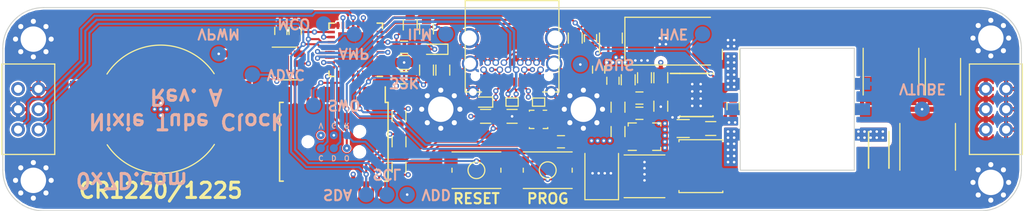
<source format=kicad_pcb>
(kicad_pcb (version 20171130) (host pcbnew "(5.0.0)")

  (general
    (thickness 1.6)
    (drawings 36)
    (tracks 535)
    (zones 0)
    (modules 77)
    (nets 66)
  )

  (page A4)
  (layers
    (0 F.Cu jumper)
    (1 In1.Cu jumper)
    (2 In2.Cu jumper)
    (31 B.Cu signal)
    (34 B.Paste user)
    (35 F.Paste user)
    (36 B.SilkS user)
    (37 F.SilkS user)
    (38 B.Mask user)
    (39 F.Mask user)
    (41 Cmts.User user)
    (44 Edge.Cuts user)
    (45 Margin user)
    (46 B.CrtYd user hide)
    (47 F.CrtYd user hide)
    (48 B.Fab user)
    (49 F.Fab user)
  )

  (setup
    (last_trace_width 0.2)
    (user_trace_width 0.2)
    (user_trace_width 0.25)
    (user_trace_width 0.3)
    (user_trace_width 0.4)
    (user_trace_width 0.6)
    (user_trace_width 0.8)
    (user_trace_width 1)
    (trace_clearance 0.127)
    (zone_clearance 0.15)
    (zone_45_only no)
    (trace_min 0.127)
    (segment_width 0.2)
    (edge_width 0.1)
    (via_size 0.508)
    (via_drill 0.254)
    (via_min_size 0.508)
    (via_min_drill 0.254)
    (uvia_size 0.3)
    (uvia_drill 0.1)
    (uvias_allowed no)
    (uvia_min_size 0.2)
    (uvia_min_drill 0.1)
    (pcb_text_width 0.3)
    (pcb_text_size 1.5 1.5)
    (mod_edge_width 0.15)
    (mod_text_size 1 1)
    (mod_text_width 0.15)
    (pad_size 0.9906 0.9906)
    (pad_drill 0.9906)
    (pad_to_mask_clearance 0)
    (aux_axis_origin 0 0)
    (visible_elements 7FF9FFFF)
    (pcbplotparams
      (layerselection 0x010f0_ffffffff)
      (usegerberextensions false)
      (usegerberattributes false)
      (usegerberadvancedattributes false)
      (creategerberjobfile false)
      (excludeedgelayer true)
      (linewidth 0.100000)
      (plotframeref false)
      (viasonmask false)
      (mode 1)
      (useauxorigin false)
      (hpglpennumber 1)
      (hpglpenspeed 20)
      (hpglpendiameter 15.000000)
      (psnegative false)
      (psa4output false)
      (plotreference false)
      (plotvalue false)
      (plotinvisibletext false)
      (padsonsilk false)
      (subtractmaskfromsilk false)
      (outputformat 1)
      (mirror false)
      (drillshape 0)
      (scaleselection 1)
      (outputdirectory "Gerbers/"))
  )

  (net 0 "")
  (net 1 "Net-(Q1-Pad3)")
  (net 2 "Net-(Q1-Pad2)")
  (net 3 "Net-(R1-Pad2)")
  (net 4 "Net-(R6-Pad2)")
  (net 5 "Net-(Q1-Pad1)")
  (net 6 "Net-(C7-Pad1)")
  (net 7 /HV_OUT)
  (net 8 /VBUS)
  (net 9 /VDD)
  (net 10 /VNIXIE)
  (net 11 /SCL)
  (net 12 /SDA)
  (net 13 /HV_EN)
  (net 14 "Net-(R8-Pad2)")
  (net 15 "Net-(R10-Pad2)")
  (net 16 /SWO)
  (net 17 /NRST)
  (net 18 /CC1)
  (net 19 /CC2)
  (net 20 /DAC)
  (net 21 /USB_N)
  (net 22 /USB_P)
  (net 23 "Net-(D4-Pad2)")
  (net 24 /SWDIO)
  (net 25 /SWCLK)
  (net 26 "Net-(L1-Pad1)")
  (net 27 "Net-(L1-Pad2)")
  (net 28 "Net-(R7-Pad1)")
  (net 29 /GND)
  (net 30 /HV_IN)
  (net 31 /USB)
  (net 32 /ILM)
  (net 33 /FAULT)
  (net 34 "Net-(T1-Pad2)")
  (net 35 "Net-(U1-Pad9)")
  (net 36 "Net-(U2-Pad27)")
  (net 37 /RTC)
  (net 38 "Net-(U2-Pad3)")
  (net 39 /32kHz)
  (net 40 "Net-(U4-Pad12)")
  (net 41 "Net-(U4-Pad11)")
  (net 42 "Net-(U4-Pad10)")
  (net 43 "Net-(U4-Pad9)")
  (net 44 "Net-(U4-Pad8)")
  (net 45 "Net-(U4-Pad7)")
  (net 46 "Net-(U4-Pad6)")
  (net 47 "Net-(U4-Pad5)")
  (net 48 "Net-(C5-Pad1)")
  (net 49 "Net-(R16-Pad1)")
  (net 50 /AMP_EN)
  (net 51 "Net-(BT1-Pad1)")
  (net 52 "Net-(R2-Pad2)")
  (net 53 "Net-(C6-Pad1)")
  (net 54 /NIXIE_EN)
  (net 55 "Net-(U1-Pad4)")
  (net 56 "Net-(D1-Pad2)")
  (net 57 "Net-(U2-Pad12)")
  (net 58 /MCO)
  (net 59 "Net-(U2-Pad25)")
  (net 60 "Net-(U2-Pad10)")
  (net 61 "Net-(U2-Pad30)")
  (net 62 "Net-(U2-Pad14)")
  (net 63 "Net-(D5-Pad1)")
  (net 64 /LED)
  (net 65 "Net-(C17-Pad1)")

  (net_class Default "This is the default net class."
    (clearance 0.127)
    (trace_width 0.127)
    (via_dia 0.508)
    (via_drill 0.254)
    (uvia_dia 0.3)
    (uvia_drill 0.1)
    (diff_pair_gap 0.127)
    (diff_pair_width 0.25)
    (add_net /32kHz)
    (add_net /AMP_EN)
    (add_net /CC1)
    (add_net /CC2)
    (add_net /DAC)
    (add_net /FAULT)
    (add_net /GND)
    (add_net /HV_EN)
    (add_net /HV_IN)
    (add_net /ILM)
    (add_net /LED)
    (add_net /MCO)
    (add_net /NIXIE_EN)
    (add_net /NRST)
    (add_net /RTC)
    (add_net /SCL)
    (add_net /SDA)
    (add_net /SWCLK)
    (add_net /SWDIO)
    (add_net /SWO)
    (add_net /USB)
    (add_net /USB_N)
    (add_net /USB_P)
    (add_net /VBUS)
    (add_net /VDD)
    (add_net /VNIXIE)
    (add_net "Net-(BT1-Pad1)")
    (add_net "Net-(C17-Pad1)")
    (add_net "Net-(C5-Pad1)")
    (add_net "Net-(C6-Pad1)")
    (add_net "Net-(C7-Pad1)")
    (add_net "Net-(D1-Pad2)")
    (add_net "Net-(D4-Pad2)")
    (add_net "Net-(D5-Pad1)")
    (add_net "Net-(L1-Pad1)")
    (add_net "Net-(L1-Pad2)")
    (add_net "Net-(Q1-Pad1)")
    (add_net "Net-(Q1-Pad2)")
    (add_net "Net-(Q1-Pad3)")
    (add_net "Net-(R1-Pad2)")
    (add_net "Net-(R10-Pad2)")
    (add_net "Net-(R16-Pad1)")
    (add_net "Net-(R2-Pad2)")
    (add_net "Net-(R6-Pad2)")
    (add_net "Net-(R7-Pad1)")
    (add_net "Net-(R8-Pad2)")
    (add_net "Net-(T1-Pad2)")
    (add_net "Net-(U1-Pad4)")
    (add_net "Net-(U1-Pad9)")
    (add_net "Net-(U2-Pad10)")
    (add_net "Net-(U2-Pad12)")
    (add_net "Net-(U2-Pad14)")
    (add_net "Net-(U2-Pad25)")
    (add_net "Net-(U2-Pad27)")
    (add_net "Net-(U2-Pad3)")
    (add_net "Net-(U2-Pad30)")
    (add_net "Net-(U4-Pad10)")
    (add_net "Net-(U4-Pad11)")
    (add_net "Net-(U4-Pad12)")
    (add_net "Net-(U4-Pad5)")
    (add_net "Net-(U4-Pad6)")
    (add_net "Net-(U4-Pad7)")
    (add_net "Net-(U4-Pad8)")
    (add_net "Net-(U4-Pad9)")
  )

  (net_class HV ""
    (clearance 0.4)
    (trace_width 0.2)
    (via_dia 0.508)
    (via_drill 0.254)
    (uvia_dia 0.3)
    (uvia_drill 0.1)
    (diff_pair_gap 0.127)
    (diff_pair_width 0.25)
    (add_net /HV_OUT)
  )

  (module Measurement_Points:Measurement_Point_Round-SMD-Pad_Small (layer B.Cu) (tedit 5BADC8A7) (tstamp 5BAE0329)
    (at 130.5 99.6)
    (descr "Mesurement Point, Round, SMD Pad, DM 1.5mm,")
    (tags "Mesurement Point Round SMD Pad 1.5mm")
    (path /5BAE0437)
    (attr virtual)
    (fp_text reference J17 (at 0 2) (layer B.SilkS) hide
      (effects (font (size 1 1) (thickness 0.15)) (justify mirror))
    )
    (fp_text value SWO (at 0 -2) (layer B.Fab)
      (effects (font (size 1 1) (thickness 0.15)) (justify mirror))
    )
    (fp_circle (center 0 0) (end 1 0) (layer B.CrtYd) (width 0.05))
    (pad 1 smd circle (at 0 0) (size 1.5 1.5) (layers B.Cu B.Mask)
      (net 16 /SWO))
  )

  (module Capacitors_SMD:C_0603 (layer F.Cu) (tedit 5BADAEAD) (tstamp 5BAF0D25)
    (at 157.7 93 90)
    (descr "Capacitor SMD 0603, reflow soldering, AVX (see smccp.pdf)")
    (tags "capacitor 0603")
    (path /5BAFD7B9)
    (attr smd)
    (fp_text reference C17 (at 0 -1.5 90) (layer F.SilkS) hide
      (effects (font (size 1 1) (thickness 0.15)))
    )
    (fp_text value SLEW (at 0 1.5 90) (layer F.Fab)
      (effects (font (size 1 1) (thickness 0.15)))
    )
    (fp_text user %R (at 0 0 90) (layer F.Fab)
      (effects (font (size 0.3 0.3) (thickness 0.075)))
    )
    (fp_line (start -0.8 0.4) (end -0.8 -0.4) (layer F.Fab) (width 0.1))
    (fp_line (start 0.8 0.4) (end -0.8 0.4) (layer F.Fab) (width 0.1))
    (fp_line (start 0.8 -0.4) (end 0.8 0.4) (layer F.Fab) (width 0.1))
    (fp_line (start -0.8 -0.4) (end 0.8 -0.4) (layer F.Fab) (width 0.1))
    (fp_line (start -0.35 -0.6) (end 0.35 -0.6) (layer F.SilkS) (width 0.12))
    (fp_line (start 0.35 0.6) (end -0.35 0.6) (layer F.SilkS) (width 0.12))
    (fp_line (start -1.4 -0.65) (end 1.4 -0.65) (layer F.CrtYd) (width 0.05))
    (fp_line (start -1.4 -0.65) (end -1.4 0.65) (layer F.CrtYd) (width 0.05))
    (fp_line (start 1.4 0.65) (end 1.4 -0.65) (layer F.CrtYd) (width 0.05))
    (fp_line (start 1.4 0.65) (end -1.4 0.65) (layer F.CrtYd) (width 0.05))
    (pad 1 smd rect (at -0.75 0 90) (size 0.8 0.75) (layers F.Cu F.Paste F.Mask)
      (net 65 "Net-(C17-Pad1)"))
    (pad 2 smd rect (at 0.75 0 90) (size 0.8 0.75) (layers F.Cu F.Paste F.Mask)
      (net 29 /GND))
    (model Capacitors_SMD.3dshapes/C_0603.wrl
      (at (xyz 0 0 0))
      (scale (xyz 1 1 1))
      (rotate (xyz 0 0 0))
    )
  )

  (module "Custom Parts:CR1220_Holder" (layer F.Cu) (tedit 5BAD23CD) (tstamp 5BA0C870)
    (at 115.5 100)
    (path /5BA7F4A1)
    (fp_text reference BT1 (at 0 -6) (layer F.SilkS) hide
      (effects (font (size 1 1) (thickness 0.15)))
    )
    (fp_text value CR1620 (at 0 6) (layer F.Fab)
      (effects (font (size 1 1) (thickness 0.15)))
    )
    (fp_arc (start 0 0) (end -5.25 3.499999) (angle -113) (layer F.SilkS) (width 0.12))
    (fp_arc (start 0 0) (end 5.25 -3.499999) (angle -113) (layer F.SilkS) (width 0.12))
    (fp_line (start -7 4) (end -7 -4) (layer F.Fab) (width 0.1))
    (fp_line (start 7 4) (end 7 -4) (layer F.Fab) (width 0.1))
    (fp_line (start -7 -4) (end -6 -5) (layer F.Fab) (width 0.1))
    (fp_line (start -6 -5) (end 6 -5) (layer F.Fab) (width 0.1))
    (fp_line (start 6 -5) (end 7 -4) (layer F.Fab) (width 0.1))
    (fp_arc (start 0.000001 9.999999) (end 4 5) (angle -77.3) (layer F.Fab) (width 0.1))
    (fp_line (start 4 5) (end 5 5) (layer F.Fab) (width 0.1))
    (fp_line (start 5 5) (end 6 5) (layer F.Fab) (width 0.1))
    (fp_line (start 6 5) (end 7 4) (layer F.Fab) (width 0.1))
    (fp_line (start -4 5) (end -6 5) (layer F.Fab) (width 0.1))
    (fp_line (start -6 5) (end -7 4) (layer F.Fab) (width 0.1))
    (pad 1 smd circle (at 0 0) (size 10.2 10.2) (layers F.Cu F.Mask)
      (net 51 "Net-(BT1-Pad1)") (clearance 0.5))
    (pad 2 smd rect (at -7.65 1.55) (size 2.5 2.5) (layers F.Cu F.Paste F.Mask)
      (net 29 /GND))
    (pad 2 smd rect (at -7.65 -1.55) (size 2.5 2.5) (layers F.Cu F.Paste F.Mask)
      (net 29 /GND))
    (pad 2 smd rect (at 7.65 1.55) (size 2.5 2.5) (layers F.Cu F.Paste F.Mask)
      (net 29 /GND))
    (pad 2 smd rect (at 7.65 -1.55) (size 2.5 2.5) (layers F.Cu F.Paste F.Mask)
      (net 29 /GND))
  )

  (module LEDs:LED_0603 (layer F.Cu) (tedit 5BAD15AF) (tstamp 5BAE3FA3)
    (at 142.4 94.1 180)
    (descr "LED 0603 smd package")
    (tags "LED led 0603 SMD smd SMT smt smdled SMDLED smtled SMTLED")
    (path /5BADCAA0)
    (attr smd)
    (fp_text reference D5 (at 0 -1.25 180) (layer F.SilkS) hide
      (effects (font (size 1 1) (thickness 0.15)))
    )
    (fp_text value LED (at 0 1.35 180) (layer F.Fab)
      (effects (font (size 1 1) (thickness 0.15)))
    )
    (fp_line (start -1.45 -0.65) (end 1.45 -0.65) (layer F.CrtYd) (width 0.05))
    (fp_line (start -1.45 0.65) (end -1.45 -0.65) (layer F.CrtYd) (width 0.05))
    (fp_line (start 1.45 0.65) (end -1.45 0.65) (layer F.CrtYd) (width 0.05))
    (fp_line (start 1.45 -0.65) (end 1.45 0.65) (layer F.CrtYd) (width 0.05))
    (fp_line (start -1.3 -0.5) (end 0.8 -0.5) (layer F.SilkS) (width 0.12))
    (fp_line (start -1.3 0.5) (end 0.8 0.5) (layer F.SilkS) (width 0.12))
    (fp_line (start -0.8 0.4) (end -0.8 -0.4) (layer F.Fab) (width 0.1))
    (fp_line (start -0.8 -0.4) (end 0.8 -0.4) (layer F.Fab) (width 0.1))
    (fp_line (start 0.8 -0.4) (end 0.8 0.4) (layer F.Fab) (width 0.1))
    (fp_line (start 0.8 0.4) (end -0.8 0.4) (layer F.Fab) (width 0.1))
    (fp_line (start 0.15 -0.2) (end 0.15 0.2) (layer F.Fab) (width 0.1))
    (fp_line (start 0.15 0.2) (end -0.15 0) (layer F.Fab) (width 0.1))
    (fp_line (start -0.15 0) (end 0.15 -0.2) (layer F.Fab) (width 0.1))
    (fp_line (start -0.2 -0.2) (end -0.2 0.2) (layer F.Fab) (width 0.1))
    (fp_line (start -1.3 -0.5) (end -1.3 0.5) (layer F.SilkS) (width 0.12))
    (pad 1 smd rect (at -0.8 0) (size 0.8 0.8) (layers F.Cu F.Paste F.Mask)
      (net 63 "Net-(D5-Pad1)"))
    (pad 2 smd rect (at 0.8 0) (size 0.8 0.8) (layers F.Cu F.Paste F.Mask)
      (net 64 /LED))
    (model ${KISYS3DMOD}/LEDs.3dshapes/LED_0603.wrl
      (at (xyz 0 0 0))
      (scale (xyz 1 1 1))
      (rotate (xyz 0 0 180))
    )
  )

  (module Resistors_SMD:R_0603 (layer F.Cu) (tedit 5BAD15B2) (tstamp 5BAE5DFD)
    (at 143.2 96.15 270)
    (descr "Resistor SMD 0603, reflow soldering, Vishay (see dcrcw.pdf)")
    (tags "resistor 0603")
    (path /5BADE6EA)
    (attr smd)
    (fp_text reference R13 (at 0 -1.45 270) (layer F.SilkS) hide
      (effects (font (size 1 1) (thickness 0.15)))
    )
    (fp_text value 10k (at 0 1.5 270) (layer F.Fab)
      (effects (font (size 1 1) (thickness 0.15)))
    )
    (fp_line (start 1.25 0.7) (end -1.25 0.7) (layer F.CrtYd) (width 0.05))
    (fp_line (start 1.25 0.7) (end 1.25 -0.7) (layer F.CrtYd) (width 0.05))
    (fp_line (start -1.25 -0.7) (end -1.25 0.7) (layer F.CrtYd) (width 0.05))
    (fp_line (start -1.25 -0.7) (end 1.25 -0.7) (layer F.CrtYd) (width 0.05))
    (fp_line (start -0.5 -0.68) (end 0.5 -0.68) (layer F.SilkS) (width 0.12))
    (fp_line (start 0.5 0.68) (end -0.5 0.68) (layer F.SilkS) (width 0.12))
    (fp_line (start -0.8 -0.4) (end 0.8 -0.4) (layer F.Fab) (width 0.1))
    (fp_line (start 0.8 -0.4) (end 0.8 0.4) (layer F.Fab) (width 0.1))
    (fp_line (start 0.8 0.4) (end -0.8 0.4) (layer F.Fab) (width 0.1))
    (fp_line (start -0.8 0.4) (end -0.8 -0.4) (layer F.Fab) (width 0.1))
    (fp_text user %R (at 0 0 270) (layer F.Fab)
      (effects (font (size 0.4 0.4) (thickness 0.075)))
    )
    (pad 2 smd rect (at 0.75 0 270) (size 0.5 0.9) (layers F.Cu F.Paste F.Mask)
      (net 29 /GND))
    (pad 1 smd rect (at -0.75 0 270) (size 0.5 0.9) (layers F.Cu F.Paste F.Mask)
      (net 63 "Net-(D5-Pad1)"))
    (model ${KISYS3DMOD}/Resistors_SMD.3dshapes/R_0603.wrl
      (at (xyz 0 0 0))
      (scale (xyz 1 1 1))
      (rotate (xyz 0 0 0))
    )
  )

  (module "Custom Parts:USB_C_Receptacle_Circular_Holes" locked (layer F.Cu) (tedit 5BAC7BE5) (tstamp 5BADE66E)
    (at 150 92.4 180)
    (descr "USB TYPE C, RA RCPT PCB, Hybrid, https://www.amphenolcanada.com/StockAvailabilityPrice.aspx?From=&PartNum=12401548E4%7e2A")
    (tags "USB C Type-C Receptacle Hybrid")
    (path /5B6238BC)
    (attr smd)
    (fp_text reference J1 (at 0 -6.36 180) (layer F.SilkS) hide
      (effects (font (size 1 1) (thickness 0.15)))
    )
    (fp_text value USB_C_Receptacle (at 0 4 180) (layer F.Fab)
      (effects (font (size 1 1) (thickness 0.15)))
    )
    (fp_line (start -4.6 2.39) (end 4.6 2.39) (layer F.SilkS) (width 0.12))
    (fp_line (start -4.6 3.09) (end 4.6 3.09) (layer F.SilkS) (width 0.12))
    (fp_line (start -4.6 3.09) (end -4.6 -5.9) (layer F.Fab) (width 0.1))
    (fp_line (start -4.6 -5.9) (end 4.6 -5.9) (layer F.Fab) (width 0.1))
    (fp_line (start -4.6 -5.9) (end -3 -5.9) (layer F.SilkS) (width 0.12))
    (fp_line (start -4.6 -5.9) (end -4.6 3.09) (layer F.SilkS) (width 0.12))
    (fp_line (start 4.6 -5.9) (end 4.6 3.09) (layer F.SilkS) (width 0.12))
    (fp_line (start 3 -5.9) (end 4.6 -5.9) (layer F.SilkS) (width 0.12))
    (fp_line (start -4.6 3.09) (end 4.6 3.09) (layer F.Fab) (width 0.1))
    (fp_line (start 4.6 3.09) (end 4.6 -5.9) (layer F.Fab) (width 0.1))
    (fp_text user %R (at 0 0 180) (layer F.Fab)
      (effects (font (size 1 1) (thickness 0.1)))
    )
    (pad S1 thru_hole circle (at 3.845 -5.91 180) (size 1.2 1.2) (drill 0.75) (layers *.Cu *.Mask)
      (net 29 /GND))
    (pad S1 thru_hole circle (at -3.845 -5.91 180) (size 1.2 1.2) (drill 0.75) (layers *.Cu *.Mask)
      (net 29 /GND))
    (pad B11 thru_hole circle (at -2.4 -3.01 180) (size 0.65 0.65) (drill 0.4) (layers *.Cu *.Mask)
      (net 29 /GND))
    (pad B10 thru_hole circle (at -1.6 -3.01 180) (size 0.65 0.65) (drill 0.4) (layers *.Cu *.Mask)
      (net 29 /GND))
    (pad B8 thru_hole circle (at -0.8 -3.01 180) (size 0.65 0.65) (drill 0.4) (layers *.Cu *.Mask)
      (net 29 /GND))
    (pad B5 thru_hole circle (at 0.8 -3.01 180) (size 0.65 0.65) (drill 0.4) (layers *.Cu *.Mask)
      (net 19 /CC2))
    (pad B3 thru_hole circle (at 1.6 -3.01 180) (size 0.65 0.65) (drill 0.4) (layers *.Cu *.Mask)
      (net 29 /GND))
    (pad B2 thru_hole circle (at 2.4 -3.01 180) (size 0.65 0.65) (drill 0.4) (layers *.Cu *.Mask)
      (net 29 /GND))
    (pad B12 thru_hole circle (at -2.8 -3.71 180) (size 0.65 0.65) (drill 0.4) (layers *.Cu *.Mask)
      (net 29 /GND))
    (pad B9 thru_hole circle (at -1.2 -3.71 180) (size 0.65 0.65) (drill 0.4) (layers *.Cu *.Mask)
      (net 8 /VBUS))
    (pad B7 thru_hole circle (at -0.4 -3.71 180) (size 0.65 0.65) (drill 0.4) (layers *.Cu *.Mask)
      (net 21 /USB_N))
    (pad B6 thru_hole circle (at 0.4 -3.71 180) (size 0.65 0.65) (drill 0.4) (layers *.Cu *.Mask)
      (net 22 /USB_P))
    (pad B4 thru_hole circle (at 1.2 -3.71 180) (size 0.65 0.65) (drill 0.4) (layers *.Cu *.Mask)
      (net 8 /VBUS))
    (pad B1 thru_hole circle (at 2.8 -3.71 180) (size 0.65 0.65) (drill 0.4) (layers *.Cu *.Mask)
      (net 29 /GND))
    (pad "" np_thru_hole circle (at -3.6 -4.36 180) (size 0.65 0.65) (drill 0.65) (layers *.Mask F.Cu))
    (pad "" np_thru_hole circle (at 3.6 -4.36 180) (size 0.65 0.65) (drill 0.65) (layers *.Mask F.Cu))
    (pad S1 thru_hole circle (at -4.22 -0.595 180) (size 2 2) (drill 1.5) (layers *.Cu *.Mask)
      (net 29 /GND))
    (pad S1 thru_hole circle (at 4.22 -0.595 180) (size 2 2) (drill 1.5) (layers *.Cu *.Mask)
      (net 29 /GND))
    (pad S1 thru_hole circle (at 4.13 -3.11 180) (size 1.6 1.6) (drill 1.2) (layers *.Cu *.Mask)
      (net 29 /GND))
    (pad A11 smd rect (at 2.25 -4.93 180) (size 0.3 0.9) (layers F.Cu F.Paste F.Mask)
      (net 29 /GND))
    (pad A8 smd rect (at 0.75 -4.93 180) (size 0.3 0.9) (layers F.Cu F.Paste F.Mask)
      (net 29 /GND))
    (pad A9 smd rect (at 1.25 -4.93 180) (size 0.3 0.9) (layers F.Cu F.Paste F.Mask)
      (net 8 /VBUS))
    (pad A10 smd rect (at 1.75 -4.93 180) (size 0.3 0.9) (layers F.Cu F.Paste F.Mask)
      (net 29 /GND))
    (pad A12 smd rect (at 2.75 -4.93 180) (size 0.3 0.9) (layers F.Cu F.Paste F.Mask)
      (net 29 /GND))
    (pad A7 smd rect (at 0.25 -4.93 180) (size 0.3 0.9) (layers F.Cu F.Paste F.Mask)
      (net 21 /USB_N))
    (pad A6 smd rect (at -0.25 -4.93 180) (size 0.3 0.9) (layers F.Cu F.Paste F.Mask)
      (net 22 /USB_P))
    (pad A5 smd rect (at -0.75 -4.93 180) (size 0.3 0.9) (layers F.Cu F.Paste F.Mask)
      (net 18 /CC1))
    (pad A4 smd rect (at -1.25 -4.93 180) (size 0.3 0.9) (layers F.Cu F.Paste F.Mask)
      (net 8 /VBUS))
    (pad A3 smd rect (at -1.75 -4.93 180) (size 0.3 0.9) (layers F.Cu F.Paste F.Mask)
      (net 29 /GND))
    (pad A2 smd rect (at -2.25 -4.93 180) (size 0.3 0.9) (layers F.Cu F.Paste F.Mask)
      (net 29 /GND))
    (pad A1 smd rect (at -2.75 -4.93 180) (size 0.3 0.9) (layers F.Cu F.Paste F.Mask)
      (net 29 /GND))
    (pad S1 thru_hole circle (at -4.13 -3.11 180) (size 1.6 1.6) (drill 1.2) (layers *.Cu *.Mask)
      (net 29 /GND))
    (model ${KISYS3DMOD}/Connectors_USB.3dshapes/USB_C_Receptacle_Amphenol_12401548E4-2A.wrl
      (at (xyz 0 0 0))
      (scale (xyz 1 1 1))
      (rotate (xyz 0 0 0))
    )
  )

  (module Capacitors_SMD:C_0603 (layer F.Cu) (tedit 5BA9CFDB) (tstamp 5BABF29F)
    (at 139.4 96.9)
    (descr "Capacitor SMD 0603, reflow soldering, AVX (see smccp.pdf)")
    (tags "capacitor 0603")
    (path /5BBA51A2)
    (attr smd)
    (fp_text reference C12 (at 0 -1.5) (layer F.SilkS) hide
      (effects (font (size 1 1) (thickness 0.15)))
    )
    (fp_text value 0.1uF (at 0 1.5) (layer F.Fab)
      (effects (font (size 1 1) (thickness 0.15)))
    )
    (fp_text user %R (at 0 0) (layer F.Fab)
      (effects (font (size 0.3 0.3) (thickness 0.075)))
    )
    (fp_line (start -0.8 0.4) (end -0.8 -0.4) (layer F.Fab) (width 0.1))
    (fp_line (start 0.8 0.4) (end -0.8 0.4) (layer F.Fab) (width 0.1))
    (fp_line (start 0.8 -0.4) (end 0.8 0.4) (layer F.Fab) (width 0.1))
    (fp_line (start -0.8 -0.4) (end 0.8 -0.4) (layer F.Fab) (width 0.1))
    (fp_line (start -0.35 -0.6) (end 0.35 -0.6) (layer F.SilkS) (width 0.12))
    (fp_line (start 0.35 0.6) (end -0.35 0.6) (layer F.SilkS) (width 0.12))
    (fp_line (start -1.4 -0.65) (end 1.4 -0.65) (layer F.CrtYd) (width 0.05))
    (fp_line (start -1.4 -0.65) (end -1.4 0.65) (layer F.CrtYd) (width 0.05))
    (fp_line (start 1.4 0.65) (end 1.4 -0.65) (layer F.CrtYd) (width 0.05))
    (fp_line (start 1.4 0.65) (end -1.4 0.65) (layer F.CrtYd) (width 0.05))
    (pad 1 smd rect (at -0.75 0) (size 0.8 0.75) (layers F.Cu F.Paste F.Mask)
      (net 9 /VDD))
    (pad 2 smd rect (at 0.75 0) (size 0.8 0.75) (layers F.Cu F.Paste F.Mask)
      (net 29 /GND))
    (model Capacitors_SMD.3dshapes/C_0603.wrl
      (at (xyz 0 0 0))
      (scale (xyz 1 1 1))
      (rotate (xyz 0 0 0))
    )
  )

  (module Capacitors_SMD:C_0603 (layer F.Cu) (tedit 5BAB323C) (tstamp 5BADED8F)
    (at 139.4 93.9)
    (descr "Capacitor SMD 0603, reflow soldering, AVX (see smccp.pdf)")
    (tags "capacitor 0603")
    (path /5BBA50C7)
    (attr smd)
    (fp_text reference C13 (at 0 -1.5) (layer F.SilkS) hide
      (effects (font (size 1 1) (thickness 0.15)))
    )
    (fp_text value 4.7uF (at 0 1.5) (layer F.Fab)
      (effects (font (size 1 1) (thickness 0.15)))
    )
    (fp_line (start 1.4 0.65) (end -1.4 0.65) (layer F.CrtYd) (width 0.05))
    (fp_line (start 1.4 0.65) (end 1.4 -0.65) (layer F.CrtYd) (width 0.05))
    (fp_line (start -1.4 -0.65) (end -1.4 0.65) (layer F.CrtYd) (width 0.05))
    (fp_line (start -1.4 -0.65) (end 1.4 -0.65) (layer F.CrtYd) (width 0.05))
    (fp_line (start 0.35 0.6) (end -0.35 0.6) (layer F.SilkS) (width 0.12))
    (fp_line (start -0.35 -0.6) (end 0.35 -0.6) (layer F.SilkS) (width 0.12))
    (fp_line (start -0.8 -0.4) (end 0.8 -0.4) (layer F.Fab) (width 0.1))
    (fp_line (start 0.8 -0.4) (end 0.8 0.4) (layer F.Fab) (width 0.1))
    (fp_line (start 0.8 0.4) (end -0.8 0.4) (layer F.Fab) (width 0.1))
    (fp_line (start -0.8 0.4) (end -0.8 -0.4) (layer F.Fab) (width 0.1))
    (fp_text user %R (at 0 0) (layer F.Fab)
      (effects (font (size 0.3 0.3) (thickness 0.075)))
    )
    (pad 2 smd rect (at 0.75 0) (size 0.8 0.75) (layers F.Cu F.Paste F.Mask)
      (net 29 /GND))
    (pad 1 smd rect (at -0.75 0) (size 0.8 0.75) (layers F.Cu F.Paste F.Mask)
      (net 9 /VDD))
    (model Capacitors_SMD.3dshapes/C_0603.wrl
      (at (xyz 0 0 0))
      (scale (xyz 1 1 1))
      (rotate (xyz 0 0 0))
    )
  )

  (module "Tag Connect:TC2030-MCP-NL" (layer B.Cu) (tedit 5BAE6009) (tstamp 5BADD7EE)
    (at 132.5 103.2)
    (descr http://www.tag-connect.com/Materials/TC2030-MCP-NL%20PCB%20Footprint.pdf)
    (path /5B693D84)
    (fp_text reference J2 (at 0 4.064) (layer B.SilkS) hide
      (effects (font (size 1.524 1.524) (thickness 0.3048)) (justify mirror))
    )
    (fp_text value SWD (at 0 -3.048) (layer B.SilkS) hide
      (effects (font (size 1.524 1.524) (thickness 0.3048)) (justify mirror))
    )
    (pad "" np_thru_hole circle (at 2.54 -1.016) (size 0.9906 0.9906) (drill 0.9906) (layers *.Cu *.Mask))
    (pad "" np_thru_hole circle (at 2.54 1.016) (size 0.9906 0.9906) (drill 0.9906) (layers *.Cu *.Mask))
    (pad "" np_thru_hole circle (at -2.54 0) (size 0.9906 0.9906) (drill 0.9906) (layers *.Cu *.Mask))
    (pad 6 smd circle (at 1.27 0.635) (size 0.7874 0.7874) (layers B.Cu B.Mask)
      (net 16 /SWO))
    (pad 5 smd circle (at 1.27 -0.635) (size 0.7874 0.7874) (layers B.Cu B.Mask)
      (net 17 /NRST))
    (pad 4 smd circle (at 0 0.635) (size 0.7874 0.7874) (layers B.Cu B.Mask)
      (net 24 /SWDIO))
    (pad 3 smd circle (at 0 -0.635) (size 0.7874 0.7874) (layers B.Cu B.Mask)
      (net 29 /GND))
    (pad 2 smd circle (at -1.27 0.635) (size 0.7874 0.7874) (layers B.Cu B.Mask)
      (net 25 /SWCLK))
    (pad 1 smd circle (at -1.27 -0.635) (size 0.7874 0.7874) (layers B.Cu B.Mask)
      (net 9 /VDD))
  )

  (module Measurement_Points:Measurement_Point_Round-SMD-Pad_Small (layer B.Cu) (tedit 5BAD05B1) (tstamp 5BAD3315)
    (at 156.7 95.6)
    (descr "Mesurement Point, Round, SMD Pad, DM 1.5mm,")
    (tags "Mesurement Point Round SMD Pad 1.5mm")
    (path /5BAD1FCF)
    (attr virtual)
    (fp_text reference J16 (at 0 2) (layer B.SilkS) hide
      (effects (font (size 1 1) (thickness 0.15)) (justify mirror))
    )
    (fp_text value VBUS (at 0 -2) (layer B.Fab)
      (effects (font (size 1 1) (thickness 0.15)) (justify mirror))
    )
    (fp_circle (center 0 0) (end 1 0) (layer B.CrtYd) (width 0.05))
    (pad 1 smd circle (at 0 0) (size 1.5 1.5) (layers B.Cu B.Mask)
      (net 8 /VBUS))
  )

  (module Housings_SOIC:SOIC-16W_7.5x10.3mm_Pitch1.27mm (layer F.Cu) (tedit 5BAB2AB6) (tstamp 5BADD5F4)
    (at 132.5 103.2 270)
    (descr "16-Lead Plastic Small Outline (SO) - Wide, 7.50 mm Body [SOIC] (see Microchip Packaging Specification 00000049BS.pdf)")
    (tags "SOIC 1.27")
    (path /5BAADC28)
    (attr smd)
    (fp_text reference U4 (at 0 -6.25 270) (layer F.SilkS) hide
      (effects (font (size 1 1) (thickness 0.15)))
    )
    (fp_text value DS3231 (at 0 6.25 270) (layer F.Fab)
      (effects (font (size 1 1) (thickness 0.15)))
    )
    (fp_text user %R (at 0 0 270) (layer F.Fab)
      (effects (font (size 1 1) (thickness 0.15)))
    )
    (fp_line (start -2.75 -5.15) (end 3.75 -5.15) (layer F.Fab) (width 0.15))
    (fp_line (start 3.75 -5.15) (end 3.75 5.15) (layer F.Fab) (width 0.15))
    (fp_line (start 3.75 5.15) (end -3.75 5.15) (layer F.Fab) (width 0.15))
    (fp_line (start -3.75 5.15) (end -3.75 -4.15) (layer F.Fab) (width 0.15))
    (fp_line (start -3.75 -4.15) (end -2.75 -5.15) (layer F.Fab) (width 0.15))
    (fp_line (start -5.65 -5.5) (end -5.65 5.5) (layer F.CrtYd) (width 0.05))
    (fp_line (start 5.65 -5.5) (end 5.65 5.5) (layer F.CrtYd) (width 0.05))
    (fp_line (start -5.65 -5.5) (end 5.65 -5.5) (layer F.CrtYd) (width 0.05))
    (fp_line (start -5.65 5.5) (end 5.65 5.5) (layer F.CrtYd) (width 0.05))
    (fp_line (start -3.875 -5.325) (end -3.875 -5.05) (layer F.SilkS) (width 0.15))
    (fp_line (start 3.875 -5.325) (end 3.875 -4.97) (layer F.SilkS) (width 0.15))
    (fp_line (start 3.875 5.325) (end 3.875 4.97) (layer F.SilkS) (width 0.15))
    (fp_line (start -3.875 5.325) (end -3.875 4.97) (layer F.SilkS) (width 0.15))
    (fp_line (start -3.875 -5.325) (end 3.875 -5.325) (layer F.SilkS) (width 0.15))
    (fp_line (start -3.875 5.325) (end 3.875 5.325) (layer F.SilkS) (width 0.15))
    (fp_line (start -3.875 -5.05) (end -5.4 -5.05) (layer F.SilkS) (width 0.15))
    (pad 1 smd rect (at -4.65 -4.445 270) (size 1.5 0.6) (layers F.Cu F.Paste F.Mask)
      (net 39 /32kHz))
    (pad 2 smd rect (at -4.65 -3.175 270) (size 1.5 0.6) (layers F.Cu F.Paste F.Mask)
      (net 9 /VDD))
    (pad 3 smd rect (at -4.65 -1.905 270) (size 1.5 0.6) (layers F.Cu F.Paste F.Mask)
      (net 37 /RTC))
    (pad 4 smd rect (at -4.65 -0.635 270) (size 1.5 0.6) (layers F.Cu F.Paste F.Mask)
      (net 17 /NRST))
    (pad 5 smd rect (at -4.65 0.635 270) (size 1.5 0.6) (layers F.Cu F.Paste F.Mask)
      (net 47 "Net-(U4-Pad5)"))
    (pad 6 smd rect (at -4.65 1.905 270) (size 1.5 0.6) (layers F.Cu F.Paste F.Mask)
      (net 46 "Net-(U4-Pad6)"))
    (pad 7 smd rect (at -4.65 3.175 270) (size 1.5 0.6) (layers F.Cu F.Paste F.Mask)
      (net 45 "Net-(U4-Pad7)"))
    (pad 8 smd rect (at -4.65 4.445 270) (size 1.5 0.6) (layers F.Cu F.Paste F.Mask)
      (net 44 "Net-(U4-Pad8)"))
    (pad 9 smd rect (at 4.65 4.445 270) (size 1.5 0.6) (layers F.Cu F.Paste F.Mask)
      (net 43 "Net-(U4-Pad9)"))
    (pad 10 smd rect (at 4.65 3.175 270) (size 1.5 0.6) (layers F.Cu F.Paste F.Mask)
      (net 42 "Net-(U4-Pad10)"))
    (pad 11 smd rect (at 4.65 1.905 270) (size 1.5 0.6) (layers F.Cu F.Paste F.Mask)
      (net 41 "Net-(U4-Pad11)"))
    (pad 12 smd rect (at 4.65 0.635 270) (size 1.5 0.6) (layers F.Cu F.Paste F.Mask)
      (net 40 "Net-(U4-Pad12)"))
    (pad 13 smd rect (at 4.65 -0.635 270) (size 1.5 0.6) (layers F.Cu F.Paste F.Mask)
      (net 29 /GND))
    (pad 14 smd rect (at 4.65 -1.905 270) (size 1.5 0.6) (layers F.Cu F.Paste F.Mask)
      (net 51 "Net-(BT1-Pad1)"))
    (pad 15 smd rect (at 4.65 -3.175 270) (size 1.5 0.6) (layers F.Cu F.Paste F.Mask)
      (net 12 /SDA))
    (pad 16 smd rect (at 4.65 -4.445 270) (size 1.5 0.6) (layers F.Cu F.Paste F.Mask)
      (net 11 /SCL))
    (model ${KISYS3DMOD}/Housings_SOIC.3dshapes/SOIC-16W_7.5x10.3mm_Pitch1.27mm.wrl
      (at (xyz 0 0 0))
      (scale (xyz 1 1 1))
      (rotate (xyz 0 0 0))
    )
  )

  (module Housings_DFN_QFN:QFN-32-1EP_5x5mm_Pitch0.5mm (layer F.Cu) (tedit 5BA9CFDF) (tstamp 5BABF1F1)
    (at 134.65 94.15 180)
    (descr "UH Package; 32-Lead Plastic QFN (5mm x 5mm); (see Linear Technology QFN_32_05-08-1693.pdf)")
    (tags "QFN 0.5")
    (path /5B622DF7)
    (attr smd)
    (fp_text reference U2 (at 0 -3.75 180) (layer F.SilkS) hide
      (effects (font (size 1 1) (thickness 0.15)))
    )
    (fp_text value STM32L432K (at 0 3.75 180) (layer F.Fab)
      (effects (font (size 1 1) (thickness 0.15)))
    )
    (fp_line (start 2.625 -2.625) (end 2.1 -2.625) (layer F.SilkS) (width 0.15))
    (fp_line (start 2.625 2.625) (end 2.1 2.625) (layer F.SilkS) (width 0.15))
    (fp_line (start -2.625 2.625) (end -2.1 2.625) (layer F.SilkS) (width 0.15))
    (fp_line (start -2.625 -2.625) (end -2.1 -2.625) (layer F.SilkS) (width 0.15))
    (fp_line (start 2.625 2.625) (end 2.625 2.1) (layer F.SilkS) (width 0.15))
    (fp_line (start -2.625 2.625) (end -2.625 2.1) (layer F.SilkS) (width 0.15))
    (fp_line (start 2.625 -2.625) (end 2.625 -2.1) (layer F.SilkS) (width 0.15))
    (fp_line (start -3 3) (end 3 3) (layer F.CrtYd) (width 0.05))
    (fp_line (start -3 -3) (end 3 -3) (layer F.CrtYd) (width 0.05))
    (fp_line (start 3 -3) (end 3 3) (layer F.CrtYd) (width 0.05))
    (fp_line (start -3 -3) (end -3 3) (layer F.CrtYd) (width 0.05))
    (fp_line (start -2.5 -1.5) (end -1.5 -2.5) (layer F.Fab) (width 0.15))
    (fp_line (start -2.5 2.5) (end -2.5 -1.5) (layer F.Fab) (width 0.15))
    (fp_line (start 2.5 2.5) (end -2.5 2.5) (layer F.Fab) (width 0.15))
    (fp_line (start 2.5 -2.5) (end 2.5 2.5) (layer F.Fab) (width 0.15))
    (fp_line (start -1.5 -2.5) (end 2.5 -2.5) (layer F.Fab) (width 0.15))
    (pad 33 smd rect (at -0.8625 -0.8625 180) (size 1.725 1.725) (layers F.Cu F.Paste F.Mask)
      (solder_paste_margin_ratio -0.2))
    (pad 33 smd rect (at -0.8625 0.8625 180) (size 1.725 1.725) (layers F.Cu F.Paste F.Mask)
      (solder_paste_margin_ratio -0.2))
    (pad 33 smd rect (at 0.8625 -0.8625 180) (size 1.725 1.725) (layers F.Cu F.Paste F.Mask)
      (solder_paste_margin_ratio -0.2))
    (pad 33 smd rect (at 0.8625 0.8625 180) (size 1.725 1.725) (layers F.Cu F.Paste F.Mask)
      (solder_paste_margin_ratio -0.2))
    (pad 32 smd rect (at -1.75 -2.4 270) (size 0.7 0.25) (layers F.Cu F.Paste F.Mask)
      (net 29 /GND))
    (pad 31 smd rect (at -1.25 -2.4 270) (size 0.7 0.25) (layers F.Cu F.Paste F.Mask)
      (net 52 "Net-(R2-Pad2)"))
    (pad 30 smd rect (at -0.75 -2.4 270) (size 0.7 0.25) (layers F.Cu F.Paste F.Mask)
      (net 61 "Net-(U2-Pad30)"))
    (pad 29 smd rect (at -0.25 -2.4 270) (size 0.7 0.25) (layers F.Cu F.Paste F.Mask)
      (net 31 /USB))
    (pad 28 smd rect (at 0.25 -2.4 270) (size 0.7 0.25) (layers F.Cu F.Paste F.Mask)
      (net 37 /RTC))
    (pad 27 smd rect (at 0.75 -2.4 270) (size 0.7 0.25) (layers F.Cu F.Paste F.Mask)
      (net 36 "Net-(U2-Pad27)"))
    (pad 26 smd rect (at 1.25 -2.4 270) (size 0.7 0.25) (layers F.Cu F.Paste F.Mask)
      (net 16 /SWO))
    (pad 25 smd rect (at 1.75 -2.4 270) (size 0.7 0.25) (layers F.Cu F.Paste F.Mask)
      (net 59 "Net-(U2-Pad25)"))
    (pad 24 smd rect (at 2.4 -1.75 180) (size 0.7 0.25) (layers F.Cu F.Paste F.Mask)
      (net 25 /SWCLK))
    (pad 23 smd rect (at 2.4 -1.25 180) (size 0.7 0.25) (layers F.Cu F.Paste F.Mask)
      (net 24 /SWDIO))
    (pad 22 smd rect (at 2.4 -0.75 180) (size 0.7 0.25) (layers F.Cu F.Paste F.Mask)
      (net 22 /USB_P))
    (pad 21 smd rect (at 2.4 -0.25 180) (size 0.7 0.25) (layers F.Cu F.Paste F.Mask)
      (net 21 /USB_N))
    (pad 20 smd rect (at 2.4 0.25 180) (size 0.7 0.25) (layers F.Cu F.Paste F.Mask)
      (net 12 /SDA))
    (pad 19 smd rect (at 2.4 0.75 180) (size 0.7 0.25) (layers F.Cu F.Paste F.Mask)
      (net 11 /SCL))
    (pad 18 smd rect (at 2.4 1.25 180) (size 0.7 0.25) (layers F.Cu F.Paste F.Mask)
      (net 58 /MCO))
    (pad 17 smd rect (at 2.4 1.75 180) (size 0.7 0.25) (layers F.Cu F.Paste F.Mask)
      (net 9 /VDD))
    (pad 16 smd rect (at 1.75 2.4 270) (size 0.7 0.25) (layers F.Cu F.Paste F.Mask)
      (net 29 /GND))
    (pad 15 smd rect (at 1.25 2.4 270) (size 0.7 0.25) (layers F.Cu F.Paste F.Mask)
      (net 50 /AMP_EN))
    (pad 14 smd rect (at 0.75 2.4 270) (size 0.7 0.25) (layers F.Cu F.Paste F.Mask)
      (net 62 "Net-(U2-Pad14)"))
    (pad 13 smd rect (at 0.25 2.4 270) (size 0.7 0.25) (layers F.Cu F.Paste F.Mask)
      (net 54 /NIXIE_EN))
    (pad 12 smd rect (at -0.25 2.4 270) (size 0.7 0.25) (layers F.Cu F.Paste F.Mask)
      (net 57 "Net-(U2-Pad12)"))
    (pad 11 smd rect (at -0.75 2.4 270) (size 0.7 0.25) (layers F.Cu F.Paste F.Mask)
      (net 20 /DAC))
    (pad 10 smd rect (at -1.25 2.4 270) (size 0.7 0.25) (layers F.Cu F.Paste F.Mask)
      (net 60 "Net-(U2-Pad10)"))
    (pad 9 smd rect (at -1.75 2.4 270) (size 0.7 0.25) (layers F.Cu F.Paste F.Mask)
      (net 33 /FAULT))
    (pad 8 smd rect (at -2.4 1.75 180) (size 0.7 0.25) (layers F.Cu F.Paste F.Mask)
      (net 13 /HV_EN))
    (pad 7 smd rect (at -2.4 1.25 180) (size 0.7 0.25) (layers F.Cu F.Paste F.Mask)
      (net 32 /ILM))
    (pad 6 smd rect (at -2.4 0.75 180) (size 0.7 0.25) (layers F.Cu F.Paste F.Mask)
      (net 64 /LED))
    (pad 5 smd rect (at -2.4 0.25 180) (size 0.7 0.25) (layers F.Cu F.Paste F.Mask)
      (net 9 /VDD))
    (pad 4 smd rect (at -2.4 -0.25 180) (size 0.7 0.25) (layers F.Cu F.Paste F.Mask)
      (net 17 /NRST))
    (pad 3 smd rect (at -2.4 -0.75 180) (size 0.7 0.25) (layers F.Cu F.Paste F.Mask)
      (net 38 "Net-(U2-Pad3)"))
    (pad 2 smd rect (at -2.4 -1.25 180) (size 0.7 0.25) (layers F.Cu F.Paste F.Mask)
      (net 39 /32kHz))
    (pad 1 smd rect (at -2.4 -1.75 180) (size 0.7 0.25) (layers F.Cu F.Paste F.Mask)
      (net 9 /VDD))
    (model ${KISYS3DMOD}/Housings_DFN_QFN.3dshapes/QFN-32-1EP_5x5mm_Pitch0.5mm.wrl
      (at (xyz 0 0 0))
      (scale (xyz 1 1 1))
      (rotate (xyz 0 0 0))
    )
  )

  (module Resistors_SMD:R_0603 (layer F.Cu) (tedit 5BA9CFAF) (tstamp 5BACB566)
    (at 150 100.7)
    (descr "Resistor SMD 0603, reflow soldering, Vishay (see dcrcw.pdf)")
    (tags "resistor 0603")
    (path /5B096154)
    (attr smd)
    (fp_text reference R1 (at 0 -1.45) (layer F.SilkS) hide
      (effects (font (size 1 1) (thickness 0.15)))
    )
    (fp_text value 900k (at 0 1.5) (layer F.Fab)
      (effects (font (size 1 1) (thickness 0.15)))
    )
    (fp_text user %R (at 0 0) (layer F.Fab)
      (effects (font (size 0.4 0.4) (thickness 0.075)))
    )
    (fp_line (start -0.8 0.4) (end -0.8 -0.4) (layer F.Fab) (width 0.1))
    (fp_line (start 0.8 0.4) (end -0.8 0.4) (layer F.Fab) (width 0.1))
    (fp_line (start 0.8 -0.4) (end 0.8 0.4) (layer F.Fab) (width 0.1))
    (fp_line (start -0.8 -0.4) (end 0.8 -0.4) (layer F.Fab) (width 0.1))
    (fp_line (start 0.5 0.68) (end -0.5 0.68) (layer F.SilkS) (width 0.12))
    (fp_line (start -0.5 -0.68) (end 0.5 -0.68) (layer F.SilkS) (width 0.12))
    (fp_line (start -1.25 -0.7) (end 1.25 -0.7) (layer F.CrtYd) (width 0.05))
    (fp_line (start -1.25 -0.7) (end -1.25 0.7) (layer F.CrtYd) (width 0.05))
    (fp_line (start 1.25 0.7) (end 1.25 -0.7) (layer F.CrtYd) (width 0.05))
    (fp_line (start 1.25 0.7) (end -1.25 0.7) (layer F.CrtYd) (width 0.05))
    (pad 1 smd rect (at -0.75 0) (size 0.5 0.9) (layers F.Cu F.Paste F.Mask)
      (net 8 /VBUS))
    (pad 2 smd rect (at 0.75 0) (size 0.5 0.9) (layers F.Cu F.Paste F.Mask)
      (net 3 "Net-(R1-Pad2)"))
    (model ${KISYS3DMOD}/Resistors_SMD.3dshapes/R_0603.wrl
      (at (xyz 0 0 0))
      (scale (xyz 1 1 1))
      (rotate (xyz 0 0 0))
    )
  )

  (module Measurement_Points:Measurement_Point_Round-SMD-Pad_Small (layer B.Cu) (tedit 5BAB1C23) (tstamp 5BAC0042)
    (at 121.2 94.55)
    (descr "Mesurement Point, Round, SMD Pad, DM 1.5mm,")
    (tags "Mesurement Point Round SMD Pad 1.5mm")
    (path /5BAF3226)
    (attr virtual)
    (fp_text reference J15 (at 0 2) (layer B.SilkS) hide
      (effects (font (size 1 1) (thickness 0.15)) (justify mirror))
    )
    (fp_text value VNIXIE (at 0 -2) (layer B.Fab)
      (effects (font (size 1 1) (thickness 0.15)) (justify mirror))
    )
    (fp_circle (center 0 0) (end 1 0) (layer B.CrtYd) (width 0.05))
    (pad 1 smd circle (at 0 0) (size 1.5 1.5) (layers B.Cu B.Mask)
      (net 10 /VNIXIE))
  )

  (module Measurement_Points:Measurement_Point_Round-SMD-Pad_Small (layer B.Cu) (tedit 5BAB0F2B) (tstamp 5BAC7B2D)
    (at 135.675 108.4)
    (descr "Mesurement Point, Round, SMD Pad, DM 1.5mm,")
    (tags "Mesurement Point Round SMD Pad 1.5mm")
    (path /5BAC80D4)
    (attr virtual)
    (fp_text reference J12 (at 0 2) (layer B.SilkS) hide
      (effects (font (size 1 1) (thickness 0.15)) (justify mirror))
    )
    (fp_text value SDA (at 0 -2) (layer B.Fab)
      (effects (font (size 1 1) (thickness 0.15)) (justify mirror))
    )
    (fp_circle (center 0 0) (end 1 0) (layer B.CrtYd) (width 0.05))
    (pad 1 smd circle (at 0 0) (size 1.5 1.5) (layers B.Cu B.Mask)
      (net 12 /SDA))
  )

  (module Measurement_Points:Measurement_Point_Round-SMD-Pad_Small (layer B.Cu) (tedit 5BAB0F2D) (tstamp 5BAC7B0E)
    (at 137.7 108.4)
    (descr "Mesurement Point, Round, SMD Pad, DM 1.5mm,")
    (tags "Mesurement Point Round SMD Pad 1.5mm")
    (path /5BAC8048)
    (attr virtual)
    (fp_text reference J11 (at 0 2) (layer B.SilkS) hide
      (effects (font (size 1 1) (thickness 0.15)) (justify mirror))
    )
    (fp_text value SCL (at 0 -2) (layer B.Fab)
      (effects (font (size 1 1) (thickness 0.15)) (justify mirror))
    )
    (fp_circle (center 0 0) (end 1 0) (layer B.CrtYd) (width 0.05))
    (pad 1 smd circle (at 0 0) (size 1.5 1.5) (layers B.Cu B.Mask)
      (net 11 /SCL))
  )

  (module Measurement_Points:Measurement_Point_Round-SMD-Pad_Small (layer B.Cu) (tedit 5BAB0F33) (tstamp 5BACF3A0)
    (at 124.5 96.6)
    (descr "Mesurement Point, Round, SMD Pad, DM 1.5mm,")
    (tags "Mesurement Point Round SMD Pad 1.5mm")
    (path /5BAB0421)
    (attr virtual)
    (fp_text reference J13 (at 0 2) (layer B.SilkS) hide
      (effects (font (size 1 1) (thickness 0.15)) (justify mirror))
    )
    (fp_text value DAC (at 0 -2) (layer B.Fab)
      (effects (font (size 1 1) (thickness 0.15)) (justify mirror))
    )
    (fp_circle (center 0 0) (end 1 0) (layer B.CrtYd) (width 0.05))
    (pad 1 smd circle (at 0 0) (size 1.5 1.5) (layers B.Cu B.Mask)
      (net 20 /DAC))
  )

  (module Measurement_Points:Measurement_Point_Round-SMD-Pad_Small (layer B.Cu) (tedit 5BAB0F30) (tstamp 5BAB1E73)
    (at 139.7 108.4)
    (descr "Mesurement Point, Round, SMD Pad, DM 1.5mm,")
    (tags "Mesurement Point Round SMD Pad 1.5mm")
    (path /5BAB2A61)
    (attr virtual)
    (fp_text reference J14 (at 0 2) (layer B.SilkS) hide
      (effects (font (size 1 1) (thickness 0.15)) (justify mirror))
    )
    (fp_text value VDD (at 0 -2) (layer B.Fab)
      (effects (font (size 1 1) (thickness 0.15)) (justify mirror))
    )
    (fp_circle (center 0 0) (end 1 0) (layer B.CrtYd) (width 0.05))
    (pad 1 smd circle (at 0 0) (size 1.5 1.5) (layers B.Cu B.Mask)
      (net 9 /VDD))
  )

  (module Measurement_Points:Measurement_Point_Round-SMD-Pad_Small (layer B.Cu) (tedit 5BA9D071) (tstamp 5BAE6F02)
    (at 139.4 95.4)
    (descr "Mesurement Point, Round, SMD Pad, DM 1.5mm,")
    (tags "Mesurement Point Round SMD Pad 1.5mm")
    (path /5BAC8BC2)
    (attr virtual)
    (fp_text reference J10 (at 0 2) (layer B.SilkS) hide
      (effects (font (size 1 1) (thickness 0.15)) (justify mirror))
    )
    (fp_text value 32kHz (at 0 -2) (layer B.Fab)
      (effects (font (size 1 1) (thickness 0.15)) (justify mirror))
    )
    (fp_circle (center 0 0) (end 1 0) (layer B.CrtYd) (width 0.05))
    (pad 1 smd circle (at 0 0) (size 1.5 1.5) (layers B.Cu B.Mask)
      (net 39 /32kHz))
  )

  (module Measurement_Points:Measurement_Point_Round-SMD-Pad_Small (layer B.Cu) (tedit 5BA9D06E) (tstamp 5BAC7C63)
    (at 134.5 92.6)
    (descr "Mesurement Point, Round, SMD Pad, DM 1.5mm,")
    (tags "Mesurement Point Round SMD Pad 1.5mm")
    (path /5BAC83B4)
    (attr virtual)
    (fp_text reference J9 (at 0 2) (layer B.SilkS) hide
      (effects (font (size 1 1) (thickness 0.15)) (justify mirror))
    )
    (fp_text value AMP_EN (at 0 -2) (layer B.Fab)
      (effects (font (size 1 1) (thickness 0.15)) (justify mirror))
    )
    (fp_circle (center 0 0) (end 1 0) (layer B.CrtYd) (width 0.05))
    (pad 1 smd circle (at 0 0) (size 1.5 1.5) (layers B.Cu B.Mask)
      (net 50 /AMP_EN))
  )

  (module Measurement_Points:Measurement_Point_Round-SMD-Pad_Small (layer B.Cu) (tedit 5BA9CFF6) (tstamp 5BAE6B14)
    (at 190.25 100)
    (descr "Mesurement Point, Round, SMD Pad, DM 1.5mm,")
    (tags "Mesurement Point Round SMD Pad 1.5mm")
    (path /5BAB35ED)
    (attr virtual)
    (fp_text reference J8 (at 0 2) (layer B.SilkS) hide
      (effects (font (size 1 1) (thickness 0.15)) (justify mirror))
    )
    (fp_text value HV_OUT (at 0 -2) (layer B.Fab)
      (effects (font (size 1 1) (thickness 0.15)) (justify mirror))
    )
    (fp_circle (center 0 0) (end 1 0) (layer B.CrtYd) (width 0.05))
    (pad 1 smd circle (at 0 0) (size 1.5 1.5) (layers B.Cu B.Mask)
      (net 7 /HV_OUT))
  )

  (module Measurement_Points:Measurement_Point_Round-SMD-Pad_Small (layer B.Cu) (tedit 5BA9D078) (tstamp 5BAAA8E0)
    (at 168.7 92.6)
    (descr "Mesurement Point, Round, SMD Pad, DM 1.5mm,")
    (tags "Mesurement Point Round SMD Pad 1.5mm")
    (path /5BA9F87B)
    (attr virtual)
    (fp_text reference J7 (at 0 2) (layer B.SilkS) hide
      (effects (font (size 1 1) (thickness 0.15)) (justify mirror))
    )
    (fp_text value HV_EN (at 0 -2) (layer B.Fab)
      (effects (font (size 1 1) (thickness 0.15)) (justify mirror))
    )
    (fp_circle (center 0 0) (end 1 0) (layer B.CrtYd) (width 0.05))
    (pad 1 smd circle (at 0 0) (size 1.5 1.5) (layers B.Cu B.Mask)
      (net 13 /HV_EN))
  )

  (module Measurement_Points:Measurement_Point_Round-SMD-Pad_Small (layer B.Cu) (tedit 5BA9D074) (tstamp 5BAA874B)
    (at 143.5 92.6)
    (descr "Mesurement Point, Round, SMD Pad, DM 1.5mm,")
    (tags "Mesurement Point Round SMD Pad 1.5mm")
    (path /5BAA5791)
    (attr virtual)
    (fp_text reference J6 (at 0 2) (layer B.SilkS) hide
      (effects (font (size 1 1) (thickness 0.15)) (justify mirror))
    )
    (fp_text value ILM (at 0 -2) (layer B.Fab)
      (effects (font (size 1 1) (thickness 0.15)) (justify mirror))
    )
    (fp_circle (center 0 0) (end 1 0) (layer B.CrtYd) (width 0.05))
    (pad 1 smd circle (at 0 0) (size 1.5 1.5) (layers B.Cu B.Mask)
      (net 32 /ILM))
  )

  (module "Custom Parts:Wurth_WE-FB_10.18x13.36mm_Reverse" (layer F.Cu) (tedit 5BAD0427) (tstamp 5BA42837)
    (at 178 100 180)
    (path /5B07197A/5A6B88EA)
    (fp_text reference T1 (at 0 0 180) (layer F.SilkS) hide
      (effects (font (size 1 1) (thickness 0.15)))
    )
    (fp_text value Wurth_Transformer_10.16x13.36mm (at 0 -7 180) (layer F.Fab)
      (effects (font (size 1 1) (thickness 0.15)))
    )
    (fp_line (start -5.65 -6) (end 5.65 -6) (layer F.Fab) (width 0.1))
    (fp_line (start 5.65 -6) (end 5.65 6) (layer F.Fab) (width 0.1))
    (fp_line (start -5.65 6) (end 5.65 6) (layer F.Fab) (width 0.1))
    (fp_line (start -5.65 6) (end -5.65 -6) (layer F.Fab) (width 0.1))
    (pad 1 smd rect (at -6.4 2.5 180) (size 1.5 1.17) (layers B.Cu B.Mask)
      (net 29 /GND) (zone_connect 1) (thermal_width 0.4))
    (pad 2 smd rect (at -6.4 0 180) (size 1.5 1.17) (layers B.Cu B.Mask)
      (net 34 "Net-(T1-Pad2)"))
    (pad 3 smd rect (at -6.4 -2.5 180) (size 1.5 1.17) (layers B.Cu B.Mask)
      (net 23 "Net-(D4-Pad2)"))
    (pad 4 smd rect (at 6.4 -2.5 180) (size 1.5 1.17) (layers B.Cu B.Mask)
      (net 5 "Net-(Q1-Pad1)"))
    (pad 6 smd rect (at 6.4 2.5 180) (size 1.5 1.17) (layers B.Cu B.Mask)
      (net 30 /HV_IN))
    (pad 5 smd rect (at 6.4 0 180) (size 1.5 1.17) (layers B.Cu B.Mask))
  )

  (module "Custom Parts:Pin_Header_Harwin_2x03_Pitch2.00mm" locked (layer F.Cu) (tedit 5BA9CFEF) (tstamp 5BAAD831)
    (at 102.5 100)
    (descr "Through hole straight pin header, 2x03, 2.00mm pitch, double rows")
    (tags "Through hole pin header THT 2x03 2.00mm double row")
    (path /5B694500)
    (fp_text reference J4 (at 0 -6) (layer F.SilkS) hide
      (effects (font (size 1 1) (thickness 0.15)))
    )
    (fp_text value Nixie_CTRL (at 0 6) (layer F.Fab)
      (effects (font (size 1 1) (thickness 0.15)))
    )
    (fp_line (start -2.6 4.45) (end -2.6 -4.45) (layer F.SilkS) (width 0.12))
    (fp_line (start 2.6 4.45) (end -2.6 4.45) (layer F.SilkS) (width 0.12))
    (fp_line (start 2.6 -4.45) (end 2.6 4.45) (layer F.SilkS) (width 0.12))
    (fp_line (start -2.6 -4.45) (end 2.6 -4.45) (layer F.SilkS) (width 0.12))
    (fp_line (start -2.725 4.575) (end 2.725 4.575) (layer F.Fab) (width 0.1))
    (fp_line (start -2.725 -4.575) (end -2.725 4.575) (layer F.Fab) (width 0.1))
    (fp_line (start 2.725 -4.575) (end 2.725 4.575) (layer F.Fab) (width 0.1))
    (fp_line (start -2.725 -4.575) (end 2.725 -4.575) (layer F.Fab) (width 0.1))
    (fp_text user %R (at 0 0 90) (layer F.Fab)
      (effects (font (size 1 1) (thickness 0.15)))
    )
    (pad 1 thru_hole circle (at -1 -2 45) (size 1.35 1.35) (drill 0.8) (layers *.Cu *.Mask)
      (net 10 /VNIXIE) (zone_connect 1) (thermal_width 0.4))
    (pad 2 thru_hole oval (at 1 -2) (size 1.35 1.35) (drill 0.8) (layers *.Cu *.Mask)
      (net 29 /GND))
    (pad 3 thru_hole oval (at -1 0) (size 1.35 1.35) (drill 0.8) (layers *.Cu *.Mask)
      (net 29 /GND) (zone_connect 1) (thermal_width 0.4))
    (pad 4 thru_hole oval (at 1 0) (size 1.35 1.35) (drill 0.8) (layers *.Cu *.Mask)
      (net 11 /SCL))
    (pad 5 thru_hole oval (at -1 2) (size 1.35 1.35) (drill 0.8) (layers *.Cu *.Mask)
      (net 54 /NIXIE_EN) (zone_connect 1) (thermal_width 0.4))
    (pad 6 thru_hole oval (at 1 2) (size 1.35 1.35) (drill 0.8) (layers *.Cu *.Mask)
      (net 12 /SDA))
    (model ${KISYS3DMOD}/Pin_Headers.3dshapes/Pin_Header_Straight_2x03_Pitch2.00mm.wrl
      (at (xyz 0 0 0))
      (scale (xyz 1 1 1))
      (rotate (xyz 0 0 0))
    )
  )

  (module "Custom Parts:Pin_Header_Harwin_2x03_Pitch2.00mm" locked (layer F.Cu) (tedit 5BA9CF9E) (tstamp 5BA4005E)
    (at 197.5 100)
    (descr "Through hole straight pin header, 2x03, 2.00mm pitch, double rows")
    (tags "Through hole pin header THT 2x03 2.00mm double row")
    (path /5B6941D3)
    (fp_text reference J3 (at 0 -6) (layer F.SilkS) hide
      (effects (font (size 1 1) (thickness 0.15)))
    )
    (fp_text value Nixie_HV (at 0 6) (layer F.Fab)
      (effects (font (size 1 1) (thickness 0.15)))
    )
    (fp_line (start -2.6 4.45) (end -2.6 -4.45) (layer F.SilkS) (width 0.12))
    (fp_line (start 2.6 4.45) (end -2.6 4.45) (layer F.SilkS) (width 0.12))
    (fp_line (start 2.6 -4.45) (end 2.6 4.45) (layer F.SilkS) (width 0.12))
    (fp_line (start -2.6 -4.45) (end 2.6 -4.45) (layer F.SilkS) (width 0.12))
    (fp_line (start -2.725 4.575) (end 2.725 4.575) (layer F.Fab) (width 0.1))
    (fp_line (start -2.725 -4.575) (end -2.725 4.575) (layer F.Fab) (width 0.1))
    (fp_line (start 2.725 -4.575) (end 2.725 4.575) (layer F.Fab) (width 0.1))
    (fp_line (start -2.725 -4.575) (end 2.725 -4.575) (layer F.Fab) (width 0.1))
    (fp_text user %R (at 0 0 90) (layer F.Fab)
      (effects (font (size 1 1) (thickness 0.15)))
    )
    (pad 1 thru_hole circle (at -1 -2 45) (size 1.35 1.35) (drill 0.8) (layers *.Cu *.Mask)
      (net 7 /HV_OUT) (zone_connect 1) (thermal_width 0.4))
    (pad 2 thru_hole oval (at 1 -2) (size 1.35 1.35) (drill 0.8) (layers *.Cu *.Mask)
      (net 29 /GND))
    (pad 3 thru_hole oval (at -1 0) (size 1.35 1.35) (drill 0.8) (layers *.Cu *.Mask)
      (net 7 /HV_OUT) (zone_connect 1) (thermal_width 0.4))
    (pad 4 thru_hole oval (at 1 0) (size 1.35 1.35) (drill 0.8) (layers *.Cu *.Mask)
      (net 29 /GND))
    (pad 5 thru_hole oval (at -1 2) (size 1.35 1.35) (drill 0.8) (layers *.Cu *.Mask)
      (net 7 /HV_OUT) (zone_connect 1) (thermal_width 0.4))
    (pad 6 thru_hole oval (at 1 2) (size 1.35 1.35) (drill 0.8) (layers *.Cu *.Mask)
      (net 29 /GND))
    (model ${KISYS3DMOD}/Pin_Headers.3dshapes/Pin_Header_Straight_2x03_Pitch2.00mm.wrl
      (at (xyz 0 0 0))
      (scale (xyz 1 1 1))
      (rotate (xyz 0 0 0))
    )
  )

  (module "Custom Parts:X2QFN-12_1.6x1.6mm_Pitch0.4mm" (layer F.Cu) (tedit 5BA9CFB2) (tstamp 5BA0C970)
    (at 152.6 101 270)
    (path /5BAF8A3A)
    (fp_text reference U1 (at 0 -1.7 270) (layer F.SilkS) hide
      (effects (font (size 1 1) (thickness 0.15)))
    )
    (fp_text value TUSB322 (at 0 1.9 270) (layer F.Fab)
      (effects (font (size 1 1) (thickness 0.15)))
    )
    (fp_line (start -0.9 -0.45) (end -0.9 -0.8) (layer F.SilkS) (width 0.12))
    (fp_line (start -0.9 0.9) (end -0.9 0.45) (layer F.SilkS) (width 0.12))
    (fp_line (start -0.8 0.9) (end -0.9 0.9) (layer F.SilkS) (width 0.12))
    (fp_line (start 0.9 0.9) (end 0.8 0.9) (layer F.SilkS) (width 0.12))
    (fp_line (start 0.9 0.45) (end 0.9 0.9) (layer F.SilkS) (width 0.12))
    (fp_line (start 0.9 -0.9) (end 0.9 -0.45) (layer F.SilkS) (width 0.12))
    (fp_line (start 0.8 -0.9) (end 0.9 -0.9) (layer F.SilkS) (width 0.12))
    (fp_line (start -0.8 -0.8) (end -0.8 0.8) (layer F.Fab) (width 0.1))
    (fp_line (start -0.8 0.8) (end 0.8 0.8) (layer F.Fab) (width 0.1))
    (fp_line (start 0.8 0.8) (end 0.8 -0.8) (layer F.Fab) (width 0.1))
    (fp_line (start 0.8 -0.8) (end -0.8 -0.8) (layer F.Fab) (width 0.1))
    (pad 1 smd rect (at -0.65 -0.2 270) (size 0.7 0.2) (layers F.Cu F.Paste F.Mask)
      (net 19 /CC2))
    (pad 2 smd rect (at -0.65 0.2 270) (size 0.7 0.2) (layers F.Cu F.Paste F.Mask)
      (net 18 /CC1))
    (pad 3 smd rect (at -0.6 0.75 270) (size 0.2 0.5) (layers F.Cu F.Paste F.Mask)
      (net 3 "Net-(R1-Pad2)"))
    (pad 4 smd rect (at -0.2 0.75 270) (size 0.2 0.5) (layers F.Cu F.Paste F.Mask)
      (net 55 "Net-(U1-Pad4)"))
    (pad 5 smd rect (at 0.2 0.75 270) (size 0.2 0.5) (layers F.Cu F.Paste F.Mask)
      (net 29 /GND))
    (pad 6 smd rect (at 0.6 0.75 270) (size 0.2 0.5) (layers F.Cu F.Paste F.Mask)
      (net 31 /USB))
    (pad 7 smd rect (at 0.65 0.2 270) (size 0.7 0.2) (layers F.Cu F.Paste F.Mask)
      (net 12 /SDA))
    (pad 8 smd rect (at 0.65 -0.2 270) (size 0.7 0.2) (layers F.Cu F.Paste F.Mask)
      (net 11 /SCL))
    (pad 9 smd rect (at 0.6 -0.75 270) (size 0.2 0.5) (layers F.Cu F.Paste F.Mask)
      (net 35 "Net-(U1-Pad9)"))
    (pad 10 smd rect (at 0.2 -0.75 270) (size 0.2 0.5) (layers F.Cu F.Paste F.Mask)
      (net 29 /GND))
    (pad 11 smd rect (at -0.2 -0.75 270) (size 0.2 0.5) (layers F.Cu F.Paste F.Mask)
      (net 29 /GND))
    (pad 12 smd rect (at -0.6 -0.75 270) (size 0.2 0.5) (layers F.Cu F.Paste F.Mask)
      (net 9 /VDD))
  )

  (module "Custom Parts:VQFN-14_2.5x3mm_Pitch0.5mm" (layer F.Cu) (tedit 5BA9CF87) (tstamp 5BA0C9CF)
    (at 163 102.7 90)
    (path /5B1672A1)
    (fp_text reference U3 (at 0 -2.5 90) (layer F.SilkS) hide
      (effects (font (size 1 1) (thickness 0.15)))
    )
    (fp_text value TPS63025X (at 0 2.6 90) (layer F.Fab)
      (effects (font (size 1 1) (thickness 0.15)))
    )
    (fp_line (start -1.35 -0.8) (end -1.35 -1.6) (layer F.SilkS) (width 0.12))
    (fp_line (start 1.35 -1.6) (end 1.05 -1.6) (layer F.SilkS) (width 0.12))
    (fp_line (start 1.35 -0.8) (end 1.35 -1.6) (layer F.SilkS) (width 0.12))
    (fp_line (start -1.35 1.6) (end -1.35 0.8) (layer F.SilkS) (width 0.12))
    (fp_line (start -1.05 1.6) (end -1.35 1.6) (layer F.SilkS) (width 0.12))
    (fp_line (start 1.35 1.6) (end 1.35 0.8) (layer F.SilkS) (width 0.12))
    (fp_line (start 1.05 1.6) (end 1.35 1.6) (layer F.SilkS) (width 0.12))
    (fp_line (start -1.25 -1.5) (end -1.25 1.5) (layer F.Fab) (width 0.1))
    (fp_line (start -1.25 1.5) (end 1.25 1.5) (layer F.Fab) (width 0.1))
    (fp_line (start 1.25 1.5) (end 1.25 -1.5) (layer F.Fab) (width 0.1))
    (fp_line (start 1.25 -1.5) (end -1.25 -1.5) (layer F.Fab) (width 0.1))
    (pad 1 smd rect (at -0.55 -0.5 90) (size 1.8 0.25) (layers F.Cu F.Paste F.Mask)
      (net 27 "Net-(L1-Pad2)"))
    (pad 2 smd rect (at -0.55 0 90) (size 1.8 0.25) (layers F.Cu F.Paste F.Mask)
      (net 29 /GND))
    (pad 3 smd rect (at -0.55 0.5 90) (size 1.8 0.25) (layers F.Cu F.Paste F.Mask)
      (net 26 "Net-(L1-Pad1)"))
    (pad 4 smd rect (at -0.75 1.4 90) (size 0.25 0.6) (layers F.Cu F.Paste F.Mask)
      (net 8 /VBUS))
    (pad 5 smd rect (at -0.25 1.4 90) (size 0.25 0.6) (layers F.Cu F.Paste F.Mask)
      (net 8 /VBUS))
    (pad 6 smd rect (at 0.25 1.4 90) (size 0.25 0.6) (layers F.Cu F.Paste F.Mask)
      (net 8 /VBUS))
    (pad 7 smd rect (at 0.75 1.4 90) (size 0.25 0.6) (layers F.Cu F.Paste F.Mask)
      (net 8 /VBUS))
    (pad 8 smd rect (at 1.15 0.5 90) (size 0.6 0.25) (layers F.Cu F.Paste F.Mask)
      (net 8 /VBUS))
    (pad 9 smd rect (at 1.15 0 90) (size 0.6 0.25) (layers F.Cu F.Paste F.Mask)
      (net 29 /GND))
    (pad 10 smd rect (at 1.15 -0.5 90) (size 0.6 0.25) (layers F.Cu F.Paste F.Mask)
      (net 29 /GND))
    (pad 11 smd rect (at 0.75 -1.4 90) (size 0.25 0.6) (layers F.Cu F.Paste F.Mask)
      (net 49 "Net-(R16-Pad1)"))
    (pad 12 smd rect (at 0.25 -1.4 90) (size 0.25 0.6) (layers F.Cu F.Paste F.Mask)
      (net 9 /VDD))
    (pad 13 smd rect (at -0.25 -1.4 90) (size 0.25 0.6) (layers F.Cu F.Paste F.Mask)
      (net 9 /VDD))
    (pad 14 smd rect (at -0.75 -1.4 90) (size 0.25 0.6) (layers F.Cu F.Paste F.Mask)
      (net 9 /VDD))
  )

  (module "Custom Parts:EVQP2" (layer F.Cu) (tedit 5BA9CFCC) (tstamp 5BA845C4)
    (at 146.5 106)
    (path /5B64A44F)
    (fp_text reference SW1 (at 0 2.7) (layer F.SilkS) hide
      (effects (font (size 1 1) (thickness 0.15)))
    )
    (fp_text value NRST (at 0 -2.6) (layer F.Fab)
      (effects (font (size 1 1) (thickness 0.15)))
    )
    (fp_line (start 2.4 -0.2) (end 2.4 0.2) (layer F.SilkS) (width 0.12))
    (fp_line (start -2.4 -0.2) (end -2.4 0.2) (layer F.SilkS) (width 0.12))
    (fp_line (start 2.4 1.8) (end -2.4 1.8) (layer F.SilkS) (width 0.12))
    (fp_line (start -2.4 -1.8) (end 2.4 -1.8) (layer F.SilkS) (width 0.12))
    (fp_circle (center 0 0) (end 0.824621 0) (layer F.SilkS) (width 0.12))
    (fp_line (start -2.35 1.75) (end 2.35 1.75) (layer F.Fab) (width 0.1))
    (fp_line (start -2.35 -1.75) (end 2.35 -1.75) (layer F.Fab) (width 0.1))
    (fp_line (start 2.35 -1.75) (end 2.35 1.75) (layer F.Fab) (width 0.1))
    (fp_line (start -2.35 -1.75) (end -2.35 1.75) (layer F.Fab) (width 0.1))
    (pad 1 smd rect (at 2.5 0.85) (size 1.3 1) (layers F.Cu F.Paste F.Mask)
      (net 29 /GND))
    (pad 2 smd rect (at 2.5 -0.85) (size 1.3 1) (layers F.Cu F.Paste F.Mask)
      (net 17 /NRST))
    (pad 2 smd rect (at -2.5 -0.86) (size 1.3 1) (layers F.Cu F.Paste F.Mask)
      (net 17 /NRST))
    (pad 1 smd rect (at -2.5 0.85) (size 1.3 1) (layers F.Cu F.Paste F.Mask)
      (net 29 /GND))
  )

  (module "Custom Parts:EVQP2" (layer F.Cu) (tedit 5BA9CFB4) (tstamp 5BA80CE4)
    (at 153.5 106)
    (path /5BA5FF24)
    (fp_text reference SW2 (at 0 2.7) (layer F.SilkS) hide
      (effects (font (size 1 1) (thickness 0.15)))
    )
    (fp_text value DFU (at 0 -2.6) (layer F.Fab)
      (effects (font (size 1 1) (thickness 0.15)))
    )
    (fp_line (start 2.4 -0.2) (end 2.4 0.2) (layer F.SilkS) (width 0.12))
    (fp_line (start -2.4 -0.2) (end -2.4 0.2) (layer F.SilkS) (width 0.12))
    (fp_line (start 2.4 1.8) (end -2.4 1.8) (layer F.SilkS) (width 0.12))
    (fp_line (start -2.4 -1.8) (end 2.4 -1.8) (layer F.SilkS) (width 0.12))
    (fp_circle (center 0 0) (end 0.824621 0) (layer F.SilkS) (width 0.12))
    (fp_line (start -2.35 1.75) (end 2.35 1.75) (layer F.Fab) (width 0.1))
    (fp_line (start -2.35 -1.75) (end 2.35 -1.75) (layer F.Fab) (width 0.1))
    (fp_line (start 2.35 -1.75) (end 2.35 1.75) (layer F.Fab) (width 0.1))
    (fp_line (start -2.35 -1.75) (end -2.35 1.75) (layer F.Fab) (width 0.1))
    (pad 1 smd rect (at 2.5 0.85) (size 1.3 1) (layers F.Cu F.Paste F.Mask)
      (net 52 "Net-(R2-Pad2)"))
    (pad 2 smd rect (at 2.5 -0.85) (size 1.3 1) (layers F.Cu F.Paste F.Mask)
      (net 9 /VDD))
    (pad 2 smd rect (at -2.5 -0.86) (size 1.3 1) (layers F.Cu F.Paste F.Mask)
      (net 9 /VDD))
    (pad 1 smd rect (at -2.5 0.85) (size 1.3 1) (layers F.Cu F.Paste F.Mask)
      (net 52 "Net-(R2-Pad2)"))
  )

  (module "Custom Parts:DMX0003A" (layer F.Cu) (tedit 5BA9CFA3) (tstamp 5BA0C917)
    (at 152.6 99.3 180)
    (path /5B916041)
    (fp_text reference D2 (at 0 1.5 180) (layer F.SilkS) hide
      (effects (font (size 1 1) (thickness 0.15)))
    )
    (fp_text value ESD122 (at 0 -1.5 180) (layer F.Fab)
      (effects (font (size 1 1) (thickness 0.15)))
    )
    (fp_line (start -0.6 0.4) (end -0.6 -0.4) (layer F.SilkS) (width 0.12))
    (fp_line (start 0.6 0.4) (end -0.6 0.4) (layer F.SilkS) (width 0.12))
    (fp_line (start 0.6 -0.4) (end 0.6 0.4) (layer F.SilkS) (width 0.12))
    (fp_line (start -0.6 -0.4) (end 0.6 -0.4) (layer F.SilkS) (width 0.12))
    (fp_line (start -0.55 0.35) (end -0.55 -0.35) (layer F.Fab) (width 0.1))
    (fp_line (start 0.55 0.35) (end -0.55 0.35) (layer F.Fab) (width 0.1))
    (fp_line (start 0.55 -0.35) (end 0.55 0.35) (layer F.Fab) (width 0.1))
    (fp_line (start -0.55 -0.35) (end 0.55 -0.35) (layer F.Fab) (width 0.1))
    (pad 3 smd rect (at -0.34 -0.15 180) (size 0.2 0.2) (layers F.Cu F.Paste F.Mask)
      (net 19 /CC2))
    (pad 2 smd rect (at 0.34 -0.15 180) (size 0.2 0.2) (layers F.Cu F.Paste F.Mask)
      (net 18 /CC1))
    (pad 1 smd rect (at 0 0.15 180) (size 0.2 0.2) (layers F.Cu F.Paste F.Mask)
      (net 29 /GND))
  )

  (module "Custom Parts:DMX0003A" (layer F.Cu) (tedit 5BA9CFA8) (tstamp 5BA0C918)
    (at 150 99.3)
    (path /5BA1CDBE)
    (fp_text reference D3 (at 0 1.5) (layer F.SilkS) hide
      (effects (font (size 1 1) (thickness 0.15)))
    )
    (fp_text value ESD122 (at 0 -1.5) (layer F.Fab)
      (effects (font (size 1 1) (thickness 0.15)))
    )
    (fp_line (start -0.6 0.4) (end -0.6 -0.4) (layer F.SilkS) (width 0.12))
    (fp_line (start 0.6 0.4) (end -0.6 0.4) (layer F.SilkS) (width 0.12))
    (fp_line (start 0.6 -0.4) (end 0.6 0.4) (layer F.SilkS) (width 0.12))
    (fp_line (start -0.6 -0.4) (end 0.6 -0.4) (layer F.SilkS) (width 0.12))
    (fp_line (start -0.55 0.35) (end -0.55 -0.35) (layer F.Fab) (width 0.1))
    (fp_line (start 0.55 0.35) (end -0.55 0.35) (layer F.Fab) (width 0.1))
    (fp_line (start 0.55 -0.35) (end 0.55 0.35) (layer F.Fab) (width 0.1))
    (fp_line (start -0.55 -0.35) (end 0.55 -0.35) (layer F.Fab) (width 0.1))
    (pad 3 smd rect (at -0.34 -0.15) (size 0.2 0.2) (layers F.Cu F.Paste F.Mask)
      (net 21 /USB_N))
    (pad 2 smd rect (at 0.34 -0.15) (size 0.2 0.2) (layers F.Cu F.Paste F.Mask)
      (net 22 /USB_P))
    (pad 1 smd rect (at 0 0.15) (size 0.2 0.2) (layers F.Cu F.Paste F.Mask)
      (net 29 /GND))
  )

  (module "Custom Parts:X1SON" (layer F.Cu) (tedit 5BA9CFA5) (tstamp 5BA0C903)
    (at 147.4 99.3 180)
    (path /5B902F50)
    (fp_text reference D1 (at 0 1.3 180) (layer F.SilkS) hide
      (effects (font (size 1 1) (thickness 0.15)))
    )
    (fp_text value D_VBUS (at 0 -1.2 180) (layer F.Fab)
      (effects (font (size 1 1) (thickness 0.15)))
    )
    (fp_line (start -0.7 0.5) (end 0.7 0.5) (layer F.SilkS) (width 0.12))
    (fp_line (start -0.7 -0.5) (end -0.7 0.5) (layer F.SilkS) (width 0.12))
    (fp_line (start 0.7 -0.5) (end -0.7 -0.5) (layer F.SilkS) (width 0.12))
    (fp_line (start 0.6 -0.4) (end -0.6 -0.4) (layer F.Fab) (width 0.1))
    (fp_line (start 0.6 0.4) (end 0.6 -0.4) (layer F.Fab) (width 0.1))
    (fp_line (start -0.6 0.4) (end 0.6 0.4) (layer F.Fab) (width 0.1))
    (fp_line (start -0.6 -0.4) (end -0.6 0.4) (layer F.Fab) (width 0.1))
    (pad 2 smd rect (at 0.35 0 180) (size 0.3 0.55) (layers F.Cu F.Paste F.Mask)
      (net 56 "Net-(D1-Pad2)"))
    (pad 1 smd rect (at -0.35 0 180) (size 0.3 0.55) (layers F.Cu F.Paste F.Mask)
      (net 8 /VBUS))
  )

  (module Capacitors_SMD:C_0603 (layer F.Cu) (tedit 5BA9CFE6) (tstamp 5BACC249)
    (at 127.3 92.3 90)
    (descr "Capacitor SMD 0603, reflow soldering, AVX (see smccp.pdf)")
    (tags "capacitor 0603")
    (path /5BA9CB71)
    (attr smd)
    (fp_text reference C16 (at 0 -1.5 90) (layer F.SilkS) hide
      (effects (font (size 1 1) (thickness 0.15)))
    )
    (fp_text value 1uF (at 0 1.5 90) (layer F.Fab)
      (effects (font (size 1 1) (thickness 0.15)))
    )
    (fp_line (start 1.4 0.65) (end -1.4 0.65) (layer F.CrtYd) (width 0.05))
    (fp_line (start 1.4 0.65) (end 1.4 -0.65) (layer F.CrtYd) (width 0.05))
    (fp_line (start -1.4 -0.65) (end -1.4 0.65) (layer F.CrtYd) (width 0.05))
    (fp_line (start -1.4 -0.65) (end 1.4 -0.65) (layer F.CrtYd) (width 0.05))
    (fp_line (start 0.35 0.6) (end -0.35 0.6) (layer F.SilkS) (width 0.12))
    (fp_line (start -0.35 -0.6) (end 0.35 -0.6) (layer F.SilkS) (width 0.12))
    (fp_line (start -0.8 -0.4) (end 0.8 -0.4) (layer F.Fab) (width 0.1))
    (fp_line (start 0.8 -0.4) (end 0.8 0.4) (layer F.Fab) (width 0.1))
    (fp_line (start 0.8 0.4) (end -0.8 0.4) (layer F.Fab) (width 0.1))
    (fp_line (start -0.8 0.4) (end -0.8 -0.4) (layer F.Fab) (width 0.1))
    (fp_text user %R (at 0 0 90) (layer F.Fab)
      (effects (font (size 0.3 0.3) (thickness 0.075)))
    )
    (pad 2 smd rect (at 0.75 0 90) (size 0.8 0.75) (layers F.Cu F.Paste F.Mask)
      (net 29 /GND))
    (pad 1 smd rect (at -0.75 0 90) (size 0.8 0.75) (layers F.Cu F.Paste F.Mask)
      (net 9 /VDD))
    (model Capacitors_SMD.3dshapes/C_0603.wrl
      (at (xyz 0 0 0))
      (scale (xyz 1 1 1))
      (rotate (xyz 0 0 0))
    )
  )

  (module Resistors_SMD:R_0603 (layer F.Cu) (tedit 5BA9CFD7) (tstamp 5BADC8D2)
    (at 147.4 100.7)
    (descr "Resistor SMD 0603, reflow soldering, Vishay (see dcrcw.pdf)")
    (tags "resistor 0603")
    (path /5BB9C8D3)
    (attr smd)
    (fp_text reference R3 (at 0 -1.45) (layer F.SilkS) hide
      (effects (font (size 1 1) (thickness 0.15)))
    )
    (fp_text value 20k (at 0 1.5) (layer F.Fab)
      (effects (font (size 1 1) (thickness 0.15)))
    )
    (fp_text user %R (at 0 0) (layer F.Fab)
      (effects (font (size 0.4 0.4) (thickness 0.075)))
    )
    (fp_line (start -0.8 0.4) (end -0.8 -0.4) (layer F.Fab) (width 0.1))
    (fp_line (start 0.8 0.4) (end -0.8 0.4) (layer F.Fab) (width 0.1))
    (fp_line (start 0.8 -0.4) (end 0.8 0.4) (layer F.Fab) (width 0.1))
    (fp_line (start -0.8 -0.4) (end 0.8 -0.4) (layer F.Fab) (width 0.1))
    (fp_line (start 0.5 0.68) (end -0.5 0.68) (layer F.SilkS) (width 0.12))
    (fp_line (start -0.5 -0.68) (end 0.5 -0.68) (layer F.SilkS) (width 0.12))
    (fp_line (start -1.25 -0.7) (end 1.25 -0.7) (layer F.CrtYd) (width 0.05))
    (fp_line (start -1.25 -0.7) (end -1.25 0.7) (layer F.CrtYd) (width 0.05))
    (fp_line (start 1.25 0.7) (end 1.25 -0.7) (layer F.CrtYd) (width 0.05))
    (fp_line (start 1.25 0.7) (end -1.25 0.7) (layer F.CrtYd) (width 0.05))
    (pad 1 smd rect (at -0.75 0) (size 0.5 0.9) (layers F.Cu F.Paste F.Mask)
      (net 9 /VDD))
    (pad 2 smd rect (at 0.75 0) (size 0.5 0.9) (layers F.Cu F.Paste F.Mask)
      (net 31 /USB))
    (model ${KISYS3DMOD}/Resistors_SMD.3dshapes/R_0603.wrl
      (at (xyz 0 0 0))
      (scale (xyz 1 1 1))
      (rotate (xyz 0 0 0))
    )
  )

  (module Capacitors_SMD:C_0603 (layer F.Cu) (tedit 5BA9CF7C) (tstamp 5BA956B5)
    (at 162.5 100.4 180)
    (descr "Capacitor SMD 0603, reflow soldering, AVX (see smccp.pdf)")
    (tags "capacitor 0603")
    (path /5BBA0E2E)
    (attr smd)
    (fp_text reference C3 (at 0 -1.5 180) (layer F.SilkS) hide
      (effects (font (size 1 1) (thickness 0.15)))
    )
    (fp_text value 10uF (at 0 1.5 180) (layer F.Fab)
      (effects (font (size 1 1) (thickness 0.15)))
    )
    (fp_text user %R (at 0 0 180) (layer F.Fab)
      (effects (font (size 0.3 0.3) (thickness 0.075)))
    )
    (fp_line (start -0.8 0.4) (end -0.8 -0.4) (layer F.Fab) (width 0.1))
    (fp_line (start 0.8 0.4) (end -0.8 0.4) (layer F.Fab) (width 0.1))
    (fp_line (start 0.8 -0.4) (end 0.8 0.4) (layer F.Fab) (width 0.1))
    (fp_line (start -0.8 -0.4) (end 0.8 -0.4) (layer F.Fab) (width 0.1))
    (fp_line (start -0.35 -0.6) (end 0.35 -0.6) (layer F.SilkS) (width 0.12))
    (fp_line (start 0.35 0.6) (end -0.35 0.6) (layer F.SilkS) (width 0.12))
    (fp_line (start -1.4 -0.65) (end 1.4 -0.65) (layer F.CrtYd) (width 0.05))
    (fp_line (start -1.4 -0.65) (end -1.4 0.65) (layer F.CrtYd) (width 0.05))
    (fp_line (start 1.4 0.65) (end 1.4 -0.65) (layer F.CrtYd) (width 0.05))
    (fp_line (start 1.4 0.65) (end -1.4 0.65) (layer F.CrtYd) (width 0.05))
    (pad 1 smd rect (at -0.75 0 180) (size 0.8 0.75) (layers F.Cu F.Paste F.Mask)
      (net 8 /VBUS))
    (pad 2 smd rect (at 0.75 0 180) (size 0.8 0.75) (layers F.Cu F.Paste F.Mask)
      (net 29 /GND))
    (model Capacitors_SMD.3dshapes/C_0603.wrl
      (at (xyz 0 0 0))
      (scale (xyz 1 1 1))
      (rotate (xyz 0 0 0))
    )
  )

  (module Capacitors_Tantalum_SMD:CP_Tantalum_Case-X_EIA-7343-43_Reflow (layer F.Cu) (tedit 5BA9CEFA) (tstamp 5BA9C351)
    (at 165.825 93.3)
    (descr "Tantalum capacitor, Case X, EIA 7343-43, 7.3x4.2x4.0mm, Reflow soldering footprint")
    (tags "capacitor tantalum smd")
    (path /5BA4D5A1)
    (attr smd)
    (fp_text reference C1 (at 0 -3.85) (layer F.SilkS) hide
      (effects (font (size 1 1) (thickness 0.15)))
    )
    (fp_text value 330uF (at 0 3.85) (layer F.Fab)
      (effects (font (size 1 1) (thickness 0.15)))
    )
    (fp_text user %R (at 0 0) (layer F.Fab)
      (effects (font (size 1 1) (thickness 0.15)))
    )
    (fp_line (start -4.85 -2.5) (end -4.85 2.5) (layer F.CrtYd) (width 0.05))
    (fp_line (start -4.85 2.5) (end 4.85 2.5) (layer F.CrtYd) (width 0.05))
    (fp_line (start 4.85 2.5) (end 4.85 -2.5) (layer F.CrtYd) (width 0.05))
    (fp_line (start 4.85 -2.5) (end -4.85 -2.5) (layer F.CrtYd) (width 0.05))
    (fp_line (start -3.65 -2.1) (end -3.65 2.1) (layer F.Fab) (width 0.1))
    (fp_line (start -3.65 2.1) (end 3.65 2.1) (layer F.Fab) (width 0.1))
    (fp_line (start 3.65 2.1) (end 3.65 -2.1) (layer F.Fab) (width 0.1))
    (fp_line (start 3.65 -2.1) (end -3.65 -2.1) (layer F.Fab) (width 0.1))
    (fp_line (start -2.92 -2.1) (end -2.92 2.1) (layer F.Fab) (width 0.1))
    (fp_line (start -2.555 -2.1) (end -2.555 2.1) (layer F.Fab) (width 0.1))
    (fp_line (start -4.75 -2.35) (end 3.65 -2.35) (layer F.SilkS) (width 0.12))
    (fp_line (start -4.75 2.35) (end 3.65 2.35) (layer F.SilkS) (width 0.12))
    (fp_line (start -4.75 -2.35) (end -4.75 2.35) (layer F.SilkS) (width 0.12))
    (pad 1 smd rect (at -3.175 0) (size 2.55 2.7) (layers F.Cu F.Paste F.Mask)
      (net 29 /GND))
    (pad 2 smd rect (at 3.175 0) (size 2.55 2.7) (layers F.Cu F.Paste F.Mask)
      (net 30 /HV_IN))
    (model Capacitors_Tantalum_SMD.3dshapes/CP_Tantalum_Case-X_EIA-7343-43.wrl
      (at (xyz 0 0 0))
      (scale (xyz 1 1 1))
      (rotate (xyz 0 0 0))
    )
  )

  (module Capacitors_Tantalum_SMD:CP_Tantalum_Case-B_EIA-3528-21_Reflow (layer F.Cu) (tedit 5BA9CFB7) (tstamp 5BA92C5D)
    (at 158.8 106.1 90)
    (descr "Tantalum capacitor, Case B, EIA 3528-21, 3.5x2.8x1.9mm, Reflow soldering footprint")
    (tags "capacitor tantalum smd")
    (path /5BBA5067)
    (attr smd)
    (fp_text reference C11 (at 0 -3.15 90) (layer F.SilkS) hide
      (effects (font (size 1 1) (thickness 0.15)))
    )
    (fp_text value 330uF (at 0 3.15 90) (layer F.Fab)
      (effects (font (size 1 1) (thickness 0.15)))
    )
    (fp_line (start -2.8 -1.65) (end -2.8 1.65) (layer F.SilkS) (width 0.12))
    (fp_line (start -2.8 1.65) (end 1.75 1.65) (layer F.SilkS) (width 0.12))
    (fp_line (start -2.8 -1.65) (end 1.75 -1.65) (layer F.SilkS) (width 0.12))
    (fp_line (start -1.225 -1.4) (end -1.225 1.4) (layer F.Fab) (width 0.1))
    (fp_line (start -1.4 -1.4) (end -1.4 1.4) (layer F.Fab) (width 0.1))
    (fp_line (start 1.75 -1.4) (end -1.75 -1.4) (layer F.Fab) (width 0.1))
    (fp_line (start 1.75 1.4) (end 1.75 -1.4) (layer F.Fab) (width 0.1))
    (fp_line (start -1.75 1.4) (end 1.75 1.4) (layer F.Fab) (width 0.1))
    (fp_line (start -1.75 -1.4) (end -1.75 1.4) (layer F.Fab) (width 0.1))
    (fp_line (start 2.85 -1.75) (end -2.85 -1.75) (layer F.CrtYd) (width 0.05))
    (fp_line (start 2.85 1.75) (end 2.85 -1.75) (layer F.CrtYd) (width 0.05))
    (fp_line (start -2.85 1.75) (end 2.85 1.75) (layer F.CrtYd) (width 0.05))
    (fp_line (start -2.85 -1.75) (end -2.85 1.75) (layer F.CrtYd) (width 0.05))
    (fp_text user %R (at 0 0 90) (layer F.Fab)
      (effects (font (size 0.8 0.8) (thickness 0.12)))
    )
    (pad 2 smd rect (at 1.525 0 90) (size 1.95 2.5) (layers F.Cu F.Paste F.Mask)
      (net 9 /VDD))
    (pad 1 smd rect (at -1.525 0 90) (size 1.95 2.5) (layers F.Cu F.Paste F.Mask)
      (net 29 /GND))
    (model Capacitors_Tantalum_SMD.3dshapes/CP_Tantalum_Case-B_EIA-3528-21.wrl
      (at (xyz 0 0 0))
      (scale (xyz 1 1 1))
      (rotate (xyz 0 0 0))
    )
  )

  (module "Custom Parts:SOT-669_LFPAK" (layer F.Cu) (tedit 5BA9CF5E) (tstamp 5BA41C38)
    (at 168.7 105.6)
    (descr "LFPAK www.nxp.com/documents/leaflet/939775016838_LR.pdf")
    (tags "LFPAK SOT-669 Power-SO8")
    (path /5B07197A/5A6B8B05)
    (attr smd)
    (fp_text reference Q1 (at -0.245 -3.48) (layer F.SilkS) hide
      (effects (font (size 1 1) (thickness 0.15)))
    )
    (fp_text value Q_SWITCH (at -0.245 3.52) (layer F.Fab)
      (effects (font (size 1 1) (thickness 0.15)))
    )
    (fp_line (start -3.4 2.75) (end -3.4 -2.75) (layer F.CrtYd) (width 0.05))
    (fp_line (start -3.4 2.75) (end 3.4 2.75) (layer F.CrtYd) (width 0.05))
    (fp_line (start 3.4 -2.75) (end -3.4 -2.75) (layer F.CrtYd) (width 0.05))
    (fp_line (start 3.4 -2.75) (end 3.4 2.75) (layer F.CrtYd) (width 0.05))
    (fp_line (start 1.885 2.5) (end 1.885 -2.5) (layer F.Fab) (width 0.1))
    (fp_line (start -2.215 2.5) (end 1.885 2.5) (layer F.Fab) (width 0.1))
    (fp_line (start -2.215 -2.5) (end -2.215 2.5) (layer F.Fab) (width 0.1))
    (fp_line (start 1.885 -2.5) (end -2.215 -2.5) (layer F.Fab) (width 0.1))
    (fp_line (start 3.185 -2.2) (end 1.885 -2.2) (layer F.Fab) (width 0.1))
    (fp_line (start 3.185 2.2) (end 1.885 2.2) (layer F.Fab) (width 0.1))
    (fp_line (start 3.185 -2.2) (end 3.185 2.2) (layer F.Fab) (width 0.1))
    (fp_line (start -3.215 -1.65) (end -2.215 -1.65) (layer F.Fab) (width 0.1))
    (fp_line (start -3.215 -2.15) (end -2.215 -2.15) (layer F.Fab) (width 0.1))
    (fp_line (start -3.215 -2.15) (end -3.215 -1.65) (layer F.Fab) (width 0.1))
    (fp_line (start -3.215 -0.4) (end -2.215 -0.4) (layer F.Fab) (width 0.1))
    (fp_line (start -3.215 -0.85) (end -3.215 -0.4) (layer F.Fab) (width 0.1))
    (fp_line (start -2.215 -0.85) (end -3.215 -0.85) (layer F.Fab) (width 0.1))
    (fp_line (start -3.215 0.85) (end -2.215 0.85) (layer F.Fab) (width 0.1))
    (fp_line (start -3.215 0.4) (end -3.215 0.85) (layer F.Fab) (width 0.1))
    (fp_line (start -2.215 0.4) (end -3.215 0.4) (layer F.Fab) (width 0.1))
    (fp_line (start -3.215 2.15) (end -2.215 2.15) (layer F.Fab) (width 0.1))
    (fp_line (start -3.215 1.7) (end -3.215 2.15) (layer F.Fab) (width 0.1))
    (fp_line (start -2.215 1.7) (end -3.215 1.7) (layer F.Fab) (width 0.1))
    (fp_line (start -2.315 -2.6) (end -2.315 -2.4) (layer F.SilkS) (width 0.12))
    (fp_line (start 1.985 -2.6) (end -2.315 -2.6) (layer F.SilkS) (width 0.12))
    (fp_line (start 1.985 -2.45) (end 1.985 -2.6) (layer F.SilkS) (width 0.12))
    (fp_line (start 1.985 2.6) (end 1.985 2.45) (layer F.SilkS) (width 0.12))
    (fp_line (start -2.315 2.6) (end 1.985 2.6) (layer F.SilkS) (width 0.12))
    (fp_line (start -2.315 2.4) (end -2.315 2.6) (layer F.SilkS) (width 0.12))
    (fp_text user %R (at 0 0 90) (layer F.Fab)
      (effects (font (size 1 1) (thickness 0.15)))
    )
    (pad 2 smd rect (at -2.6 1.91 270) (size 0.7 1.15) (layers F.Cu F.Paste F.Mask)
      (net 2 "Net-(Q1-Pad2)"))
    (pad 1 smd rect (at 0.435 0 270) (size 4.2 3.3) (layers F.Cu F.Paste F.Mask)
      (net 5 "Net-(Q1-Pad1)"))
    (pad 1 smd rect (at 2.5 0 270) (size 4.7 1.3) (layers F.Cu F.Paste F.Mask)
      (net 5 "Net-(Q1-Pad1)"))
    (pad 3 smd rect (at -2.6 0.64 270) (size 0.7 1.15) (layers F.Cu F.Paste F.Mask)
      (net 1 "Net-(Q1-Pad3)"))
    (pad 3 smd rect (at -2.6 -1.91 270) (size 0.7 1.15) (layers F.Cu F.Paste F.Mask)
      (net 1 "Net-(Q1-Pad3)"))
    (pad 3 smd rect (at -2.6 -0.64 270) (size 0.7 1.15) (layers F.Cu F.Paste F.Mask)
      (net 1 "Net-(Q1-Pad3)"))
    (model ${KISYS3DMOD}/TO_SOT_Packages_SMD.3dshapes/SOT-669_LFPAK.wrl
      (at (xyz 0 0 0))
      (scale (xyz 1 1 1))
      (rotate (xyz 0 0 0))
    )
  )

  (module Capacitors_SMD:C_0603 (layer F.Cu) (tedit 5BA9CFE1) (tstamp 5BA82234)
    (at 128.7 92.3 270)
    (descr "Capacitor SMD 0603, reflow soldering, AVX (see smccp.pdf)")
    (tags "capacitor 0603")
    (path /5BB2A736)
    (attr smd)
    (fp_text reference C15 (at 0 -1.5 270) (layer F.SilkS) hide
      (effects (font (size 1 1) (thickness 0.15)))
    )
    (fp_text value 0.1uF (at 0 1.5 270) (layer F.Fab)
      (effects (font (size 1 1) (thickness 0.15)))
    )
    (fp_text user %R (at 0 0 270) (layer F.Fab)
      (effects (font (size 0.3 0.3) (thickness 0.075)))
    )
    (fp_line (start -0.8 0.4) (end -0.8 -0.4) (layer F.Fab) (width 0.1))
    (fp_line (start 0.8 0.4) (end -0.8 0.4) (layer F.Fab) (width 0.1))
    (fp_line (start 0.8 -0.4) (end 0.8 0.4) (layer F.Fab) (width 0.1))
    (fp_line (start -0.8 -0.4) (end 0.8 -0.4) (layer F.Fab) (width 0.1))
    (fp_line (start -0.35 -0.6) (end 0.35 -0.6) (layer F.SilkS) (width 0.12))
    (fp_line (start 0.35 0.6) (end -0.35 0.6) (layer F.SilkS) (width 0.12))
    (fp_line (start -1.4 -0.65) (end 1.4 -0.65) (layer F.CrtYd) (width 0.05))
    (fp_line (start -1.4 -0.65) (end -1.4 0.65) (layer F.CrtYd) (width 0.05))
    (fp_line (start 1.4 0.65) (end 1.4 -0.65) (layer F.CrtYd) (width 0.05))
    (fp_line (start 1.4 0.65) (end -1.4 0.65) (layer F.CrtYd) (width 0.05))
    (pad 1 smd rect (at -0.75 0 270) (size 0.8 0.75) (layers F.Cu F.Paste F.Mask)
      (net 29 /GND))
    (pad 2 smd rect (at 0.75 0 270) (size 0.8 0.75) (layers F.Cu F.Paste F.Mask)
      (net 9 /VDD))
    (model Capacitors_SMD.3dshapes/C_0603.wrl
      (at (xyz 0 0 0))
      (scale (xyz 1 1 1))
      (rotate (xyz 0 0 0))
    )
  )

  (module Capacitors_SMD:C_0603 (layer F.Cu) (tedit 5BA9CFB9) (tstamp 5BA9DA24)
    (at 154.8 103.2 180)
    (descr "Capacitor SMD 0603, reflow soldering, AVX (see smccp.pdf)")
    (tags "capacitor 0603")
    (path /5BAF2024)
    (attr smd)
    (fp_text reference C14 (at 0 -1.5 180) (layer F.SilkS) hide
      (effects (font (size 1 1) (thickness 0.15)))
    )
    (fp_text value 0.1uF (at 0 1.5 180) (layer F.Fab)
      (effects (font (size 1 1) (thickness 0.15)))
    )
    (fp_text user %R (at 0 0 270) (layer F.Fab)
      (effects (font (size 0.3 0.3) (thickness 0.075)))
    )
    (fp_line (start -0.8 0.4) (end -0.8 -0.4) (layer F.Fab) (width 0.1))
    (fp_line (start 0.8 0.4) (end -0.8 0.4) (layer F.Fab) (width 0.1))
    (fp_line (start 0.8 -0.4) (end 0.8 0.4) (layer F.Fab) (width 0.1))
    (fp_line (start -0.8 -0.4) (end 0.8 -0.4) (layer F.Fab) (width 0.1))
    (fp_line (start -0.35 -0.6) (end 0.35 -0.6) (layer F.SilkS) (width 0.12))
    (fp_line (start 0.35 0.6) (end -0.35 0.6) (layer F.SilkS) (width 0.12))
    (fp_line (start -1.4 -0.65) (end 1.4 -0.65) (layer F.CrtYd) (width 0.05))
    (fp_line (start -1.4 -0.65) (end -1.4 0.65) (layer F.CrtYd) (width 0.05))
    (fp_line (start 1.4 0.65) (end 1.4 -0.65) (layer F.CrtYd) (width 0.05))
    (fp_line (start 1.4 0.65) (end -1.4 0.65) (layer F.CrtYd) (width 0.05))
    (pad 1 smd rect (at -0.75 0 180) (size 0.8 0.75) (layers F.Cu F.Paste F.Mask)
      (net 29 /GND))
    (pad 2 smd rect (at 0.75 0 180) (size 0.8 0.75) (layers F.Cu F.Paste F.Mask)
      (net 9 /VDD))
    (model Capacitors_SMD.3dshapes/C_0603.wrl
      (at (xyz 0 0 0))
      (scale (xyz 1 1 1))
      (rotate (xyz 0 0 0))
    )
  )

  (module Capacitors_SMD:C_0603 (layer F.Cu) (tedit 5BA9CF25) (tstamp 5BA89DD3)
    (at 158.5 96.1 270)
    (descr "Capacitor SMD 0603, reflow soldering, AVX (see smccp.pdf)")
    (tags "capacitor 0603")
    (path /5BB9F4F9)
    (attr smd)
    (fp_text reference C2 (at 0 -1.5 270) (layer F.SilkS) hide
      (effects (font (size 1 1) (thickness 0.15)))
    )
    (fp_text value 0.1uF (at 0 1.5 270) (layer F.Fab)
      (effects (font (size 1 1) (thickness 0.15)))
    )
    (fp_text user %R (at 0 0 270) (layer F.Fab)
      (effects (font (size 0.3 0.3) (thickness 0.075)))
    )
    (fp_line (start -0.8 0.4) (end -0.8 -0.4) (layer F.Fab) (width 0.1))
    (fp_line (start 0.8 0.4) (end -0.8 0.4) (layer F.Fab) (width 0.1))
    (fp_line (start 0.8 -0.4) (end 0.8 0.4) (layer F.Fab) (width 0.1))
    (fp_line (start -0.8 -0.4) (end 0.8 -0.4) (layer F.Fab) (width 0.1))
    (fp_line (start -0.35 -0.6) (end 0.35 -0.6) (layer F.SilkS) (width 0.12))
    (fp_line (start 0.35 0.6) (end -0.35 0.6) (layer F.SilkS) (width 0.12))
    (fp_line (start -1.4 -0.65) (end 1.4 -0.65) (layer F.CrtYd) (width 0.05))
    (fp_line (start -1.4 -0.65) (end -1.4 0.65) (layer F.CrtYd) (width 0.05))
    (fp_line (start 1.4 0.65) (end 1.4 -0.65) (layer F.CrtYd) (width 0.05))
    (fp_line (start 1.4 0.65) (end -1.4 0.65) (layer F.CrtYd) (width 0.05))
    (pad 1 smd rect (at -0.75 0 270) (size 0.8 0.75) (layers F.Cu F.Paste F.Mask)
      (net 8 /VBUS))
    (pad 2 smd rect (at 0.75 0 270) (size 0.8 0.75) (layers F.Cu F.Paste F.Mask)
      (net 29 /GND))
    (model Capacitors_SMD.3dshapes/C_0603.wrl
      (at (xyz 0 0 0))
      (scale (xyz 1 1 1))
      (rotate (xyz 0 0 0))
    )
  )

  (module Capacitors_SMD:C_0603 (layer F.Cu) (tedit 5BA9CF7F) (tstamp 5BA6EBBC)
    (at 162.5 98.9 180)
    (descr "Capacitor SMD 0603, reflow soldering, AVX (see smccp.pdf)")
    (tags "capacitor 0603")
    (path /5B07197A/5A6C6769)
    (attr smd)
    (fp_text reference C6 (at 0 -1.5 180) (layer F.SilkS) hide
      (effects (font (size 1 1) (thickness 0.15)))
    )
    (fp_text value C_SS (at 0 1.5 180) (layer F.Fab)
      (effects (font (size 1 1) (thickness 0.15)))
    )
    (fp_text user %R (at 0 0 180) (layer F.Fab)
      (effects (font (size 0.3 0.3) (thickness 0.075)))
    )
    (fp_line (start -0.8 0.4) (end -0.8 -0.4) (layer F.Fab) (width 0.1))
    (fp_line (start 0.8 0.4) (end -0.8 0.4) (layer F.Fab) (width 0.1))
    (fp_line (start 0.8 -0.4) (end 0.8 0.4) (layer F.Fab) (width 0.1))
    (fp_line (start -0.8 -0.4) (end 0.8 -0.4) (layer F.Fab) (width 0.1))
    (fp_line (start -0.35 -0.6) (end 0.35 -0.6) (layer F.SilkS) (width 0.12))
    (fp_line (start 0.35 0.6) (end -0.35 0.6) (layer F.SilkS) (width 0.12))
    (fp_line (start -1.4 -0.65) (end 1.4 -0.65) (layer F.CrtYd) (width 0.05))
    (fp_line (start -1.4 -0.65) (end -1.4 0.65) (layer F.CrtYd) (width 0.05))
    (fp_line (start 1.4 0.65) (end 1.4 -0.65) (layer F.CrtYd) (width 0.05))
    (fp_line (start 1.4 0.65) (end -1.4 0.65) (layer F.CrtYd) (width 0.05))
    (pad 1 smd rect (at -0.75 0 180) (size 0.8 0.75) (layers F.Cu F.Paste F.Mask)
      (net 53 "Net-(C6-Pad1)"))
    (pad 2 smd rect (at 0.75 0 180) (size 0.8 0.75) (layers F.Cu F.Paste F.Mask)
      (net 29 /GND))
    (model Capacitors_SMD.3dshapes/C_0603.wrl
      (at (xyz 0 0 0))
      (scale (xyz 1 1 1))
      (rotate (xyz 0 0 0))
    )
  )

  (module Capacitors_SMD:C_0805 (layer F.Cu) (tedit 5BA9CF0A) (tstamp 5BA6EB7C)
    (at 171.5 94.6 270)
    (descr "Capacitor SMD 0805, reflow soldering, AVX (see smccp.pdf)")
    (tags "capacitor 0805")
    (path /5B07197A/5A6C0FBE)
    (attr smd)
    (fp_text reference C4 (at 0 -1.5 270) (layer F.SilkS) hide
      (effects (font (size 1 1) (thickness 0.15)))
    )
    (fp_text value C_IN (at 0 1.75 270) (layer F.Fab)
      (effects (font (size 1 1) (thickness 0.15)))
    )
    (fp_line (start 1.75 0.87) (end -1.75 0.87) (layer F.CrtYd) (width 0.05))
    (fp_line (start 1.75 0.87) (end 1.75 -0.88) (layer F.CrtYd) (width 0.05))
    (fp_line (start -1.75 -0.88) (end -1.75 0.87) (layer F.CrtYd) (width 0.05))
    (fp_line (start -1.75 -0.88) (end 1.75 -0.88) (layer F.CrtYd) (width 0.05))
    (fp_line (start -0.5 0.85) (end 0.5 0.85) (layer F.SilkS) (width 0.12))
    (fp_line (start 0.5 -0.85) (end -0.5 -0.85) (layer F.SilkS) (width 0.12))
    (fp_line (start -1 -0.62) (end 1 -0.62) (layer F.Fab) (width 0.1))
    (fp_line (start 1 -0.62) (end 1 0.62) (layer F.Fab) (width 0.1))
    (fp_line (start 1 0.62) (end -1 0.62) (layer F.Fab) (width 0.1))
    (fp_line (start -1 0.62) (end -1 -0.62) (layer F.Fab) (width 0.1))
    (fp_text user %R (at 0 -1.5 270) (layer F.Fab)
      (effects (font (size 1 1) (thickness 0.15)))
    )
    (pad 2 smd rect (at 1 0 270) (size 1 1.25) (layers F.Cu F.Paste F.Mask)
      (net 30 /HV_IN))
    (pad 1 smd rect (at -1 0 270) (size 1 1.25) (layers F.Cu F.Paste F.Mask)
      (net 29 /GND) (zone_connect 2))
    (model Capacitors_SMD.3dshapes/C_0805.wrl
      (at (xyz 0 0 0))
      (scale (xyz 1 1 1))
      (rotate (xyz 0 0 0))
    )
  )

  (module Capacitors_SMD:C_1812 (layer F.Cu) (tedit 5BA9CF9B) (tstamp 5BA6EB6C)
    (at 192.3 96.8 270)
    (descr "Capacitor SMD 1812, reflow soldering, AVX (see smccp.pdf)")
    (tags "capacitor 1812")
    (path /5B07197A/5A6B93C6)
    (attr smd)
    (fp_text reference C9 (at 0 -2.75 270) (layer F.SilkS) hide
      (effects (font (size 1 1) (thickness 0.15)))
    )
    (fp_text value C_OUT (at 0 2.75 270) (layer F.Fab)
      (effects (font (size 1 1) (thickness 0.15)))
    )
    (fp_line (start 3.05 1.85) (end -3.05 1.85) (layer F.CrtYd) (width 0.05))
    (fp_line (start 3.05 1.85) (end 3.05 -1.85) (layer F.CrtYd) (width 0.05))
    (fp_line (start -3.05 -1.85) (end -3.05 1.85) (layer F.CrtYd) (width 0.05))
    (fp_line (start -3.05 -1.85) (end 3.05 -1.85) (layer F.CrtYd) (width 0.05))
    (fp_line (start -1.8 1.73) (end 1.8 1.73) (layer F.SilkS) (width 0.12))
    (fp_line (start 1.8 -1.73) (end -1.8 -1.73) (layer F.SilkS) (width 0.12))
    (fp_line (start -2.25 -1.6) (end 2.25 -1.6) (layer F.Fab) (width 0.1))
    (fp_line (start 2.25 -1.6) (end 2.25 1.6) (layer F.Fab) (width 0.1))
    (fp_line (start 2.25 1.6) (end -2.25 1.6) (layer F.Fab) (width 0.1))
    (fp_line (start -2.25 1.6) (end -2.25 -1.6) (layer F.Fab) (width 0.1))
    (fp_text user %R (at 0 -2.75 270) (layer F.Fab)
      (effects (font (size 1 1) (thickness 0.15)))
    )
    (pad 2 smd rect (at 2.3 0 270) (size 1 3) (layers F.Cu F.Paste F.Mask)
      (net 7 /HV_OUT))
    (pad 1 smd rect (at -2.3 0 270) (size 1 3) (layers F.Cu F.Paste F.Mask)
      (net 29 /GND))
    (model Capacitors_SMD.3dshapes/C_1812.wrl
      (at (xyz 0 0 0))
      (scale (xyz 1 1 1))
      (rotate (xyz 0 0 0))
    )
  )

  (module Capacitors_SMD:C_2220 (layer F.Cu) (tedit 5BA9CF97) (tstamp 5BA6EB4C)
    (at 190.8 103.7 90)
    (descr "Capacitor SMD 2220, reflow soldering, AVX (see smccp.pdf)")
    (tags "capacitor 2220")
    (path /5B07197A/5A6B92D0)
    (attr smd)
    (fp_text reference C8 (at 0 -3.5 90) (layer F.SilkS) hide
      (effects (font (size 1 1) (thickness 0.15)))
    )
    (fp_text value C_OUT (at 0 3.75 90) (layer F.Fab)
      (effects (font (size 1 1) (thickness 0.15)))
    )
    (fp_line (start 3.55 2.75) (end -3.55 2.75) (layer F.CrtYd) (width 0.05))
    (fp_line (start 3.55 2.75) (end 3.55 -2.75) (layer F.CrtYd) (width 0.05))
    (fp_line (start -3.55 -2.75) (end -3.55 2.75) (layer F.CrtYd) (width 0.05))
    (fp_line (start -3.55 -2.75) (end 3.55 -2.75) (layer F.CrtYd) (width 0.05))
    (fp_line (start -2.3 2.73) (end 2.3 2.73) (layer F.SilkS) (width 0.12))
    (fp_line (start 2.3 -2.73) (end -2.3 -2.73) (layer F.SilkS) (width 0.12))
    (fp_line (start -2.75 -2.5) (end 2.75 -2.5) (layer F.Fab) (width 0.1))
    (fp_line (start 2.75 -2.5) (end 2.75 2.5) (layer F.Fab) (width 0.1))
    (fp_line (start 2.75 2.5) (end -2.75 2.5) (layer F.Fab) (width 0.1))
    (fp_line (start -2.75 2.5) (end -2.75 -2.5) (layer F.Fab) (width 0.1))
    (fp_text user %R (at 0 -3.5 90) (layer F.Fab)
      (effects (font (size 1 1) (thickness 0.15)))
    )
    (pad 2 smd rect (at 2.8 0 90) (size 1 5) (layers F.Cu F.Paste F.Mask)
      (net 7 /HV_OUT))
    (pad 1 smd rect (at -2.8 0 90) (size 1 5) (layers F.Cu F.Paste F.Mask)
      (net 29 /GND))
    (model Capacitors_SMD.3dshapes/C_2220.wrl
      (at (xyz 0 0 0))
      (scale (xyz 1 1 1))
      (rotate (xyz 0 0 0))
    )
  )

  (module Measurement_Points:Measurement_Point_Round-SMD-Pad_Small (layer B.Cu) (tedit 5BA9CFF4) (tstamp 5BACF474)
    (at 131.5 91.6)
    (descr "Mesurement Point, Round, SMD Pad, DM 1.5mm,")
    (tags "Mesurement Point Round SMD Pad 1.5mm")
    (path /5B649686)
    (attr virtual)
    (fp_text reference J5 (at 0 2) (layer B.SilkS) hide
      (effects (font (size 1 1) (thickness 0.15)) (justify mirror))
    )
    (fp_text value MCO (at 0 -2) (layer B.Fab)
      (effects (font (size 1 1) (thickness 0.15)) (justify mirror))
    )
    (fp_circle (center 0 0) (end 1 0) (layer B.CrtYd) (width 0.05))
    (pad 1 smd circle (at 0 0) (size 1.5 1.5) (layers B.Cu B.Mask)
      (net 58 /MCO))
  )

  (module Resistors_SMD:R_0603 (layer F.Cu) (tedit 5BA9CFC6) (tstamp 5BAD2EF4)
    (at 138.9 100.7 90)
    (descr "Resistor SMD 0603, reflow soldering, Vishay (see dcrcw.pdf)")
    (tags "resistor 0603")
    (path /5BAE5355)
    (attr smd)
    (fp_text reference R19 (at 0 -1.45 90) (layer F.SilkS) hide
      (effects (font (size 1 1) (thickness 0.15)))
    )
    (fp_text value 20k (at 0 1.5 90) (layer F.Fab)
      (effects (font (size 1 1) (thickness 0.15)))
    )
    (fp_text user %R (at 0 0 90) (layer F.Fab)
      (effects (font (size 0.4 0.4) (thickness 0.075)))
    )
    (fp_line (start -0.8 0.4) (end -0.8 -0.4) (layer F.Fab) (width 0.1))
    (fp_line (start 0.8 0.4) (end -0.8 0.4) (layer F.Fab) (width 0.1))
    (fp_line (start 0.8 -0.4) (end 0.8 0.4) (layer F.Fab) (width 0.1))
    (fp_line (start -0.8 -0.4) (end 0.8 -0.4) (layer F.Fab) (width 0.1))
    (fp_line (start 0.5 0.68) (end -0.5 0.68) (layer F.SilkS) (width 0.12))
    (fp_line (start -0.5 -0.68) (end 0.5 -0.68) (layer F.SilkS) (width 0.12))
    (fp_line (start -1.25 -0.7) (end 1.25 -0.7) (layer F.CrtYd) (width 0.05))
    (fp_line (start -1.25 -0.7) (end -1.25 0.7) (layer F.CrtYd) (width 0.05))
    (fp_line (start 1.25 0.7) (end 1.25 -0.7) (layer F.CrtYd) (width 0.05))
    (fp_line (start 1.25 0.7) (end -1.25 0.7) (layer F.CrtYd) (width 0.05))
    (pad 1 smd rect (at -0.75 0 90) (size 0.5 0.9) (layers F.Cu F.Paste F.Mask)
      (net 37 /RTC))
    (pad 2 smd rect (at 0.75 0 90) (size 0.5 0.9) (layers F.Cu F.Paste F.Mask)
      (net 9 /VDD))
    (model ${KISYS3DMOD}/Resistors_SMD.3dshapes/R_0603.wrl
      (at (xyz 0 0 0))
      (scale (xyz 1 1 1))
      (rotate (xyz 0 0 0))
    )
  )

  (module Resistors_SMD:R_0603 (layer F.Cu) (tedit 5BA9CFC4) (tstamp 5BABF26F)
    (at 139.4 95.4 180)
    (descr "Resistor SMD 0603, reflow soldering, Vishay (see dcrcw.pdf)")
    (tags "resistor 0603")
    (path /5BAE3A6C)
    (attr smd)
    (fp_text reference R18 (at 0 -1.45 180) (layer F.SilkS) hide
      (effects (font (size 1 1) (thickness 0.15)))
    )
    (fp_text value 10k (at 0 1.5 180) (layer F.Fab)
      (effects (font (size 1 1) (thickness 0.15)))
    )
    (fp_text user %R (at 0 0 180) (layer F.Fab)
      (effects (font (size 0.4 0.4) (thickness 0.075)))
    )
    (fp_line (start -0.8 0.4) (end -0.8 -0.4) (layer F.Fab) (width 0.1))
    (fp_line (start 0.8 0.4) (end -0.8 0.4) (layer F.Fab) (width 0.1))
    (fp_line (start 0.8 -0.4) (end 0.8 0.4) (layer F.Fab) (width 0.1))
    (fp_line (start -0.8 -0.4) (end 0.8 -0.4) (layer F.Fab) (width 0.1))
    (fp_line (start 0.5 0.68) (end -0.5 0.68) (layer F.SilkS) (width 0.12))
    (fp_line (start -0.5 -0.68) (end 0.5 -0.68) (layer F.SilkS) (width 0.12))
    (fp_line (start -1.25 -0.7) (end 1.25 -0.7) (layer F.CrtYd) (width 0.05))
    (fp_line (start -1.25 -0.7) (end -1.25 0.7) (layer F.CrtYd) (width 0.05))
    (fp_line (start 1.25 0.7) (end 1.25 -0.7) (layer F.CrtYd) (width 0.05))
    (fp_line (start 1.25 0.7) (end -1.25 0.7) (layer F.CrtYd) (width 0.05))
    (pad 1 smd rect (at -0.75 0 180) (size 0.5 0.9) (layers F.Cu F.Paste F.Mask)
      (net 9 /VDD))
    (pad 2 smd rect (at 0.75 0 180) (size 0.5 0.9) (layers F.Cu F.Paste F.Mask)
      (net 39 /32kHz))
    (model ${KISYS3DMOD}/Resistors_SMD.3dshapes/R_0603.wrl
      (at (xyz 0 0 0))
      (scale (xyz 1 1 1))
      (rotate (xyz 0 0 0))
    )
  )

  (module Resistors_SMD:R_0603 (layer F.Cu) (tedit 5BA9CF8A) (tstamp 5BA5EC11)
    (at 160.4 99.8 270)
    (descr "Resistor SMD 0603, reflow soldering, Vishay (see dcrcw.pdf)")
    (tags "resistor 0603")
    (path /5BA5D560)
    (attr smd)
    (fp_text reference R17 (at 0 -1.45 270) (layer F.SilkS) hide
      (effects (font (size 1 1) (thickness 0.15)))
    )
    (fp_text value 180k (at 0 1.5 270) (layer F.Fab)
      (effects (font (size 1 1) (thickness 0.15)))
    )
    (fp_text user %R (at 0 0 270) (layer F.Fab)
      (effects (font (size 0.4 0.4) (thickness 0.075)))
    )
    (fp_line (start -0.8 0.4) (end -0.8 -0.4) (layer F.Fab) (width 0.1))
    (fp_line (start 0.8 0.4) (end -0.8 0.4) (layer F.Fab) (width 0.1))
    (fp_line (start 0.8 -0.4) (end 0.8 0.4) (layer F.Fab) (width 0.1))
    (fp_line (start -0.8 -0.4) (end 0.8 -0.4) (layer F.Fab) (width 0.1))
    (fp_line (start 0.5 0.68) (end -0.5 0.68) (layer F.SilkS) (width 0.12))
    (fp_line (start -0.5 -0.68) (end 0.5 -0.68) (layer F.SilkS) (width 0.12))
    (fp_line (start -1.25 -0.7) (end 1.25 -0.7) (layer F.CrtYd) (width 0.05))
    (fp_line (start -1.25 -0.7) (end -1.25 0.7) (layer F.CrtYd) (width 0.05))
    (fp_line (start 1.25 0.7) (end 1.25 -0.7) (layer F.CrtYd) (width 0.05))
    (fp_line (start 1.25 0.7) (end -1.25 0.7) (layer F.CrtYd) (width 0.05))
    (pad 1 smd rect (at -0.75 0 270) (size 0.5 0.9) (layers F.Cu F.Paste F.Mask)
      (net 29 /GND))
    (pad 2 smd rect (at 0.75 0 270) (size 0.5 0.9) (layers F.Cu F.Paste F.Mask)
      (net 49 "Net-(R16-Pad1)"))
    (model ${KISYS3DMOD}/Resistors_SMD.3dshapes/R_0603.wrl
      (at (xyz 0 0 0))
      (scale (xyz 1 1 1))
      (rotate (xyz 0 0 0))
    )
  )

  (module Resistors_SMD:R_0603 (layer F.Cu) (tedit 5BA9CF84) (tstamp 5BA9BFE9)
    (at 160.4 102.2 270)
    (descr "Resistor SMD 0603, reflow soldering, Vishay (see dcrcw.pdf)")
    (tags "resistor 0603")
    (path /5BA5D464)
    (attr smd)
    (fp_text reference R16 (at 0 -1.45 270) (layer F.SilkS) hide
      (effects (font (size 1 1) (thickness 0.15)))
    )
    (fp_text value 560k (at 0 1.5 270) (layer F.Fab)
      (effects (font (size 1 1) (thickness 0.15)))
    )
    (fp_text user %R (at 0 0) (layer F.Fab)
      (effects (font (size 0.4 0.4) (thickness 0.075)))
    )
    (fp_line (start -0.8 0.4) (end -0.8 -0.4) (layer F.Fab) (width 0.1))
    (fp_line (start 0.8 0.4) (end -0.8 0.4) (layer F.Fab) (width 0.1))
    (fp_line (start 0.8 -0.4) (end 0.8 0.4) (layer F.Fab) (width 0.1))
    (fp_line (start -0.8 -0.4) (end 0.8 -0.4) (layer F.Fab) (width 0.1))
    (fp_line (start 0.5 0.68) (end -0.5 0.68) (layer F.SilkS) (width 0.12))
    (fp_line (start -0.5 -0.68) (end 0.5 -0.68) (layer F.SilkS) (width 0.12))
    (fp_line (start -1.25 -0.7) (end 1.25 -0.7) (layer F.CrtYd) (width 0.05))
    (fp_line (start -1.25 -0.7) (end -1.25 0.7) (layer F.CrtYd) (width 0.05))
    (fp_line (start 1.25 0.7) (end 1.25 -0.7) (layer F.CrtYd) (width 0.05))
    (fp_line (start 1.25 0.7) (end -1.25 0.7) (layer F.CrtYd) (width 0.05))
    (pad 1 smd rect (at -0.75 0 270) (size 0.5 0.9) (layers F.Cu F.Paste F.Mask)
      (net 49 "Net-(R16-Pad1)"))
    (pad 2 smd rect (at 0.75 0 270) (size 0.5 0.9) (layers F.Cu F.Paste F.Mask)
      (net 9 /VDD))
    (model ${KISYS3DMOD}/Resistors_SMD.3dshapes/R_0603.wrl
      (at (xyz 0 0 0))
      (scale (xyz 1 1 1))
      (rotate (xyz 0 0 0))
    )
  )

  (module "Custom Parts:MountingHole_2.5mm_Pad_Via" locked (layer F.Cu) (tedit 5BA9CFEB) (tstamp 5BA46C25)
    (at 103 93.1)
    (descr "Mounting Hole 2.5mm")
    (tags "mounting hole 2.5mm")
    (path /5BA440F1)
    (zone_connect 2)
    (attr virtual)
    (fp_text reference MH1 (at 0 -3.5) (layer F.SilkS) hide
      (effects (font (size 1 1) (thickness 0.15)))
    )
    (fp_text value MountingHole_Pad (at 0 3.5) (layer F.Fab)
      (effects (font (size 1 1) (thickness 0.15)))
    )
    (fp_circle (center 0 0) (end 2.75 0) (layer F.CrtYd) (width 0.05))
    (fp_circle (center 0 0) (end 2.5 0) (layer Cmts.User) (width 0.15))
    (fp_text user %R (at 0.3 0) (layer F.Fab)
      (effects (font (size 1 1) (thickness 0.15)))
    )
    (pad 1 thru_hole circle (at 1.237437 -1.237437 315) (size 0.8 0.8) (drill 0.5) (layers *.Cu *.Mask)
      (net 29 /GND) (zone_connect 2))
    (pad 1 thru_hole circle (at 1.75 0 270) (size 0.8 0.8) (drill 0.5) (layers *.Cu *.Mask)
      (net 29 /GND) (zone_connect 2))
    (pad 1 thru_hole circle (at 1.237437 1.237437 225) (size 0.8 0.8) (drill 0.5) (layers *.Cu *.Mask)
      (net 29 /GND) (zone_connect 2))
    (pad 1 thru_hole circle (at 0 1.75 180) (size 0.8 0.8) (drill 0.5) (layers *.Cu *.Mask)
      (net 29 /GND) (zone_connect 2))
    (pad 1 thru_hole circle (at -1.237437 1.237437 135) (size 0.8 0.8) (drill 0.5) (layers *.Cu *.Mask)
      (net 29 /GND) (zone_connect 2))
    (pad 1 thru_hole circle (at -1.75 0 90) (size 0.8 0.8) (drill 0.5) (layers *.Cu *.Mask)
      (net 29 /GND) (zone_connect 2))
    (pad 1 thru_hole circle (at -1.237437 -1.237437 45) (size 0.8 0.8) (drill 0.5) (layers *.Cu *.Mask)
      (net 29 /GND) (zone_connect 2))
    (pad 1 thru_hole circle (at 0 -1.75) (size 0.8 0.8) (drill 0.5) (layers *.Cu *.Mask)
      (net 29 /GND) (zone_connect 2))
    (pad 1 thru_hole circle (at 0 0) (size 4.5 4.5) (drill 2.5) (layers *.Cu *.Mask)
      (net 29 /GND) (zone_connect 2))
  )

  (module "Custom Parts:MountingHole_2.5mm_Pad_Via" locked (layer F.Cu) (tedit 5BA9CFED) (tstamp 5BA46C15)
    (at 103 107)
    (descr "Mounting Hole 2.5mm")
    (tags "mounting hole 2.5mm")
    (path /5BA441AA)
    (zone_connect 2)
    (attr virtual)
    (fp_text reference MH2 (at 0 -3.5) (layer F.SilkS) hide
      (effects (font (size 1 1) (thickness 0.15)))
    )
    (fp_text value MountingHole_Pad (at 0 3.5) (layer F.Fab)
      (effects (font (size 1 1) (thickness 0.15)))
    )
    (fp_text user %R (at 0.3 0) (layer F.Fab)
      (effects (font (size 1 1) (thickness 0.15)))
    )
    (fp_circle (center 0 0) (end 2.5 0) (layer Cmts.User) (width 0.15))
    (fp_circle (center 0 0) (end 2.75 0) (layer F.CrtYd) (width 0.05))
    (pad 1 thru_hole circle (at 0 0) (size 4.5 4.5) (drill 2.5) (layers *.Cu *.Mask)
      (net 29 /GND) (zone_connect 2))
    (pad 1 thru_hole circle (at 0 -1.75) (size 0.8 0.8) (drill 0.5) (layers *.Cu *.Mask)
      (net 29 /GND) (zone_connect 2))
    (pad 1 thru_hole circle (at -1.237437 -1.237437 45) (size 0.8 0.8) (drill 0.5) (layers *.Cu *.Mask)
      (net 29 /GND) (zone_connect 2))
    (pad 1 thru_hole circle (at -1.75 0 90) (size 0.8 0.8) (drill 0.5) (layers *.Cu *.Mask)
      (net 29 /GND) (zone_connect 2))
    (pad 1 thru_hole circle (at -1.237437 1.237437 135) (size 0.8 0.8) (drill 0.5) (layers *.Cu *.Mask)
      (net 29 /GND) (zone_connect 2))
    (pad 1 thru_hole circle (at 0 1.75 180) (size 0.8 0.8) (drill 0.5) (layers *.Cu *.Mask)
      (net 29 /GND) (zone_connect 2))
    (pad 1 thru_hole circle (at 1.237437 1.237437 225) (size 0.8 0.8) (drill 0.5) (layers *.Cu *.Mask)
      (net 29 /GND) (zone_connect 2))
    (pad 1 thru_hole circle (at 1.75 0 270) (size 0.8 0.8) (drill 0.5) (layers *.Cu *.Mask)
      (net 29 /GND) (zone_connect 2))
    (pad 1 thru_hole circle (at 1.237437 -1.237437 315) (size 0.8 0.8) (drill 0.5) (layers *.Cu *.Mask)
      (net 29 /GND) (zone_connect 2))
  )

  (module "Custom Parts:MountingHole_2.5mm_Pad_Via" locked (layer F.Cu) (tedit 5BA9CF91) (tstamp 5BA46C05)
    (at 197 93)
    (descr "Mounting Hole 2.5mm")
    (tags "mounting hole 2.5mm")
    (path /5BA44208)
    (zone_connect 2)
    (attr virtual)
    (fp_text reference MH3 (at 0 -3.5) (layer F.SilkS) hide
      (effects (font (size 1 1) (thickness 0.15)))
    )
    (fp_text value MountingHole_Pad (at 0 3.5) (layer F.Fab)
      (effects (font (size 1 1) (thickness 0.15)))
    )
    (fp_circle (center 0 0) (end 2.75 0) (layer F.CrtYd) (width 0.05))
    (fp_circle (center 0 0) (end 2.5 0) (layer Cmts.User) (width 0.15))
    (fp_text user %R (at 0.3 0) (layer F.Fab)
      (effects (font (size 1 1) (thickness 0.15)))
    )
    (pad 1 thru_hole circle (at 1.237437 -1.237437 315) (size 0.8 0.8) (drill 0.5) (layers *.Cu *.Mask)
      (net 29 /GND) (zone_connect 2))
    (pad 1 thru_hole circle (at 1.75 0 270) (size 0.8 0.8) (drill 0.5) (layers *.Cu *.Mask)
      (net 29 /GND) (zone_connect 2))
    (pad 1 thru_hole circle (at 1.237437 1.237437 225) (size 0.8 0.8) (drill 0.5) (layers *.Cu *.Mask)
      (net 29 /GND) (zone_connect 2))
    (pad 1 thru_hole circle (at 0 1.75 180) (size 0.8 0.8) (drill 0.5) (layers *.Cu *.Mask)
      (net 29 /GND) (zone_connect 2))
    (pad 1 thru_hole circle (at -1.237437 1.237437 135) (size 0.8 0.8) (drill 0.5) (layers *.Cu *.Mask)
      (net 29 /GND) (zone_connect 2))
    (pad 1 thru_hole circle (at -1.75 0 90) (size 0.8 0.8) (drill 0.5) (layers *.Cu *.Mask)
      (net 29 /GND) (zone_connect 2))
    (pad 1 thru_hole circle (at -1.237437 -1.237437 45) (size 0.8 0.8) (drill 0.5) (layers *.Cu *.Mask)
      (net 29 /GND) (zone_connect 2))
    (pad 1 thru_hole circle (at 0 -1.75) (size 0.8 0.8) (drill 0.5) (layers *.Cu *.Mask)
      (net 29 /GND) (zone_connect 2))
    (pad 1 thru_hole circle (at 0 0) (size 4.5 4.5) (drill 2.5) (layers *.Cu *.Mask)
      (net 29 /GND) (zone_connect 2))
  )

  (module "Custom Parts:MountingHole_2.5mm_Pad_Via" locked (layer F.Cu) (tedit 5BA9CF9D) (tstamp 5BA46BF5)
    (at 197 107.2)
    (descr "Mounting Hole 2.5mm")
    (tags "mounting hole 2.5mm")
    (path /5BA44262)
    (zone_connect 2)
    (attr virtual)
    (fp_text reference MH4 (at 0 -3.5) (layer F.SilkS) hide
      (effects (font (size 1 1) (thickness 0.15)))
    )
    (fp_text value MountingHole_Pad (at 0 3.5) (layer F.Fab)
      (effects (font (size 1 1) (thickness 0.15)))
    )
    (fp_text user %R (at 0.3 0) (layer F.Fab)
      (effects (font (size 1 1) (thickness 0.15)))
    )
    (fp_circle (center 0 0) (end 2.5 0) (layer Cmts.User) (width 0.15))
    (fp_circle (center 0 0) (end 2.75 0) (layer F.CrtYd) (width 0.05))
    (pad 1 thru_hole circle (at 0 0) (size 4.5 4.5) (drill 2.5) (layers *.Cu *.Mask)
      (net 29 /GND) (zone_connect 2))
    (pad 1 thru_hole circle (at 0 -1.75) (size 0.8 0.8) (drill 0.5) (layers *.Cu *.Mask)
      (net 29 /GND) (zone_connect 2))
    (pad 1 thru_hole circle (at -1.237437 -1.237437 45) (size 0.8 0.8) (drill 0.5) (layers *.Cu *.Mask)
      (net 29 /GND) (zone_connect 2))
    (pad 1 thru_hole circle (at -1.75 0 90) (size 0.8 0.8) (drill 0.5) (layers *.Cu *.Mask)
      (net 29 /GND) (zone_connect 2))
    (pad 1 thru_hole circle (at -1.237437 1.237437 135) (size 0.8 0.8) (drill 0.5) (layers *.Cu *.Mask)
      (net 29 /GND) (zone_connect 2))
    (pad 1 thru_hole circle (at 0 1.75 180) (size 0.8 0.8) (drill 0.5) (layers *.Cu *.Mask)
      (net 29 /GND) (zone_connect 2))
    (pad 1 thru_hole circle (at 1.237437 1.237437 225) (size 0.8 0.8) (drill 0.5) (layers *.Cu *.Mask)
      (net 29 /GND) (zone_connect 2))
    (pad 1 thru_hole circle (at 1.75 0 270) (size 0.8 0.8) (drill 0.5) (layers *.Cu *.Mask)
      (net 29 /GND) (zone_connect 2))
    (pad 1 thru_hole circle (at 1.237437 -1.237437 315) (size 0.8 0.8) (drill 0.5) (layers *.Cu *.Mask)
      (net 29 /GND) (zone_connect 2))
  )

  (module Mounting_Holes:MountingHole_2.5mm_Pad_Via locked (layer F.Cu) (tedit 5BA9CF18) (tstamp 5BA894F0)
    (at 157 100)
    (descr "Mounting Hole 2.5mm")
    (tags "mounting hole 2.5mm")
    (path /5BA44348)
    (zone_connect 2)
    (attr virtual)
    (fp_text reference MH6 (at 0 -3.5) (layer F.SilkS) hide
      (effects (font (size 1 1) (thickness 0.15)))
    )
    (fp_text value MountingHole_Pad (at 0 3.5) (layer F.Fab)
      (effects (font (size 1 1) (thickness 0.15)))
    )
    (fp_text user %R (at 0.3 0) (layer F.Fab)
      (effects (font (size 1 1) (thickness 0.15)))
    )
    (fp_circle (center 0 0) (end 2.5 0) (layer Cmts.User) (width 0.15))
    (fp_circle (center 0 0) (end 2.75 0) (layer F.CrtYd) (width 0.05))
    (pad 1 thru_hole circle (at 0 0) (size 5 5) (drill 2.5) (layers *.Cu *.Mask)
      (net 29 /GND) (zone_connect 2))
    (pad 1 thru_hole circle (at 1.875 0) (size 0.8 0.8) (drill 0.5) (layers *.Cu *.Mask)
      (net 29 /GND) (zone_connect 2))
    (pad 1 thru_hole circle (at 1.325825 1.325825) (size 0.8 0.8) (drill 0.5) (layers *.Cu *.Mask)
      (net 29 /GND) (zone_connect 2))
    (pad 1 thru_hole circle (at 0 1.875) (size 0.8 0.8) (drill 0.5) (layers *.Cu *.Mask)
      (net 29 /GND) (zone_connect 2))
    (pad 1 thru_hole circle (at -1.325825 1.325825) (size 0.8 0.8) (drill 0.5) (layers *.Cu *.Mask)
      (net 29 /GND) (zone_connect 2))
    (pad 1 thru_hole circle (at -1.875 0) (size 0.8 0.8) (drill 0.5) (layers *.Cu *.Mask)
      (net 29 /GND) (zone_connect 2))
    (pad 1 thru_hole circle (at -1.325825 -1.325825) (size 0.8 0.8) (drill 0.5) (layers *.Cu *.Mask)
      (net 29 /GND) (zone_connect 2))
    (pad 1 thru_hole circle (at 0 -1.875) (size 0.8 0.8) (drill 0.5) (layers *.Cu *.Mask)
      (net 29 /GND) (zone_connect 2))
    (pad 1 thru_hole circle (at 1.325825 -1.325825) (size 0.8 0.8) (drill 0.5) (layers *.Cu *.Mask)
      (net 29 /GND) (zone_connect 2))
  )

  (module Mounting_Holes:MountingHole_2.5mm_Pad_Via (layer F.Cu) (tedit 5BA9CFC1) (tstamp 5BA78E4B)
    (at 143 100)
    (descr "Mounting Hole 2.5mm")
    (tags "mounting hole 2.5mm")
    (path /5BA442D8)
    (zone_connect 2)
    (attr virtual)
    (fp_text reference MH5 (at 0 -3.5) (layer F.SilkS) hide
      (effects (font (size 1 1) (thickness 0.15)))
    )
    (fp_text value MountingHole_Pad (at 0 3.5) (layer F.Fab)
      (effects (font (size 1 1) (thickness 0.15)))
    )
    (fp_circle (center 0 0) (end 2.75 0) (layer F.CrtYd) (width 0.05))
    (fp_circle (center 0 0) (end 2.5 0) (layer Cmts.User) (width 0.15))
    (fp_text user %R (at 0.3 0) (layer F.Fab)
      (effects (font (size 1 1) (thickness 0.15)))
    )
    (pad 1 thru_hole circle (at 1.325825 -1.325825) (size 0.8 0.8) (drill 0.5) (layers *.Cu *.Mask)
      (net 29 /GND) (zone_connect 2))
    (pad 1 thru_hole circle (at 0 -1.875) (size 0.8 0.8) (drill 0.5) (layers *.Cu *.Mask)
      (net 29 /GND) (zone_connect 2))
    (pad 1 thru_hole circle (at -1.325825 -1.325825) (size 0.8 0.8) (drill 0.5) (layers *.Cu *.Mask)
      (net 29 /GND) (zone_connect 2))
    (pad 1 thru_hole circle (at -1.875 0) (size 0.8 0.8) (drill 0.5) (layers *.Cu *.Mask)
      (net 29 /GND) (zone_connect 2))
    (pad 1 thru_hole circle (at -1.325825 1.325825) (size 0.8 0.8) (drill 0.5) (layers *.Cu *.Mask)
      (net 29 /GND) (zone_connect 2))
    (pad 1 thru_hole circle (at 0 1.875) (size 0.8 0.8) (drill 0.5) (layers *.Cu *.Mask)
      (net 29 /GND) (zone_connect 2))
    (pad 1 thru_hole circle (at 1.325825 1.325825) (size 0.8 0.8) (drill 0.5) (layers *.Cu *.Mask)
      (net 29 /GND) (zone_connect 2))
    (pad 1 thru_hole circle (at 1.875 0) (size 0.8 0.8) (drill 0.5) (layers *.Cu *.Mask)
      (net 29 /GND) (zone_connect 2))
    (pad 1 thru_hole circle (at 0 0) (size 5 5) (drill 2.5) (layers *.Cu *.Mask)
      (net 29 /GND) (zone_connect 2))
  )

  (module Capacitors_SMD:C_0603 (layer F.Cu) (tedit 5BA9CF1F) (tstamp 5BA95A14)
    (at 159.9 97.2 90)
    (descr "Capacitor SMD 0603, reflow soldering, AVX (see smccp.pdf)")
    (tags "capacitor 0603")
    (path /5B07197A/5A6B89DB)
    (attr smd)
    (fp_text reference C5 (at 0 -1.5 90) (layer F.SilkS) hide
      (effects (font (size 1 1) (thickness 0.15)))
    )
    (fp_text value C_VC (at 0 1.5 90) (layer F.Fab)
      (effects (font (size 1 1) (thickness 0.15)))
    )
    (fp_line (start 1.4 0.65) (end -1.4 0.65) (layer F.CrtYd) (width 0.05))
    (fp_line (start 1.4 0.65) (end 1.4 -0.65) (layer F.CrtYd) (width 0.05))
    (fp_line (start -1.4 -0.65) (end -1.4 0.65) (layer F.CrtYd) (width 0.05))
    (fp_line (start -1.4 -0.65) (end 1.4 -0.65) (layer F.CrtYd) (width 0.05))
    (fp_line (start 0.35 0.6) (end -0.35 0.6) (layer F.SilkS) (width 0.12))
    (fp_line (start -0.35 -0.6) (end 0.35 -0.6) (layer F.SilkS) (width 0.12))
    (fp_line (start -0.8 -0.4) (end 0.8 -0.4) (layer F.Fab) (width 0.1))
    (fp_line (start 0.8 -0.4) (end 0.8 0.4) (layer F.Fab) (width 0.1))
    (fp_line (start 0.8 0.4) (end -0.8 0.4) (layer F.Fab) (width 0.1))
    (fp_line (start -0.8 0.4) (end -0.8 -0.4) (layer F.Fab) (width 0.1))
    (fp_text user %R (at 0 0 90) (layer F.Fab)
      (effects (font (size 0.3 0.3) (thickness 0.075)))
    )
    (pad 2 smd rect (at 0.75 0 90) (size 0.8 0.75) (layers F.Cu F.Paste F.Mask)
      (net 29 /GND))
    (pad 1 smd rect (at -0.75 0 90) (size 0.8 0.75) (layers F.Cu F.Paste F.Mask)
      (net 48 "Net-(C5-Pad1)"))
    (model Capacitors_SMD.3dshapes/C_0603.wrl
      (at (xyz 0 0 0))
      (scale (xyz 1 1 1))
      (rotate (xyz 0 0 0))
    )
  )

  (module Capacitors_SMD:C_0603 (layer F.Cu) (tedit 5BA9CF3B) (tstamp 5BA86DDD)
    (at 171.7 99.7 270)
    (descr "Capacitor SMD 0603, reflow soldering, AVX (see smccp.pdf)")
    (tags "capacitor 0603")
    (path /5B07197A/5A6BA4CA)
    (attr smd)
    (fp_text reference C7 (at 0 -1.5 270) (layer F.SilkS) hide
      (effects (font (size 1 1) (thickness 0.15)))
    )
    (fp_text value C_BP (at 0 1.5 270) (layer F.Fab)
      (effects (font (size 1 1) (thickness 0.15)))
    )
    (fp_line (start 1.4 0.65) (end -1.4 0.65) (layer F.CrtYd) (width 0.05))
    (fp_line (start 1.4 0.65) (end 1.4 -0.65) (layer F.CrtYd) (width 0.05))
    (fp_line (start -1.4 -0.65) (end -1.4 0.65) (layer F.CrtYd) (width 0.05))
    (fp_line (start -1.4 -0.65) (end 1.4 -0.65) (layer F.CrtYd) (width 0.05))
    (fp_line (start 0.35 0.6) (end -0.35 0.6) (layer F.SilkS) (width 0.12))
    (fp_line (start -0.35 -0.6) (end 0.35 -0.6) (layer F.SilkS) (width 0.12))
    (fp_line (start -0.8 -0.4) (end 0.8 -0.4) (layer F.Fab) (width 0.1))
    (fp_line (start 0.8 -0.4) (end 0.8 0.4) (layer F.Fab) (width 0.1))
    (fp_line (start 0.8 0.4) (end -0.8 0.4) (layer F.Fab) (width 0.1))
    (fp_line (start -0.8 0.4) (end -0.8 -0.4) (layer F.Fab) (width 0.1))
    (fp_text user %R (at 0 0 270) (layer F.Fab)
      (effects (font (size 0.3 0.3) (thickness 0.075)))
    )
    (pad 2 smd rect (at 0.75 0 270) (size 0.8 0.75) (layers F.Cu F.Paste F.Mask)
      (net 29 /GND))
    (pad 1 smd rect (at -0.75 0 270) (size 0.8 0.75) (layers F.Cu F.Paste F.Mask)
      (net 6 "Net-(C7-Pad1)"))
    (model Capacitors_SMD.3dshapes/C_0603.wrl
      (at (xyz 0 0 0))
      (scale (xyz 1 1 1))
      (rotate (xyz 0 0 0))
    )
  )

  (module Resistors_SMD:R_0603 (layer F.Cu) (tedit 5BA9CF2B) (tstamp 5BA92EFC)
    (at 163 96.9 270)
    (descr "Resistor SMD 0603, reflow soldering, Vishay (see dcrcw.pdf)")
    (tags "resistor 0603")
    (path /5B07197A/5A6B9FBA)
    (attr smd)
    (fp_text reference R9 (at 0 -1.45 270) (layer F.SilkS) hide
      (effects (font (size 1 1) (thickness 0.15)))
    )
    (fp_text value R_BIAS (at 0 1.5 270) (layer F.Fab)
      (effects (font (size 1 1) (thickness 0.15)))
    )
    (fp_text user %R (at 0 0 270) (layer F.Fab)
      (effects (font (size 0.4 0.4) (thickness 0.075)))
    )
    (fp_line (start -0.8 0.4) (end -0.8 -0.4) (layer F.Fab) (width 0.1))
    (fp_line (start 0.8 0.4) (end -0.8 0.4) (layer F.Fab) (width 0.1))
    (fp_line (start 0.8 -0.4) (end 0.8 0.4) (layer F.Fab) (width 0.1))
    (fp_line (start -0.8 -0.4) (end 0.8 -0.4) (layer F.Fab) (width 0.1))
    (fp_line (start 0.5 0.68) (end -0.5 0.68) (layer F.SilkS) (width 0.12))
    (fp_line (start -0.5 -0.68) (end 0.5 -0.68) (layer F.SilkS) (width 0.12))
    (fp_line (start -1.25 -0.7) (end 1.25 -0.7) (layer F.CrtYd) (width 0.05))
    (fp_line (start -1.25 -0.7) (end -1.25 0.7) (layer F.CrtYd) (width 0.05))
    (fp_line (start 1.25 0.7) (end 1.25 -0.7) (layer F.CrtYd) (width 0.05))
    (fp_line (start 1.25 0.7) (end -1.25 0.7) (layer F.CrtYd) (width 0.05))
    (pad 1 smd rect (at -0.75 0 270) (size 0.5 0.9) (layers F.Cu F.Paste F.Mask)
      (net 29 /GND))
    (pad 2 smd rect (at 0.75 0 270) (size 0.5 0.9) (layers F.Cu F.Paste F.Mask)
      (net 15 "Net-(R10-Pad2)"))
    (model ${KISYS3DMOD}/Resistors_SMD.3dshapes/R_0603.wrl
      (at (xyz 0 0 0))
      (scale (xyz 1 1 1))
      (rotate (xyz 0 0 0))
    )
  )

  (module Resistors_SMD:R_0603 (layer F.Cu) (tedit 5BA9CF78) (tstamp 5BA95DE8)
    (at 164.6 99.7 90)
    (descr "Resistor SMD 0603, reflow soldering, Vishay (see dcrcw.pdf)")
    (tags "resistor 0603")
    (path /5B07197A/5A6BAAF4)
    (attr smd)
    (fp_text reference R6 (at 0 -1.45 90) (layer F.SilkS) hide
      (effects (font (size 1 1) (thickness 0.15)))
    )
    (fp_text value R_FREQ (at 0 1.5 90) (layer F.Fab)
      (effects (font (size 1 1) (thickness 0.15)))
    )
    (fp_text user %R (at 0 0 90) (layer F.Fab)
      (effects (font (size 0.4 0.4) (thickness 0.075)))
    )
    (fp_line (start -0.8 0.4) (end -0.8 -0.4) (layer F.Fab) (width 0.1))
    (fp_line (start 0.8 0.4) (end -0.8 0.4) (layer F.Fab) (width 0.1))
    (fp_line (start 0.8 -0.4) (end 0.8 0.4) (layer F.Fab) (width 0.1))
    (fp_line (start -0.8 -0.4) (end 0.8 -0.4) (layer F.Fab) (width 0.1))
    (fp_line (start 0.5 0.68) (end -0.5 0.68) (layer F.SilkS) (width 0.12))
    (fp_line (start -0.5 -0.68) (end 0.5 -0.68) (layer F.SilkS) (width 0.12))
    (fp_line (start -1.25 -0.7) (end 1.25 -0.7) (layer F.CrtYd) (width 0.05))
    (fp_line (start -1.25 -0.7) (end -1.25 0.7) (layer F.CrtYd) (width 0.05))
    (fp_line (start 1.25 0.7) (end 1.25 -0.7) (layer F.CrtYd) (width 0.05))
    (fp_line (start 1.25 0.7) (end -1.25 0.7) (layer F.CrtYd) (width 0.05))
    (pad 1 smd rect (at -0.75 0 90) (size 0.5 0.9) (layers F.Cu F.Paste F.Mask)
      (net 29 /GND))
    (pad 2 smd rect (at 0.75 0 90) (size 0.5 0.9) (layers F.Cu F.Paste F.Mask)
      (net 4 "Net-(R6-Pad2)"))
    (model ${KISYS3DMOD}/Resistors_SMD.3dshapes/R_0603.wrl
      (at (xyz 0 0 0))
      (scale (xyz 1 1 1))
      (rotate (xyz 0 0 0))
    )
  )

  (module Inductors_SMD:L_Taiyo-Yuden_NR-40xx (layer F.Cu) (tedit 5BA9CF8E) (tstamp 5BA5F34D)
    (at 163 106.6 180)
    (descr "Inductor, Taiyo Yuden, NR series, Taiyo-Yuden_NR-40xx, 4.0mmx4.0mm")
    (tags "inductor taiyo-yuden nr smd")
    (path /5B16755A)
    (attr smd)
    (fp_text reference L1 (at 0 -3 180) (layer F.SilkS) hide
      (effects (font (size 1 1) (thickness 0.15)))
    )
    (fp_text value 1uH (at 0 3.5 180) (layer F.Fab)
      (effects (font (size 1 1) (thickness 0.15)))
    )
    (fp_text user %R (at 0 0 180) (layer F.Fab)
      (effects (font (size 1 1) (thickness 0.15)))
    )
    (fp_line (start -2 0) (end -2 -1.25) (layer F.Fab) (width 0.1))
    (fp_line (start -2 -1.25) (end -1.25 -2) (layer F.Fab) (width 0.1))
    (fp_line (start -1.25 -2) (end 0 -2) (layer F.Fab) (width 0.1))
    (fp_line (start 2 0) (end 2 -1.25) (layer F.Fab) (width 0.1))
    (fp_line (start 2 -1.25) (end 1.25 -2) (layer F.Fab) (width 0.1))
    (fp_line (start 1.25 -2) (end 0 -2) (layer F.Fab) (width 0.1))
    (fp_line (start 2 0) (end 2 1.25) (layer F.Fab) (width 0.1))
    (fp_line (start 2 1.25) (end 1.25 2) (layer F.Fab) (width 0.1))
    (fp_line (start 1.25 2) (end 0 2) (layer F.Fab) (width 0.1))
    (fp_line (start -2 0) (end -2 1.25) (layer F.Fab) (width 0.1))
    (fp_line (start -2 1.25) (end -1.25 2) (layer F.Fab) (width 0.1))
    (fp_line (start -1.25 2) (end 0 2) (layer F.Fab) (width 0.1))
    (fp_line (start -2 -2.1) (end 2 -2.1) (layer F.SilkS) (width 0.12))
    (fp_line (start -2 2.1) (end 2 2.1) (layer F.SilkS) (width 0.12))
    (fp_line (start -2.25 -2.25) (end -2.25 2.25) (layer F.CrtYd) (width 0.05))
    (fp_line (start -2.25 2.25) (end 2.25 2.25) (layer F.CrtYd) (width 0.05))
    (fp_line (start 2.25 2.25) (end 2.25 -2.25) (layer F.CrtYd) (width 0.05))
    (fp_line (start 2.25 -2.25) (end -2.25 -2.25) (layer F.CrtYd) (width 0.05))
    (pad 1 smd rect (at -1.4 0 180) (size 1.2 3.9) (layers F.Cu F.Paste F.Mask)
      (net 26 "Net-(L1-Pad1)"))
    (pad 2 smd rect (at 1.4 0 180) (size 1.2 3.9) (layers F.Cu F.Paste F.Mask)
      (net 27 "Net-(L1-Pad2)"))
    (model ${KISYS3DMOD}/Inductors_SMD.3dshapes/L_Taiyo-Yuden_NR-40xx.wrl
      (at (xyz 0 0 0))
      (scale (xyz 1 1 1))
      (rotate (xyz 0 0 0))
    )
  )

  (module Resistors_SMD:R_0603 (layer F.Cu) (tedit 5BA9CF28) (tstamp 5BA9BB31)
    (at 161.4 97.1 270)
    (descr "Resistor SMD 0603, reflow soldering, Vishay (see dcrcw.pdf)")
    (tags "resistor 0603")
    (path /5B07197A/5A6B8978)
    (attr smd)
    (fp_text reference R7 (at 0 -1.45 270) (layer F.SilkS) hide
      (effects (font (size 1 1) (thickness 0.15)))
    )
    (fp_text value R_VC (at 0 1.5 270) (layer F.Fab)
      (effects (font (size 1 1) (thickness 0.15)))
    )
    (fp_text user %R (at 0 0 270) (layer F.Fab)
      (effects (font (size 0.4 0.4) (thickness 0.075)))
    )
    (fp_line (start -0.8 0.4) (end -0.8 -0.4) (layer F.Fab) (width 0.1))
    (fp_line (start 0.8 0.4) (end -0.8 0.4) (layer F.Fab) (width 0.1))
    (fp_line (start 0.8 -0.4) (end 0.8 0.4) (layer F.Fab) (width 0.1))
    (fp_line (start -0.8 -0.4) (end 0.8 -0.4) (layer F.Fab) (width 0.1))
    (fp_line (start 0.5 0.68) (end -0.5 0.68) (layer F.SilkS) (width 0.12))
    (fp_line (start -0.5 -0.68) (end 0.5 -0.68) (layer F.SilkS) (width 0.12))
    (fp_line (start -1.25 -0.7) (end 1.25 -0.7) (layer F.CrtYd) (width 0.05))
    (fp_line (start -1.25 -0.7) (end -1.25 0.7) (layer F.CrtYd) (width 0.05))
    (fp_line (start 1.25 0.7) (end 1.25 -0.7) (layer F.CrtYd) (width 0.05))
    (fp_line (start 1.25 0.7) (end -1.25 0.7) (layer F.CrtYd) (width 0.05))
    (pad 1 smd rect (at -0.75 0 270) (size 0.5 0.9) (layers F.Cu F.Paste F.Mask)
      (net 28 "Net-(R7-Pad1)"))
    (pad 2 smd rect (at 0.75 0 270) (size 0.5 0.9) (layers F.Cu F.Paste F.Mask)
      (net 48 "Net-(C5-Pad1)"))
    (model ${KISYS3DMOD}/Resistors_SMD.3dshapes/R_0603.wrl
      (at (xyz 0 0 0))
      (scale (xyz 1 1 1))
      (rotate (xyz 0 0 0))
    )
  )

  (module Resistors_SMD:R_0603 (layer F.Cu) (tedit 5BA9CFBC) (tstamp 5BAA22D6)
    (at 138.9 105.7 270)
    (descr "Resistor SMD 0603, reflow soldering, Vishay (see dcrcw.pdf)")
    (tags "resistor 0603")
    (path /5B0B79AE)
    (attr smd)
    (fp_text reference R5 (at 0 -1.45 270) (layer F.SilkS) hide
      (effects (font (size 1 1) (thickness 0.15)))
    )
    (fp_text value 10k (at 0 1.5 270) (layer F.Fab)
      (effects (font (size 1 1) (thickness 0.15)))
    )
    (fp_text user %R (at 0 0 270) (layer F.Fab)
      (effects (font (size 0.4 0.4) (thickness 0.075)))
    )
    (fp_line (start -0.8 0.4) (end -0.8 -0.4) (layer F.Fab) (width 0.1))
    (fp_line (start 0.8 0.4) (end -0.8 0.4) (layer F.Fab) (width 0.1))
    (fp_line (start 0.8 -0.4) (end 0.8 0.4) (layer F.Fab) (width 0.1))
    (fp_line (start -0.8 -0.4) (end 0.8 -0.4) (layer F.Fab) (width 0.1))
    (fp_line (start 0.5 0.68) (end -0.5 0.68) (layer F.SilkS) (width 0.12))
    (fp_line (start -0.5 -0.68) (end 0.5 -0.68) (layer F.SilkS) (width 0.12))
    (fp_line (start -1.25 -0.7) (end 1.25 -0.7) (layer F.CrtYd) (width 0.05))
    (fp_line (start -1.25 -0.7) (end -1.25 0.7) (layer F.CrtYd) (width 0.05))
    (fp_line (start 1.25 0.7) (end 1.25 -0.7) (layer F.CrtYd) (width 0.05))
    (fp_line (start 1.25 0.7) (end -1.25 0.7) (layer F.CrtYd) (width 0.05))
    (pad 1 smd rect (at -0.75 0 270) (size 0.5 0.9) (layers F.Cu F.Paste F.Mask)
      (net 11 /SCL))
    (pad 2 smd rect (at 0.75 0 270) (size 0.5 0.9) (layers F.Cu F.Paste F.Mask)
      (net 9 /VDD))
    (model ${KISYS3DMOD}/Resistors_SMD.3dshapes/R_0603.wrl
      (at (xyz 0 0 0))
      (scale (xyz 1 1 1))
      (rotate (xyz 0 0 0))
    )
  )

  (module Resistors_SMD:R_0603 (layer F.Cu) (tedit 5BA9CFD0) (tstamp 5BADAF2D)
    (at 141.6 96.15 270)
    (descr "Resistor SMD 0603, reflow soldering, Vishay (see dcrcw.pdf)")
    (tags "resistor 0603")
    (path /5B08854F)
    (attr smd)
    (fp_text reference R2 (at 0 -1.45 270) (layer F.SilkS) hide
      (effects (font (size 1 1) (thickness 0.15)))
    )
    (fp_text value 1M (at 0 1.5 270) (layer F.Fab)
      (effects (font (size 1 1) (thickness 0.15)))
    )
    (fp_text user %R (at 0 0 270) (layer F.Fab)
      (effects (font (size 0.4 0.4) (thickness 0.075)))
    )
    (fp_line (start -0.8 0.4) (end -0.8 -0.4) (layer F.Fab) (width 0.1))
    (fp_line (start 0.8 0.4) (end -0.8 0.4) (layer F.Fab) (width 0.1))
    (fp_line (start 0.8 -0.4) (end 0.8 0.4) (layer F.Fab) (width 0.1))
    (fp_line (start -0.8 -0.4) (end 0.8 -0.4) (layer F.Fab) (width 0.1))
    (fp_line (start 0.5 0.68) (end -0.5 0.68) (layer F.SilkS) (width 0.12))
    (fp_line (start -0.5 -0.68) (end 0.5 -0.68) (layer F.SilkS) (width 0.12))
    (fp_line (start -1.25 -0.7) (end 1.25 -0.7) (layer F.CrtYd) (width 0.05))
    (fp_line (start -1.25 -0.7) (end -1.25 0.7) (layer F.CrtYd) (width 0.05))
    (fp_line (start 1.25 0.7) (end 1.25 -0.7) (layer F.CrtYd) (width 0.05))
    (fp_line (start 1.25 0.7) (end -1.25 0.7) (layer F.CrtYd) (width 0.05))
    (pad 1 smd rect (at -0.75 0 270) (size 0.5 0.9) (layers F.Cu F.Paste F.Mask)
      (net 29 /GND))
    (pad 2 smd rect (at 0.75 0 270) (size 0.5 0.9) (layers F.Cu F.Paste F.Mask)
      (net 52 "Net-(R2-Pad2)"))
    (model ${KISYS3DMOD}/Resistors_SMD.3dshapes/R_0603.wrl
      (at (xyz 0 0 0))
      (scale (xyz 1 1 1))
      (rotate (xyz 0 0 0))
    )
  )

  (module Resistors_SMD:R_0603 (layer F.Cu) (tedit 5BA9CF36) (tstamp 5BA890DA)
    (at 169.5 101.9)
    (descr "Resistor SMD 0603, reflow soldering, Vishay (see dcrcw.pdf)")
    (tags "resistor 0603")
    (path /5B07197A/5A8E442D)
    (attr smd)
    (fp_text reference R8 (at 0 -1.45) (layer F.SilkS) hide
      (effects (font (size 1 1) (thickness 0.15)))
    )
    (fp_text value R_GATE (at 0 1.5) (layer F.Fab)
      (effects (font (size 1 1) (thickness 0.15)))
    )
    (fp_text user %R (at 0 0) (layer F.Fab)
      (effects (font (size 0.4 0.4) (thickness 0.075)))
    )
    (fp_line (start -0.8 0.4) (end -0.8 -0.4) (layer F.Fab) (width 0.1))
    (fp_line (start 0.8 0.4) (end -0.8 0.4) (layer F.Fab) (width 0.1))
    (fp_line (start 0.8 -0.4) (end 0.8 0.4) (layer F.Fab) (width 0.1))
    (fp_line (start -0.8 -0.4) (end 0.8 -0.4) (layer F.Fab) (width 0.1))
    (fp_line (start 0.5 0.68) (end -0.5 0.68) (layer F.SilkS) (width 0.12))
    (fp_line (start -0.5 -0.68) (end 0.5 -0.68) (layer F.SilkS) (width 0.12))
    (fp_line (start -1.25 -0.7) (end 1.25 -0.7) (layer F.CrtYd) (width 0.05))
    (fp_line (start -1.25 -0.7) (end -1.25 0.7) (layer F.CrtYd) (width 0.05))
    (fp_line (start 1.25 0.7) (end 1.25 -0.7) (layer F.CrtYd) (width 0.05))
    (fp_line (start 1.25 0.7) (end -1.25 0.7) (layer F.CrtYd) (width 0.05))
    (pad 1 smd rect (at -0.75 0) (size 0.5 0.9) (layers F.Cu F.Paste F.Mask)
      (net 2 "Net-(Q1-Pad2)"))
    (pad 2 smd rect (at 0.75 0) (size 0.5 0.9) (layers F.Cu F.Paste F.Mask)
      (net 14 "Net-(R8-Pad2)"))
    (model ${KISYS3DMOD}/Resistors_SMD.3dshapes/R_0603.wrl
      (at (xyz 0 0 0))
      (scale (xyz 1 1 1))
      (rotate (xyz 0 0 0))
    )
  )

  (module Resistors_SMD:R_0603 (layer F.Cu) (tedit 5BA9CF2E) (tstamp 5BA9585E)
    (at 164.6 96.9 270)
    (descr "Resistor SMD 0603, reflow soldering, Vishay (see dcrcw.pdf)")
    (tags "resistor 0603")
    (path /5B07197A/5A6B9F37)
    (attr smd)
    (fp_text reference R10 (at 0 -1.45 270) (layer F.SilkS) hide
      (effects (font (size 1 1) (thickness 0.15)))
    )
    (fp_text value R_FB (at 0 1.5 270) (layer F.Fab)
      (effects (font (size 1 1) (thickness 0.15)))
    )
    (fp_line (start 1.25 0.7) (end -1.25 0.7) (layer F.CrtYd) (width 0.05))
    (fp_line (start 1.25 0.7) (end 1.25 -0.7) (layer F.CrtYd) (width 0.05))
    (fp_line (start -1.25 -0.7) (end -1.25 0.7) (layer F.CrtYd) (width 0.05))
    (fp_line (start -1.25 -0.7) (end 1.25 -0.7) (layer F.CrtYd) (width 0.05))
    (fp_line (start -0.5 -0.68) (end 0.5 -0.68) (layer F.SilkS) (width 0.12))
    (fp_line (start 0.5 0.68) (end -0.5 0.68) (layer F.SilkS) (width 0.12))
    (fp_line (start -0.8 -0.4) (end 0.8 -0.4) (layer F.Fab) (width 0.1))
    (fp_line (start 0.8 -0.4) (end 0.8 0.4) (layer F.Fab) (width 0.1))
    (fp_line (start 0.8 0.4) (end -0.8 0.4) (layer F.Fab) (width 0.1))
    (fp_line (start -0.8 0.4) (end -0.8 -0.4) (layer F.Fab) (width 0.1))
    (fp_text user %R (at 0 0 270) (layer F.Fab)
      (effects (font (size 0.4 0.4) (thickness 0.075)))
    )
    (pad 2 smd rect (at 0.75 0 270) (size 0.5 0.9) (layers F.Cu F.Paste F.Mask)
      (net 15 "Net-(R10-Pad2)"))
    (pad 1 smd rect (at -0.75 0 270) (size 0.5 0.9) (layers F.Cu F.Paste F.Mask)
      (net 7 /HV_OUT))
    (model ${KISYS3DMOD}/Resistors_SMD.3dshapes/R_0603.wrl
      (at (xyz 0 0 0))
      (scale (xyz 1 1 1))
      (rotate (xyz 0 0 0))
    )
  )

  (module Capacitors_SMD:C_2220 (layer F.Cu) (tedit 5BA9CF93) (tstamp 5BA0C8D3)
    (at 187.2 96.3 270)
    (descr "Capacitor SMD 2220, reflow soldering, AVX (see smccp.pdf)")
    (tags "capacitor 2220")
    (path /5B07197A/5B6DF384)
    (attr smd)
    (fp_text reference C10 (at 0 -3.5 270) (layer F.SilkS) hide
      (effects (font (size 1 1) (thickness 0.15)))
    )
    (fp_text value C_OUT (at 0 3.75 270) (layer F.Fab)
      (effects (font (size 1 1) (thickness 0.15)))
    )
    (fp_text user %R (at 0 -3.5 270) (layer F.Fab)
      (effects (font (size 1 1) (thickness 0.15)))
    )
    (fp_line (start -2.75 2.5) (end -2.75 -2.5) (layer F.Fab) (width 0.1))
    (fp_line (start 2.75 2.5) (end -2.75 2.5) (layer F.Fab) (width 0.1))
    (fp_line (start 2.75 -2.5) (end 2.75 2.5) (layer F.Fab) (width 0.1))
    (fp_line (start -2.75 -2.5) (end 2.75 -2.5) (layer F.Fab) (width 0.1))
    (fp_line (start 2.3 -2.73) (end -2.3 -2.73) (layer F.SilkS) (width 0.12))
    (fp_line (start -2.3 2.73) (end 2.3 2.73) (layer F.SilkS) (width 0.12))
    (fp_line (start -3.55 -2.75) (end 3.55 -2.75) (layer F.CrtYd) (width 0.05))
    (fp_line (start -3.55 -2.75) (end -3.55 2.75) (layer F.CrtYd) (width 0.05))
    (fp_line (start 3.55 2.75) (end 3.55 -2.75) (layer F.CrtYd) (width 0.05))
    (fp_line (start 3.55 2.75) (end -3.55 2.75) (layer F.CrtYd) (width 0.05))
    (pad 1 smd rect (at -2.8 0 270) (size 1 5) (layers F.Cu F.Paste F.Mask)
      (net 29 /GND))
    (pad 2 smd rect (at 2.8 0 270) (size 1 5) (layers F.Cu F.Paste F.Mask)
      (net 7 /HV_OUT))
    (model Capacitors_SMD.3dshapes/C_2220.wrl
      (at (xyz 0 0 0))
      (scale (xyz 1 1 1))
      (rotate (xyz 0 0 0))
    )
  )

  (module Resistors_SMD:R_0603 (layer F.Cu) (tedit 5BA9CFBF) (tstamp 5BAE001E)
    (at 138.9 103.2 90)
    (descr "Resistor SMD 0603, reflow soldering, Vishay (see dcrcw.pdf)")
    (tags "resistor 0603")
    (path /5B0B7874)
    (attr smd)
    (fp_text reference R4 (at 0 -1.45 90) (layer F.SilkS) hide
      (effects (font (size 1 1) (thickness 0.15)))
    )
    (fp_text value 10k (at 0 1.5 90) (layer F.Fab)
      (effects (font (size 1 1) (thickness 0.15)))
    )
    (fp_text user %R (at 0 0 90) (layer F.Fab)
      (effects (font (size 0.4 0.4) (thickness 0.075)))
    )
    (fp_line (start -0.8 0.4) (end -0.8 -0.4) (layer F.Fab) (width 0.1))
    (fp_line (start 0.8 0.4) (end -0.8 0.4) (layer F.Fab) (width 0.1))
    (fp_line (start 0.8 -0.4) (end 0.8 0.4) (layer F.Fab) (width 0.1))
    (fp_line (start -0.8 -0.4) (end 0.8 -0.4) (layer F.Fab) (width 0.1))
    (fp_line (start 0.5 0.68) (end -0.5 0.68) (layer F.SilkS) (width 0.12))
    (fp_line (start -0.5 -0.68) (end 0.5 -0.68) (layer F.SilkS) (width 0.12))
    (fp_line (start -1.25 -0.7) (end 1.25 -0.7) (layer F.CrtYd) (width 0.05))
    (fp_line (start -1.25 -0.7) (end -1.25 0.7) (layer F.CrtYd) (width 0.05))
    (fp_line (start 1.25 0.7) (end 1.25 -0.7) (layer F.CrtYd) (width 0.05))
    (fp_line (start 1.25 0.7) (end -1.25 0.7) (layer F.CrtYd) (width 0.05))
    (pad 1 smd rect (at -0.75 0 90) (size 0.5 0.9) (layers F.Cu F.Paste F.Mask)
      (net 12 /SDA))
    (pad 2 smd rect (at 0.75 0 90) (size 0.5 0.9) (layers F.Cu F.Paste F.Mask)
      (net 9 /VDD))
    (model ${KISYS3DMOD}/Resistors_SMD.3dshapes/R_0603.wrl
      (at (xyz 0 0 0))
      (scale (xyz 1 1 1))
      (rotate (xyz 0 0 0))
    )
  )

  (module Resistors_SMD:R_0805 (layer F.Cu) (tedit 5BA9CF31) (tstamp 5BA41BF1)
    (at 166.8 101.9)
    (descr "Resistor SMD 0805, reflow soldering, Vishay (see dcrcw.pdf)")
    (tags "resistor 0805")
    (path /5B07197A/5A6B8B69)
    (attr smd)
    (fp_text reference R11 (at 0 -1.65) (layer F.SilkS) hide
      (effects (font (size 1 1) (thickness 0.15)))
    )
    (fp_text value R_SENSE (at 0 1.75) (layer F.Fab)
      (effects (font (size 1 1) (thickness 0.15)))
    )
    (fp_line (start 1.55 0.9) (end -1.55 0.9) (layer F.CrtYd) (width 0.05))
    (fp_line (start 1.55 0.9) (end 1.55 -0.9) (layer F.CrtYd) (width 0.05))
    (fp_line (start -1.55 -0.9) (end -1.55 0.9) (layer F.CrtYd) (width 0.05))
    (fp_line (start -1.55 -0.9) (end 1.55 -0.9) (layer F.CrtYd) (width 0.05))
    (fp_line (start -0.6 -0.88) (end 0.6 -0.88) (layer F.SilkS) (width 0.12))
    (fp_line (start 0.6 0.88) (end -0.6 0.88) (layer F.SilkS) (width 0.12))
    (fp_line (start -1 -0.62) (end 1 -0.62) (layer F.Fab) (width 0.1))
    (fp_line (start 1 -0.62) (end 1 0.62) (layer F.Fab) (width 0.1))
    (fp_line (start 1 0.62) (end -1 0.62) (layer F.Fab) (width 0.1))
    (fp_line (start -1 0.62) (end -1 -0.62) (layer F.Fab) (width 0.1))
    (fp_text user %R (at 0 0) (layer F.Fab)
      (effects (font (size 0.5 0.5) (thickness 0.075)))
    )
    (pad 2 smd rect (at 0.95 0) (size 0.7 1.3) (layers F.Cu F.Paste F.Mask)
      (net 1 "Net-(Q1-Pad3)"))
    (pad 1 smd rect (at -0.95 0) (size 0.7 1.3) (layers F.Cu F.Paste F.Mask)
      (net 29 /GND) (zone_connect 2))
    (model ${KISYS3DMOD}/Resistors_SMD.3dshapes/R_0805.wrl
      (at (xyz 0 0 0))
      (scale (xyz 1 1 1))
      (rotate (xyz 0 0 0))
    )
  )

  (module TO_SOT_Packages_SMD:SOT-23-6 (layer F.Cu) (tedit 5BA9CFE5) (tstamp 5BACC2CA)
    (at 128 95.5)
    (descr "6-pin SOT-23 package")
    (tags SOT-23-6)
    (path /5BBE6227)
    (attr smd)
    (fp_text reference U5 (at 0 -2.9) (layer F.SilkS) hide
      (effects (font (size 1 1) (thickness 0.15)))
    )
    (fp_text value AD8591 (at 0 2.9) (layer F.Fab)
      (effects (font (size 1 1) (thickness 0.15)))
    )
    (fp_text user %R (at 0 0 90) (layer F.Fab)
      (effects (font (size 0.5 0.5) (thickness 0.075)))
    )
    (fp_line (start -0.9 1.61) (end 0.9 1.61) (layer F.SilkS) (width 0.12))
    (fp_line (start 0.9 -1.61) (end -1.55 -1.61) (layer F.SilkS) (width 0.12))
    (fp_line (start 1.9 -1.8) (end -1.9 -1.8) (layer F.CrtYd) (width 0.05))
    (fp_line (start 1.9 1.8) (end 1.9 -1.8) (layer F.CrtYd) (width 0.05))
    (fp_line (start -1.9 1.8) (end 1.9 1.8) (layer F.CrtYd) (width 0.05))
    (fp_line (start -1.9 -1.8) (end -1.9 1.8) (layer F.CrtYd) (width 0.05))
    (fp_line (start -0.9 -0.9) (end -0.25 -1.55) (layer F.Fab) (width 0.1))
    (fp_line (start 0.9 -1.55) (end -0.25 -1.55) (layer F.Fab) (width 0.1))
    (fp_line (start -0.9 -0.9) (end -0.9 1.55) (layer F.Fab) (width 0.1))
    (fp_line (start 0.9 1.55) (end -0.9 1.55) (layer F.Fab) (width 0.1))
    (fp_line (start 0.9 -1.55) (end 0.9 1.55) (layer F.Fab) (width 0.1))
    (pad 1 smd rect (at -1.1 -0.95) (size 1.06 0.65) (layers F.Cu F.Paste F.Mask)
      (net 10 /VNIXIE))
    (pad 2 smd rect (at -1.1 0) (size 1.06 0.65) (layers F.Cu F.Paste F.Mask)
      (net 29 /GND))
    (pad 3 smd rect (at -1.1 0.95) (size 1.06 0.65) (layers F.Cu F.Paste F.Mask)
      (net 20 /DAC))
    (pad 4 smd rect (at 1.1 0.95) (size 1.06 0.65) (layers F.Cu F.Paste F.Mask)
      (net 10 /VNIXIE))
    (pad 6 smd rect (at 1.1 -0.95) (size 1.06 0.65) (layers F.Cu F.Paste F.Mask)
      (net 9 /VDD))
    (pad 5 smd rect (at 1.1 0) (size 1.06 0.65) (layers F.Cu F.Paste F.Mask)
      (net 50 /AMP_EN))
    (model ${KISYS3DMOD}/TO_SOT_Packages_SMD.3dshapes/SOT-23-6.wrl
      (at (xyz 0 0 0))
      (scale (xyz 1 1 1))
      (rotate (xyz 0 0 0))
    )
  )

  (module Housings_SSOP:MSOP-12-1EP_3x4mm_Pitch0.65mm (layer F.Cu) (tedit 5BA9CF07) (tstamp 5BA41B63)
    (at 168.1 98.6)
    (descr "MSE Package; 12-Lead Plastic MSOP, Exposed Die Pad; (see Linear Technology 05081666_G_MSE12.pdf)")
    (tags "SSOP 0.65")
    (path /5B07197A/5A6BF1D9)
    (attr smd)
    (fp_text reference U6 (at 0 -3.05) (layer F.SilkS) hide
      (effects (font (size 1 1) (thickness 0.15)))
    )
    (fp_text value LTC3759 (at 0 3.05) (layer F.Fab)
      (effects (font (size 1 1) (thickness 0.15)))
    )
    (fp_text user %R (at 0 0) (layer F.Fab)
      (effects (font (size 0.6 0.6) (thickness 0.15)))
    )
    (fp_line (start -1.625 -2.125) (end -2.55 -2.125) (layer F.SilkS) (width 0.15))
    (fp_line (start -1.625 2.125) (end 1.625 2.125) (layer F.SilkS) (width 0.15))
    (fp_line (start -1.625 -2.125) (end 1.625 -2.125) (layer F.SilkS) (width 0.15))
    (fp_line (start -1.625 2.125) (end -1.625 2.06) (layer F.SilkS) (width 0.15))
    (fp_line (start 1.625 2.125) (end 1.625 2.06) (layer F.SilkS) (width 0.15))
    (fp_line (start 1.625 -2.125) (end 1.625 -2.06) (layer F.SilkS) (width 0.15))
    (fp_line (start -2.8 2.3) (end 2.8 2.3) (layer F.CrtYd) (width 0.05))
    (fp_line (start -2.8 -2.3) (end 2.8 -2.3) (layer F.CrtYd) (width 0.05))
    (fp_line (start 2.8 -2.3) (end 2.8 2.3) (layer F.CrtYd) (width 0.05))
    (fp_line (start -2.8 -2.3) (end -2.8 2.3) (layer F.CrtYd) (width 0.05))
    (fp_line (start -1.5 -1) (end -0.5 -2) (layer F.Fab) (width 0.15))
    (fp_line (start -1.5 2) (end -1.5 -1) (layer F.Fab) (width 0.15))
    (fp_line (start 1.5 2) (end -1.5 2) (layer F.Fab) (width 0.15))
    (fp_line (start 1.5 -2) (end 1.5 2) (layer F.Fab) (width 0.15))
    (fp_line (start -0.5 -2) (end 1.5 -2) (layer F.Fab) (width 0.15))
    (pad 13 smd rect (at -0.4125 -1.06875) (size 0.825 0.7125) (layers F.Cu F.Paste F.Mask)
      (net 29 /GND) (solder_paste_margin_ratio -0.2) (zone_connect 2))
    (pad 13 smd rect (at -0.4125 -0.35625) (size 0.825 0.7125) (layers F.Cu F.Paste F.Mask)
      (net 29 /GND) (solder_paste_margin_ratio -0.2) (zone_connect 2))
    (pad 13 smd rect (at -0.4125 0.35625) (size 0.825 0.7125) (layers F.Cu F.Paste F.Mask)
      (net 29 /GND) (solder_paste_margin_ratio -0.2) (zone_connect 2))
    (pad 13 smd rect (at -0.4125 1.06875) (size 0.825 0.7125) (layers F.Cu F.Paste F.Mask)
      (net 29 /GND) (solder_paste_margin_ratio -0.2) (zone_connect 2))
    (pad 13 smd rect (at 0.4125 -1.06875) (size 0.825 0.7125) (layers F.Cu F.Paste F.Mask)
      (net 29 /GND) (solder_paste_margin_ratio -0.2) (zone_connect 2))
    (pad 13 smd rect (at 0.4125 -0.35625) (size 0.825 0.7125) (layers F.Cu F.Paste F.Mask)
      (net 29 /GND) (solder_paste_margin_ratio -0.2) (zone_connect 2))
    (pad 13 smd rect (at 0.4125 0.35625) (size 0.825 0.7125) (layers F.Cu F.Paste F.Mask)
      (net 29 /GND) (solder_paste_margin_ratio -0.2) (zone_connect 2))
    (pad 13 smd rect (at 0.4125 1.06875) (size 0.825 0.7125) (layers F.Cu F.Paste F.Mask)
      (net 29 /GND) (solder_paste_margin_ratio -0.2) (zone_connect 2))
    (pad 12 smd rect (at 2.105 -1.625) (size 0.89 0.42) (layers F.Cu F.Paste F.Mask)
      (net 13 /HV_EN))
    (pad 11 smd rect (at 2.105 -0.975) (size 0.89 0.42) (layers F.Cu F.Paste F.Mask)
      (net 30 /HV_IN))
    (pad 10 smd rect (at 2.105 -0.325) (size 0.89 0.42) (layers F.Cu F.Paste F.Mask)
      (net 30 /HV_IN))
    (pad 9 smd rect (at 2.105 0.325) (size 0.89 0.42) (layers F.Cu F.Paste F.Mask)
      (net 6 "Net-(C7-Pad1)"))
    (pad 8 smd rect (at 2.105 0.975) (size 0.89 0.42) (layers F.Cu F.Paste F.Mask)
      (net 14 "Net-(R8-Pad2)"))
    (pad 7 smd rect (at 2.105 1.625) (size 0.89 0.42) (layers F.Cu F.Paste F.Mask)
      (net 1 "Net-(Q1-Pad3)"))
    (pad 6 smd rect (at -2.105 1.625) (size 0.89 0.42) (layers F.Cu F.Paste F.Mask)
      (net 29 /GND) (zone_connect 2))
    (pad 5 smd rect (at -2.105 0.975) (size 0.89 0.42) (layers F.Cu F.Paste F.Mask)
      (net 29 /GND) (zone_connect 2))
    (pad 4 smd rect (at -2.105 0.325) (size 0.89 0.42) (layers F.Cu F.Paste F.Mask)
      (net 4 "Net-(R6-Pad2)"))
    (pad 3 smd rect (at -2.105 -0.325) (size 0.89 0.42) (layers F.Cu F.Paste F.Mask)
      (net 53 "Net-(C6-Pad1)"))
    (pad 2 smd rect (at -2.105 -0.975) (size 0.89 0.42) (layers F.Cu F.Paste F.Mask)
      (net 15 "Net-(R10-Pad2)"))
    (pad 1 smd rect (at -2.105 -1.625) (size 0.89 0.42) (layers F.Cu F.Paste F.Mask)
      (net 28 "Net-(R7-Pad1)"))
    (model ${KISYS3DMOD}/Housings_SSOP.3dshapes/MSOP-12-1EP_3x4mm_Pitch0.65mm.wrl
      (at (xyz 0 0 0))
      (scale (xyz 1 1 1))
      (rotate (xyz 0 0 0))
    )
  )

  (module "Custom Parts:SOD-123W" (layer F.Cu) (tedit 5BA9CF99) (tstamp 5BA3FE64)
    (at 186 104 90)
    (path /5B07197A/5A6B91C6)
    (fp_text reference D4 (at 0 1.9 90) (layer F.SilkS) hide
      (effects (font (size 1 1) (thickness 0.15)))
    )
    (fp_text value D_RECT (at 0 -1.8 90) (layer F.Fab)
      (effects (font (size 1 1) (thickness 0.15)))
    )
    (fp_line (start -1.8 1) (end 1.8 1) (layer F.SilkS) (width 0.15))
    (fp_line (start -1.8 -1) (end 1.8 -1) (layer F.SilkS) (width 0.15))
    (pad 1 smd rect (at -1.55 0 90) (size 1.2 1.4) (layers F.Cu F.Paste F.Mask)
      (net 7 /HV_OUT) (zone_connect 1) (thermal_width 0.6))
    (pad 2 smd rect (at 1.55 0 90) (size 1.2 1.4) (layers F.Cu F.Paste F.Mask)
      (net 23 "Net-(D4-Pad2)"))
  )

  (module Resistors_SMD:R_0603 (layer F.Cu) (tedit 5BA9CFD4) (tstamp 5BAC7229)
    (at 141.6 92.1 270)
    (descr "Resistor SMD 0603, reflow soldering, Vishay (see dcrcw.pdf)")
    (tags "resistor 0603")
    (path /5BB3910C)
    (attr smd)
    (fp_text reference R12 (at 0 -1.45 270) (layer F.SilkS) hide
      (effects (font (size 1 1) (thickness 0.15)))
    )
    (fp_text value 20k (at 0 1.5 270) (layer F.Fab)
      (effects (font (size 1 1) (thickness 0.15)))
    )
    (fp_line (start 1.25 0.7) (end -1.25 0.7) (layer F.CrtYd) (width 0.05))
    (fp_line (start 1.25 0.7) (end 1.25 -0.7) (layer F.CrtYd) (width 0.05))
    (fp_line (start -1.25 -0.7) (end -1.25 0.7) (layer F.CrtYd) (width 0.05))
    (fp_line (start -1.25 -0.7) (end 1.25 -0.7) (layer F.CrtYd) (width 0.05))
    (fp_line (start -0.5 -0.68) (end 0.5 -0.68) (layer F.SilkS) (width 0.12))
    (fp_line (start 0.5 0.68) (end -0.5 0.68) (layer F.SilkS) (width 0.12))
    (fp_line (start -0.8 -0.4) (end 0.8 -0.4) (layer F.Fab) (width 0.1))
    (fp_line (start 0.8 -0.4) (end 0.8 0.4) (layer F.Fab) (width 0.1))
    (fp_line (start 0.8 0.4) (end -0.8 0.4) (layer F.Fab) (width 0.1))
    (fp_line (start -0.8 0.4) (end -0.8 -0.4) (layer F.Fab) (width 0.1))
    (fp_text user %R (at 0 0 270) (layer F.Fab)
      (effects (font (size 0.4 0.4) (thickness 0.075)))
    )
    (pad 2 smd rect (at 0.75 0 270) (size 0.5 0.9) (layers F.Cu F.Paste F.Mask)
      (net 29 /GND))
    (pad 1 smd rect (at -0.75 0 270) (size 0.5 0.9) (layers F.Cu F.Paste F.Mask)
      (net 13 /HV_EN))
    (model ${KISYS3DMOD}/Resistors_SMD.3dshapes/R_0603.wrl
      (at (xyz 0 0 0))
      (scale (xyz 1 1 1))
      (rotate (xyz 0 0 0))
    )
  )

  (module Resistors_SMD:R_0603 (layer F.Cu) (tedit 5BA9CF0D) (tstamp 5BA88E0F)
    (at 156.2 93 270)
    (descr "Resistor SMD 0603, reflow soldering, Vishay (see dcrcw.pdf)")
    (tags "resistor 0603")
    (path /5BA6BB6E)
    (attr smd)
    (fp_text reference R14 (at 0 -1.45 270) (layer F.SilkS) hide
      (effects (font (size 1 1) (thickness 0.15)))
    )
    (fp_text value 680 (at 0 1.5 270) (layer F.Fab)
      (effects (font (size 1 1) (thickness 0.15)))
    )
    (fp_text user %R (at 0 0 270) (layer F.Fab)
      (effects (font (size 0.4 0.4) (thickness 0.075)))
    )
    (fp_line (start -0.8 0.4) (end -0.8 -0.4) (layer F.Fab) (width 0.1))
    (fp_line (start 0.8 0.4) (end -0.8 0.4) (layer F.Fab) (width 0.1))
    (fp_line (start 0.8 -0.4) (end 0.8 0.4) (layer F.Fab) (width 0.1))
    (fp_line (start -0.8 -0.4) (end 0.8 -0.4) (layer F.Fab) (width 0.1))
    (fp_line (start 0.5 0.68) (end -0.5 0.68) (layer F.SilkS) (width 0.12))
    (fp_line (start -0.5 -0.68) (end 0.5 -0.68) (layer F.SilkS) (width 0.12))
    (fp_line (start -1.25 -0.7) (end 1.25 -0.7) (layer F.CrtYd) (width 0.05))
    (fp_line (start -1.25 -0.7) (end -1.25 0.7) (layer F.CrtYd) (width 0.05))
    (fp_line (start 1.25 0.7) (end 1.25 -0.7) (layer F.CrtYd) (width 0.05))
    (fp_line (start 1.25 0.7) (end -1.25 0.7) (layer F.CrtYd) (width 0.05))
    (pad 1 smd rect (at -0.75 0 270) (size 0.5 0.9) (layers F.Cu F.Paste F.Mask)
      (net 32 /ILM))
    (pad 2 smd rect (at 0.75 0 270) (size 0.5 0.9) (layers F.Cu F.Paste F.Mask)
      (net 29 /GND))
    (model ${KISYS3DMOD}/Resistors_SMD.3dshapes/R_0603.wrl
      (at (xyz 0 0 0))
      (scale (xyz 1 1 1))
      (rotate (xyz 0 0 0))
    )
  )

  (module Resistors_SMD:R_0603 (layer F.Cu) (tedit 5BA9CFD9) (tstamp 5BA8903F)
    (at 140 91.7 90)
    (descr "Resistor SMD 0603, reflow soldering, Vishay (see dcrcw.pdf)")
    (tags "resistor 0603")
    (path /5BB93CD7)
    (attr smd)
    (fp_text reference R15 (at 0 -1.45 90) (layer F.SilkS) hide
      (effects (font (size 1 1) (thickness 0.15)))
    )
    (fp_text value 20k (at 0 1.5 90) (layer F.Fab)
      (effects (font (size 1 1) (thickness 0.15)))
    )
    (fp_text user %R (at 0 0 90) (layer F.Fab)
      (effects (font (size 0.4 0.4) (thickness 0.075)))
    )
    (fp_line (start -0.8 0.4) (end -0.8 -0.4) (layer F.Fab) (width 0.1))
    (fp_line (start 0.8 0.4) (end -0.8 0.4) (layer F.Fab) (width 0.1))
    (fp_line (start 0.8 -0.4) (end 0.8 0.4) (layer F.Fab) (width 0.1))
    (fp_line (start -0.8 -0.4) (end 0.8 -0.4) (layer F.Fab) (width 0.1))
    (fp_line (start 0.5 0.68) (end -0.5 0.68) (layer F.SilkS) (width 0.12))
    (fp_line (start -0.5 -0.68) (end 0.5 -0.68) (layer F.SilkS) (width 0.12))
    (fp_line (start -1.25 -0.7) (end 1.25 -0.7) (layer F.CrtYd) (width 0.05))
    (fp_line (start -1.25 -0.7) (end -1.25 0.7) (layer F.CrtYd) (width 0.05))
    (fp_line (start 1.25 0.7) (end 1.25 -0.7) (layer F.CrtYd) (width 0.05))
    (fp_line (start 1.25 0.7) (end -1.25 0.7) (layer F.CrtYd) (width 0.05))
    (pad 1 smd rect (at -0.75 0 90) (size 0.5 0.9) (layers F.Cu F.Paste F.Mask)
      (net 9 /VDD))
    (pad 2 smd rect (at 0.75 0 90) (size 0.5 0.9) (layers F.Cu F.Paste F.Mask)
      (net 33 /FAULT))
    (model ${KISYS3DMOD}/Resistors_SMD.3dshapes/R_0603.wrl
      (at (xyz 0 0 0))
      (scale (xyz 1 1 1))
      (rotate (xyz 0 0 0))
    )
  )

  (module Housings_SON:WSON-8_1EP_2x2mm_Pitch0.5mm (layer F.Cu) (tedit 5BA9CF14) (tstamp 5BA41AA8)
    (at 159.7 93 90)
    (descr "8-Lead Plastic WSON, 2x2mm Body, 0.5mm Pitch, WSON-8, http://www.ti.com/lit/ds/symlink/lm27761.pdf")
    (tags "WSON 8 1EP")
    (path /5BA21006)
    (attr smd)
    (fp_text reference U7 (at 0.38 -1.9 90) (layer F.SilkS) hide
      (effects (font (size 1 1) (thickness 0.15)))
    )
    (fp_text value TPS2595x0 (at 0.01 2.14 90) (layer F.Fab)
      (effects (font (size 1 1) (thickness 0.15)))
    )
    (fp_line (start -1.5 -1.12) (end 0.5 -1.12) (layer F.SilkS) (width 0.12))
    (fp_line (start 0.5 1.12) (end -0.5 1.12) (layer F.SilkS) (width 0.12))
    (fp_line (start -1.6 1.25) (end 1.6 1.25) (layer F.CrtYd) (width 0.05))
    (fp_line (start -1.6 -1.25) (end 1.6 -1.25) (layer F.CrtYd) (width 0.05))
    (fp_line (start 1.6 -1.25) (end 1.6 1.25) (layer F.CrtYd) (width 0.05))
    (fp_line (start -1.6 -1.25) (end -1.6 1.25) (layer F.CrtYd) (width 0.05))
    (fp_line (start -0.5 -1) (end 1 -1) (layer F.Fab) (width 0.1))
    (fp_line (start 1 -1) (end 1 1) (layer F.Fab) (width 0.1))
    (fp_line (start 1 1) (end -1 1) (layer F.Fab) (width 0.1))
    (fp_line (start -1 1) (end -1 -0.5) (layer F.Fab) (width 0.1))
    (fp_line (start -0.5 -1) (end -1 -0.5) (layer F.Fab) (width 0.1))
    (fp_text user %R (at 0 0 90) (layer F.Fab)
      (effects (font (size 0.7 0.7) (thickness 0.1)))
    )
    (pad 9 smd rect (at 0 -0.45 90) (size 0.9 0.7) (layers F.Cu F.Paste)
      (net 29 /GND))
    (pad 9 smd rect (at 0 0.45 90) (size 0.9 0.7) (layers F.Cu F.Paste)
      (net 29 /GND))
    (pad 6 smd rect (at 0.95 0.25 90) (size 0.5 0.25) (layers F.Cu F.Paste F.Mask)
      (net 33 /FAULT))
    (pad 5 smd rect (at 0.95 0.75 90) (size 0.5 0.25) (layers F.Cu F.Paste F.Mask)
      (net 30 /HV_IN))
    (pad 4 smd rect (at -0.95 0.75 90) (size 0.5 0.25) (layers F.Cu F.Paste F.Mask)
      (net 8 /VBUS))
    (pad 2 smd rect (at -0.95 -0.25 90) (size 0.5 0.25) (layers F.Cu F.Paste F.Mask)
      (net 13 /HV_EN))
    (pad 1 smd rect (at -0.95 -0.75 90) (size 0.5 0.25) (layers F.Cu F.Paste F.Mask)
      (net 65 "Net-(C17-Pad1)"))
    (pad 9 smd rect (at 0 0 90) (size 0.9 1.6) (layers F.Cu F.Mask)
      (net 29 /GND))
    (pad 8 smd rect (at 0.95 -0.75 90) (size 0.5 0.25) (layers F.Cu F.Paste F.Mask)
      (net 29 /GND))
    (pad 7 smd rect (at 0.95 -0.25 90) (size 0.5 0.25) (layers F.Cu F.Paste F.Mask)
      (net 32 /ILM))
    (pad 3 smd rect (at -0.95 0.25 90) (size 0.5 0.25) (layers F.Cu F.Paste F.Mask)
      (net 8 /VBUS))
    (model ${KISYS3DMOD}/Housings_SON.3dshapes/WSON-8_1EP_2x2mm_Pitch0.5mm_ThermalVias.wrl
      (at (xyz 0 0 0))
      (scale (xyz 1 1 1))
      (rotate (xyz 0 0 0))
    )
  )

  (gr_text O (at 133.77 104.8 180) (layer B.SilkS)
    (effects (font (size 0.5 0.5) (thickness 0.1)) (justify mirror))
  )
  (gr_text D (at 132.5 104.8 180) (layer B.SilkS)
    (effects (font (size 0.5 0.5) (thickness 0.1)) (justify mirror))
  )
  (gr_text C (at 131.23 104.8 180) (layer B.SilkS)
    (effects (font (size 0.5 0.5) (thickness 0.1)) (justify mirror))
  )
  (gr_text R (at 133.77 101.6 180) (layer B.SilkS)
    (effects (font (size 0.5 0.5) (thickness 0.1)) (justify mirror))
  )
  (gr_text G (at 132.5 101.6 180) (layer B.SilkS)
    (effects (font (size 0.5 0.5) (thickness 0.1)) (justify mirror))
  )
  (gr_text V (at 131.23 101.6 180) (layer B.SilkS) (tstamp 5BAE6553)
    (effects (font (size 0.5 0.5) (thickness 0.1)) (justify mirror))
  )
  (gr_text SWO (at 131.8 99.6 180) (layer B.SilkS)
    (effects (font (size 1 1) (thickness 0.2)) (justify left mirror))
  )
  (gr_text CR1220/1225 (at 115.5 108) (layer F.SilkS)
    (effects (font (size 1.5 1.5) (thickness 0.3)))
  )
  (gr_text 0x7D.com (at 107 107 180) (layer B.SilkS) (tstamp 5BADBCE2)
    (effects (font (size 1.5 1.5) (thickness 0.3)) (justify left mirror))
  )
  (gr_text VBUS (at 158 95.6 180) (layer B.SilkS)
    (effects (font (size 1 1) (thickness 0.2)) (justify left mirror))
  )
  (gr_text "Nixie Tube Clock\nRev. A" (at 118 100 180) (layer B.SilkS)
    (effects (font (size 1.5 1.5) (thickness 0.3)) (justify mirror))
  )
  (gr_text VTUBE (at 190.3 98 180) (layer B.SilkS)
    (effects (font (size 1 1) (thickness 0.2)) (justify mirror))
  )
  (gr_text SCL (at 137.7 106.4 180) (layer B.SilkS)
    (effects (font (size 1 1) (thickness 0.2)) (justify mirror))
  )
  (gr_text VDD (at 141 108.4 180) (layer B.SilkS) (tstamp 5BAE6D03)
    (effects (font (size 1 1) (thickness 0.2)) (justify left mirror))
  )
  (gr_text SDA (at 134.4 108.4 180) (layer B.SilkS)
    (effects (font (size 1 1) (thickness 0.2)) (justify right mirror))
  )
  (gr_text VPWM (at 121.2 92.6 180) (layer B.SilkS) (tstamp 5BAEC91E)
    (effects (font (size 1 1) (thickness 0.2)) (justify mirror))
  )
  (gr_text VDAC (at 125.8 96.6 180) (layer B.SilkS)
    (effects (font (size 1 1) (thickness 0.2)) (justify left mirror))
  )
  (gr_text AMP (at 134.5 94.5 180) (layer B.SilkS) (tstamp 5BAE6F0F)
    (effects (font (size 1 1) (thickness 0.2)) (justify mirror))
  )
  (gr_text MCO (at 130.3 91.6 180) (layer B.SilkS) (tstamp 5BAE6CD6)
    (effects (font (size 1 1) (thickness 0.2)) (justify right mirror))
  )
  (gr_text 32K (at 139.4 97.4 180) (layer B.SilkS)
    (effects (font (size 1 1) (thickness 0.2)) (justify mirror))
  )
  (gr_text ILM (at 142.3 92.6 180) (layer B.SilkS)
    (effects (font (size 1 1) (thickness 0.2)) (justify right mirror))
  )
  (gr_text HVE (at 167.4 92.6 180) (layer B.SilkS) (tstamp 5BAE6AE4)
    (effects (font (size 1 1) (thickness 0.2)) (justify right mirror))
  )
  (gr_text PROG (at 153.5 108.8) (layer F.SilkS)
    (effects (font (size 1 1) (thickness 0.2)))
  )
  (gr_text RESET (at 146.5 108.8) (layer F.SilkS)
    (effects (font (size 1 1) (thickness 0.2)))
  )
  (gr_line (start 172.4 106) (end 172.4 94) (angle 90) (layer Edge.Cuts) (width 0.1) (tstamp 5BA41DD7))
  (gr_line (start 183.6 106) (end 172.4 106) (angle 90) (layer Edge.Cuts) (width 0.1))
  (gr_line (start 183.6 94) (end 183.6 106) (angle 90) (layer Edge.Cuts) (width 0.1))
  (gr_line (start 172.4 94) (end 183.6 94) (angle 90) (layer Edge.Cuts) (width 0.1))
  (gr_line (start 196 90) (end 104 90) (angle 90) (layer Edge.Cuts) (width 0.1))
  (gr_line (start 200 106) (end 200 94) (angle 90) (layer Edge.Cuts) (width 0.1))
  (gr_line (start 104 110) (end 196 110) (angle 90) (layer Edge.Cuts) (width 0.1))
  (gr_line (start 100 94) (end 100 106) (angle 90) (layer Edge.Cuts) (width 0.1))
  (gr_arc (start 196 94) (end 196 90) (angle 90) (layer Edge.Cuts) (width 0.1))
  (gr_arc (start 196 106) (end 200 106) (angle 90) (layer Edge.Cuts) (width 0.1))
  (gr_arc (start 104 106) (end 104 110) (angle 90) (layer Edge.Cuts) (width 0.1))
  (gr_arc (start 104 94) (end 100 94) (angle 90) (layer Edge.Cuts) (width 0.1))

  (segment (start 151.15 100.7) (end 151.45 100.4) (width 0.2) (layer F.Cu) (net 3))
  (segment (start 151.45 100.4) (end 151.85 100.4) (width 0.2) (layer F.Cu) (net 3) (status 20))
  (segment (start 150.75 100.7) (end 151.15 100.7) (width 0.2) (layer F.Cu) (net 3) (status 10))
  (segment (start 164.625 98.925) (end 164.6 98.95) (width 0.2) (layer F.Cu) (net 4) (status 30))
  (segment (start 165.995 98.925) (end 164.625 98.925) (width 0.2) (layer F.Cu) (net 4) (status 30))
  (via (at 171.2 105.2) (size 0.508) (drill 0.254) (layers F.Cu B.Cu) (net 5) (status 30))
  (via (at 171.8 105.2) (size 0.508) (drill 0.254) (layers F.Cu B.Cu) (net 5) (status 30))
  (via (at 171.2 104.6) (size 0.508) (drill 0.254) (layers F.Cu B.Cu) (net 5) (status 30))
  (via (at 171.8 104.6) (size 0.508) (drill 0.254) (layers F.Cu B.Cu) (net 5) (status 30))
  (via (at 171.2 104) (size 0.508) (drill 0.254) (layers F.Cu B.Cu) (net 5) (status 30))
  (via (at 171.8 104) (size 0.508) (drill 0.254) (layers F.Cu B.Cu) (net 5) (status 30))
  (via (at 171.2 103.4) (size 0.508) (drill 0.254) (layers F.Cu B.Cu) (net 5) (status 30))
  (via (at 171.8 103.4) (size 0.508) (drill 0.254) (layers F.Cu B.Cu) (net 5) (status 30))
  (via (at 171.2 102.8) (size 0.508) (drill 0.254) (layers F.Cu B.Cu) (net 5) (status 30))
  (via (at 171.8 102.8) (size 0.508) (drill 0.254) (layers F.Cu B.Cu) (net 5) (status 30))
  (via (at 171.2 102.2) (size 0.508) (drill 0.254) (layers F.Cu B.Cu) (net 5) (status 30))
  (via (at 171.8 102.2) (size 0.508) (drill 0.254) (layers F.Cu B.Cu) (net 5) (status 30))
  (segment (start 171.675 98.925) (end 171.7 98.95) (width 0.3) (layer F.Cu) (net 6) (status 30))
  (segment (start 170.205 98.925) (end 171.675 98.925) (width 0.3) (layer F.Cu) (net 6) (status 30))
  (via (at 164.6 95.4) (size 0.508) (drill 0.254) (layers F.Cu B.Cu) (net 7))
  (segment (start 164.6 96.15) (end 164.6 95.4) (width 0.4) (layer F.Cu) (net 7) (status 10))
  (segment (start 196.5 98) (end 196.5 100) (width 0.4) (layer In1.Cu) (net 7) (status 30))
  (segment (start 196.5 100) (end 196.5 102) (width 0.4) (layer In1.Cu) (net 7) (status 30))
  (segment (start 164.6 95.4) (end 168 92) (width 0.4) (layer In1.Cu) (net 7))
  (segment (start 168 92) (end 190.5 92) (width 0.4) (layer In1.Cu) (net 7))
  (segment (start 190.5 92) (end 196.5 98) (width 0.4) (layer In1.Cu) (net 7) (tstamp 5BAC786F) (status 20))
  (via (at 190.25 100) (size 0.508) (drill 0.254) (layers F.Cu B.Cu) (net 7) (status 30))
  (segment (start 148.75 96.16) (end 148.8 96.11) (width 0.2) (layer F.Cu) (net 8) (status 30))
  (segment (start 148.75 97.33) (end 148.75 96.16) (width 0.2) (layer F.Cu) (net 8) (status 30))
  (segment (start 151.25 97.33) (end 151.25 96.16) (width 0.2) (layer F.Cu) (net 8) (status 30))
  (segment (start 151.25 96.16) (end 151.2 96.11) (width 0.2) (layer F.Cu) (net 8) (status 30))
  (via (at 165 101.4) (size 0.508) (drill 0.254) (layers F.Cu B.Cu) (net 8))
  (via (at 164.4 101.4) (size 0.508) (drill 0.254) (layers F.Cu B.Cu) (net 8))
  (via (at 165 102) (size 0.508) (drill 0.254) (layers F.Cu B.Cu) (net 8))
  (via (at 165 102.6) (size 0.508) (drill 0.254) (layers F.Cu B.Cu) (net 8))
  (via (at 165 103.2) (size 0.508) (drill 0.254) (layers F.Cu B.Cu) (net 8))
  (via (at 160.2 94.9) (size 0.508) (drill 0.254) (layers F.Cu B.Cu) (net 8))
  (via (at 159.3 95.4) (size 0.508) (drill 0.254) (layers F.Cu B.Cu) (net 8))
  (via (at 159.9 95.4) (size 0.508) (drill 0.254) (layers F.Cu B.Cu) (net 8))
  (via (at 160.5 95.4) (size 0.508) (drill 0.254) (layers F.Cu B.Cu) (net 8))
  (via (at 161.1 95.4) (size 0.508) (drill 0.254) (layers F.Cu B.Cu) (net 8))
  (via (at 160.8 94.9) (size 0.508) (drill 0.254) (layers F.Cu B.Cu) (net 8))
  (segment (start 151.25 97.33) (end 151.25 97.85) (width 0.2) (layer F.Cu) (net 8) (status 10))
  (via (at 151.6 98.2) (size 0.508) (drill 0.254) (layers F.Cu B.Cu) (net 8))
  (segment (start 151.25 97.85) (end 151.6 98.2) (width 0.2) (layer F.Cu) (net 8))
  (via (at 151.6 98.8) (size 0.508) (drill 0.254) (layers F.Cu B.Cu) (net 8))
  (segment (start 151.6 98.2) (end 151.6 98.8) (width 0.2) (layer F.Cu) (net 8))
  (via (at 148.4 98.2) (size 0.508) (drill 0.254) (layers F.Cu B.Cu) (net 8))
  (via (at 148.4 98.8) (size 0.508) (drill 0.254) (layers F.Cu B.Cu) (net 8))
  (segment (start 148.4 98.2) (end 148.4 98.8) (width 0.2) (layer F.Cu) (net 8))
  (segment (start 149.25 100.45) (end 149.25 100.7) (width 0.2) (layer F.Cu) (net 8) (status 30))
  (segment (start 148.4 99.6) (end 149.25 100.45) (width 0.2) (layer F.Cu) (net 8) (status 20))
  (segment (start 147.75 99.3) (end 148.4 99.3) (width 0.2) (layer F.Cu) (net 8) (status 10))
  (segment (start 148.4 98.8) (end 148.4 99.3) (width 0.2) (layer F.Cu) (net 8))
  (segment (start 148.4 99.3) (end 148.4 99.6) (width 0.2) (layer F.Cu) (net 8))
  (segment (start 148.75 97.33) (end 148.75 97.85) (width 0.2) (layer F.Cu) (net 8) (status 10))
  (segment (start 148.75 97.85) (end 148.4 98.2) (width 0.2) (layer F.Cu) (net 8))
  (via (at 152 96.1) (size 0.508) (drill 0.254) (layers F.Cu B.Cu) (net 8))
  (segment (start 151.2 96.11) (end 151.99 96.11) (width 0.2) (layer F.Cu) (net 8) (status 10))
  (segment (start 151.99 96.11) (end 152 96.1) (width 0.2) (layer F.Cu) (net 8))
  (via (at 148 96.1) (size 0.508) (drill 0.254) (layers F.Cu B.Cu) (net 8))
  (segment (start 148.8 96.11) (end 148.01 96.11) (width 0.2) (layer F.Cu) (net 8) (status 10))
  (segment (start 148.01 96.11) (end 148 96.1) (width 0.2) (layer F.Cu) (net 8))
  (via (at 165 103.8) (size 0.508) (drill 0.254) (layers F.Cu B.Cu) (net 8))
  (via (at 156.7 95.6) (size 0.508) (drill 0.254) (layers F.Cu B.Cu) (net 8) (status 30))
  (via (at 159.6 103.1) (size 0.508) (drill 0.254) (layers F.Cu B.Cu) (net 9))
  (via (at 159 103.1) (size 0.508) (drill 0.254) (layers F.Cu B.Cu) (net 9))
  (via (at 158.4 103.1) (size 0.508) (drill 0.254) (layers F.Cu B.Cu) (net 9))
  (via (at 157.8 103.1) (size 0.508) (drill 0.254) (layers F.Cu B.Cu) (net 9))
  (segment (start 154 103.15) (end 154.05 103.2) (width 0.2) (layer F.Cu) (net 9) (status 30))
  (segment (start 157.925 103.9) (end 158.8 104.775) (width 0.2) (layer F.Cu) (net 9) (status 30))
  (segment (start 156 105.15) (end 156.15 105.15) (width 0.2) (layer F.Cu) (net 9) (status 30))
  (segment (start 156.725 104.575) (end 158.8 104.575) (width 0.2) (layer F.Cu) (net 9) (status 20))
  (segment (start 156.15 105.15) (end 156.725 104.575) (width 0.2) (layer F.Cu) (net 9) (status 10))
  (segment (start 156 105.15) (end 155.95 105.15) (width 0.2) (layer F.Cu) (net 9) (status 30))
  (segment (start 153.35 100.4) (end 153.8 100.4) (width 0.2) (layer F.Cu) (net 9) (status 10))
  (segment (start 153.8 100.4) (end 154.05 100.65) (width 0.2) (layer F.Cu) (net 9))
  (segment (start 154.05 100.65) (end 154.05 103.2) (width 0.2) (layer F.Cu) (net 9) (status 20))
  (segment (start 128.7 93.65) (end 128.7 93.05) (width 0.2) (layer F.Cu) (net 9) (status 20))
  (segment (start 129.1 94.55) (end 129.1 94.05) (width 0.2) (layer F.Cu) (net 9) (status 10))
  (segment (start 129.1 94.05) (end 128.7 93.65) (width 0.2) (layer F.Cu) (net 9))
  (segment (start 127.3 93.05) (end 128.7 93.05) (width 0.2) (layer F.Cu) (net 9) (status 30))
  (segment (start 129.35 92.4) (end 128.7 93.05) (width 0.2) (layer F.Cu) (net 9) (status 20))
  (segment (start 132.25 92.4) (end 130.6 92.4) (width 0.2) (layer F.Cu) (net 9) (status 10))
  (segment (start 130.6 92.4) (end 129.35 92.4) (width 0.2) (layer F.Cu) (net 9) (tstamp 5BAD1772))
  (via (at 130.6 92.4) (size 0.508) (drill 0.254) (layers F.Cu B.Cu) (net 9))
  (via (at 139.8 106.45) (size 0.508) (drill 0.254) (layers F.Cu B.Cu) (net 9))
  (segment (start 138.9 106.45) (end 139.8 106.45) (width 0.2) (layer F.Cu) (net 9) (status 10))
  (segment (start 155.99 105.14) (end 156 105.15) (width 0.2) (layer F.Cu) (net 9) (status 30))
  (segment (start 154.05 105.09) (end 154.1 105.14) (width 0.2) (layer F.Cu) (net 9))
  (segment (start 154.05 103.2) (end 154.05 105.09) (width 0.2) (layer F.Cu) (net 9) (status 10))
  (segment (start 151 105.14) (end 154.1 105.14) (width 0.2) (layer F.Cu) (net 9) (status 10))
  (segment (start 154.1 105.14) (end 155.99 105.14) (width 0.2) (layer F.Cu) (net 9) (status 20))
  (via (at 145.95 100.7) (size 0.508) (drill 0.254) (layers F.Cu B.Cu) (net 9))
  (segment (start 146.65 100.7) (end 145.95 100.7) (width 0.2) (layer F.Cu) (net 9) (status 10))
  (via (at 139.7 108.4) (size 0.508) (drill 0.254) (layers F.Cu B.Cu) (net 9) (status 30))
  (via (at 138 102.45) (size 0.508) (drill 0.254) (layers F.Cu B.Cu) (net 9))
  (segment (start 138.9 102.45) (end 138 102.45) (width 0.2) (layer F.Cu) (net 9) (status 10))
  (segment (start 137.05 93.9) (end 138.65 93.9) (width 0.2) (layer F.Cu) (net 9) (status 30))
  (segment (start 140.15 95.4) (end 140.15 95.15) (width 0.2) (layer F.Cu) (net 9) (status 30))
  (segment (start 140.15 95.15) (end 139.6 94.6) (width 0.2) (layer F.Cu) (net 9) (status 10))
  (segment (start 139.35 94.6) (end 138.65 93.9) (width 0.2) (layer F.Cu) (net 9) (status 20))
  (segment (start 139.6 94.6) (end 139.35 94.6) (width 0.2) (layer F.Cu) (net 9))
  (segment (start 139.05 92.45) (end 140 92.45) (width 0.2) (layer F.Cu) (net 9) (status 20))
  (segment (start 138.65 93.9) (end 138.65 92.85) (width 0.2) (layer F.Cu) (net 9) (status 10))
  (segment (start 138.65 92.85) (end 139.05 92.45) (width 0.2) (layer F.Cu) (net 9))
  (via (at 138.65 92.85) (size 0.508) (drill 0.254) (layers F.Cu B.Cu) (net 9))
  (via (at 139.8 99.95) (size 0.508) (drill 0.254) (layers F.Cu B.Cu) (net 9))
  (segment (start 138.9 99.95) (end 139.8 99.95) (width 0.2) (layer F.Cu) (net 9) (status 10))
  (segment (start 137.65 95.9) (end 137.05 95.9) (width 0.2) (layer F.Cu) (net 9) (status 20))
  (segment (start 138.65 96.9) (end 137.65 95.9) (width 0.2) (layer F.Cu) (net 9) (status 10))
  (via (at 138.65 97.7) (size 0.508) (drill 0.254) (layers F.Cu B.Cu) (net 9))
  (segment (start 138.65 96.9) (end 138.65 97.7) (width 0.2) (layer F.Cu) (net 9) (status 10))
  (segment (start 138.75 99.95) (end 138.9 99.95) (width 0.2) (layer F.Cu) (net 9) (status 30))
  (segment (start 138.2 100.5) (end 138.75 99.95) (width 0.2) (layer F.Cu) (net 9) (status 20))
  (segment (start 136.2 100.5) (end 138.2 100.5) (width 0.2) (layer F.Cu) (net 9))
  (segment (start 135.675 98.55) (end 135.675 99.975) (width 0.2) (layer F.Cu) (net 9) (status 10))
  (segment (start 135.675 99.975) (end 136.2 100.5) (width 0.2) (layer F.Cu) (net 9))
  (via (at 131.23 102.565) (size 0.508) (drill 0.254) (layers F.Cu B.Cu) (net 9) (status 30))
  (via (at 121.2 94.55) (size 0.508) (drill 0.254) (layers F.Cu B.Cu) (net 10) (tstamp 5BADBFB9) (status 30))
  (segment (start 126.9 94.55) (end 127.75 94.55) (width 0.2) (layer F.Cu) (net 10) (status 10))
  (segment (start 127.75 94.55) (end 128 94.8) (width 0.2) (layer F.Cu) (net 10))
  (segment (start 128 94.8) (end 128 96.2) (width 0.2) (layer F.Cu) (net 10))
  (segment (start 128.25 96.45) (end 129.1 96.45) (width 0.2) (layer F.Cu) (net 10) (status 20))
  (segment (start 128 96.2) (end 128.25 96.45) (width 0.2) (layer F.Cu) (net 10))
  (segment (start 130 93.1) (end 131 93.1) (width 0.2) (layer F.Cu) (net 11))
  (segment (start 131.3 93.4) (end 132.25 93.4) (width 0.2) (layer F.Cu) (net 11) (status 20))
  (segment (start 131 93.1) (end 131.3 93.4) (width 0.2) (layer F.Cu) (net 11))
  (via (at 130 93.1) (size 0.508) (drill 0.254) (layers F.Cu B.Cu) (net 11))
  (via (at 136.95 106.4) (size 0.508) (drill 0.254) (layers F.Cu B.Cu) (net 11))
  (segment (start 136.945 107.85) (end 136.945 106.405) (width 0.2) (layer F.Cu) (net 11) (status 10))
  (segment (start 136.945 106.405) (end 136.95 106.4) (width 0.2) (layer F.Cu) (net 11))
  (segment (start 136.95 106.4) (end 137.7 107.15) (width 0.2) (layer B.Cu) (net 11))
  (segment (start 137.7 107.15) (end 137.7 108.4) (width 0.2) (layer B.Cu) (net 11) (status 20))
  (segment (start 130 92) (end 130 93.1) (width 0.2) (layer B.Cu) (net 11))
  (segment (start 129.2 91.2) (end 130 92) (width 0.2) (layer B.Cu) (net 11))
  (segment (start 109.2 91.2) (end 129.2 91.2) (width 0.2) (layer B.Cu) (net 11))
  (segment (start 108.1 92.3) (end 109.2 91.2) (width 0.2) (layer B.Cu) (net 11))
  (segment (start 103.5 100) (end 108.1 95.4) (width 0.2) (layer B.Cu) (net 11) (status 10))
  (segment (start 108.1 95.4) (end 108.1 92.3) (width 0.2) (layer B.Cu) (net 11))
  (segment (start 137.55 104.95) (end 138.9 104.95) (width 0.2) (layer F.Cu) (net 11) (status 20))
  (segment (start 136.95 106.4) (end 136.95 105.55) (width 0.2) (layer F.Cu) (net 11))
  (segment (start 136.95 105.55) (end 137.55 104.95) (width 0.2) (layer F.Cu) (net 11))
  (segment (start 152.8 102.8) (end 152.8 101.65) (width 0.2) (layer F.Cu) (net 11) (status 20))
  (segment (start 139.65 104.95) (end 139.95 104.65) (width 0.2) (layer F.Cu) (net 11))
  (segment (start 138.9 104.95) (end 139.65 104.95) (width 0.2) (layer F.Cu) (net 11) (status 10))
  (segment (start 139.95 104.65) (end 141.75 104.65) (width 0.2) (layer F.Cu) (net 11))
  (segment (start 142.8 103.6) (end 152 103.6) (width 0.2) (layer F.Cu) (net 11))
  (segment (start 141.75 104.65) (end 142.8 103.6) (width 0.2) (layer F.Cu) (net 11))
  (segment (start 152 103.6) (end 152.8 102.8) (width 0.2) (layer F.Cu) (net 11))
  (segment (start 135.85 105.3) (end 136.95 106.4) (width 0.2) (layer B.Cu) (net 11))
  (segment (start 130 105.3) (end 135.85 105.3) (width 0.2) (layer B.Cu) (net 11))
  (segment (start 128.7 104) (end 130 105.3) (width 0.2) (layer B.Cu) (net 11))
  (segment (start 128.7 95.1) (end 128.7 104) (width 0.2) (layer B.Cu) (net 11))
  (segment (start 130 93.1) (end 130 93.8) (width 0.2) (layer B.Cu) (net 11))
  (segment (start 130 93.8) (end 128.7 95.1) (width 0.2) (layer B.Cu) (net 11))
  (segment (start 131.2 93.9) (end 132.25 93.9) (width 0.2) (layer F.Cu) (net 12) (status 20))
  (segment (start 130.9 93.6) (end 131.2 93.9) (width 0.2) (layer F.Cu) (net 12))
  (via (at 129.5 93.6) (size 0.508) (drill 0.254) (layers F.Cu B.Cu) (net 12))
  (segment (start 129.5 93.6) (end 130.9 93.6) (width 0.2) (layer F.Cu) (net 12))
  (via (at 135.675 106.4) (size 0.508) (drill 0.254) (layers F.Cu B.Cu) (net 12))
  (segment (start 135.675 107.85) (end 135.675 106.4) (width 0.2) (layer F.Cu) (net 12) (status 10))
  (segment (start 135.675 106.4) (end 135.675 108.4) (width 0.2) (layer B.Cu) (net 12) (status 20))
  (segment (start 129 91.6) (end 129.5 92.1) (width 0.2) (layer B.Cu) (net 12))
  (segment (start 104.6 100.9) (end 104.6 99.5) (width 0.2) (layer B.Cu) (net 12))
  (segment (start 103.5 102) (end 104.6 100.9) (width 0.2) (layer B.Cu) (net 12) (status 10))
  (segment (start 104.6 99.5) (end 108.5 95.6) (width 0.2) (layer B.Cu) (net 12))
  (segment (start 129.5 92.1) (end 129.5 93.6) (width 0.2) (layer B.Cu) (net 12))
  (segment (start 108.5 95.6) (end 108.5 92.5) (width 0.2) (layer B.Cu) (net 12))
  (segment (start 108.5 92.5) (end 109.4 91.6) (width 0.2) (layer B.Cu) (net 12))
  (segment (start 109.4 91.6) (end 129 91.6) (width 0.2) (layer B.Cu) (net 12))
  (segment (start 137.15 103.95) (end 138.9 103.95) (width 0.2) (layer F.Cu) (net 12) (status 20))
  (segment (start 135.675 106.4) (end 135.675 105.425) (width 0.2) (layer F.Cu) (net 12))
  (segment (start 135.675 105.425) (end 137.15 103.95) (width 0.2) (layer F.Cu) (net 12))
  (segment (start 152.4 102.6) (end 152.4 101.65) (width 0.2) (layer F.Cu) (net 12) (status 20))
  (segment (start 139.65 103.95) (end 139.95 104.25) (width 0.2) (layer F.Cu) (net 12))
  (segment (start 138.9 103.95) (end 139.65 103.95) (width 0.2) (layer F.Cu) (net 12) (status 10))
  (segment (start 139.95 104.25) (end 141.55 104.25) (width 0.2) (layer F.Cu) (net 12))
  (segment (start 141.55 104.25) (end 142.6 103.2) (width 0.2) (layer F.Cu) (net 12))
  (segment (start 142.6 103.2) (end 151.8 103.2) (width 0.2) (layer F.Cu) (net 12))
  (segment (start 151.8 103.2) (end 152.4 102.6) (width 0.2) (layer F.Cu) (net 12))
  (segment (start 134.975 105.7) (end 135.675 106.4) (width 0.2) (layer B.Cu) (net 12))
  (segment (start 129.8 105.7) (end 134.975 105.7) (width 0.2) (layer B.Cu) (net 12))
  (segment (start 128.3 104.2) (end 129.8 105.7) (width 0.2) (layer B.Cu) (net 12))
  (segment (start 129.5 93.6) (end 128.3 94.8) (width 0.2) (layer B.Cu) (net 12))
  (segment (start 128.3 94.8) (end 128.3 104.2) (width 0.2) (layer B.Cu) (net 12))
  (via (at 169.5 96.5) (size 0.508) (drill 0.254) (layers F.Cu B.Cu) (net 13))
  (segment (start 170.205 96.975) (end 169.975 96.975) (width 0.2) (layer F.Cu) (net 13) (status 30))
  (segment (start 169.975 96.975) (end 169.5 96.5) (width 0.2) (layer F.Cu) (net 13) (status 10))
  (segment (start 140.85 91.35) (end 141.6 91.35) (width 0.2) (layer F.Cu) (net 13) (status 20))
  (segment (start 140.7 91.5) (end 140.85 91.35) (width 0.2) (layer F.Cu) (net 13))
  (segment (start 138.5 91.5) (end 140.7 91.5) (width 0.2) (layer F.Cu) (net 13))
  (segment (start 137.05 92.4) (end 137.6 92.4) (width 0.2) (layer F.Cu) (net 13) (status 10))
  (segment (start 137.6 92.4) (end 138.5 91.5) (width 0.2) (layer F.Cu) (net 13))
  (segment (start 159.45 93.95) (end 159.45 94.35) (width 0.2) (layer F.Cu) (net 13) (status 10))
  (via (at 158.4 94.5) (size 0.508) (drill 0.254) (layers F.Cu B.Cu) (net 13))
  (segment (start 159.45 94.35) (end 159.3 94.5) (width 0.2) (layer F.Cu) (net 13))
  (segment (start 159.3 94.5) (end 158.4 94.5) (width 0.2) (layer F.Cu) (net 13))
  (segment (start 168.2 92.6) (end 168.1 92.6) (width 0.2) (layer B.Cu) (net 13) (status 30))
  (segment (start 156.2 91.5) (end 158.8 94.1) (width 0.2) (layer B.Cu) (net 13))
  (segment (start 158.4 94.5) (end 158.8 94.1) (width 0.2) (layer B.Cu) (net 13))
  (via (at 156.2 91.5) (size 0.508) (drill 0.254) (layers F.Cu B.Cu) (net 13))
  (segment (start 156.2 91.5) (end 155.9 91.2) (width 0.2) (layer F.Cu) (net 13))
  (segment (start 142.35 91.35) (end 141.6 91.35) (width 0.2) (layer F.Cu) (net 13) (status 20))
  (segment (start 142.5 91.2) (end 142.35 91.35) (width 0.2) (layer F.Cu) (net 13))
  (segment (start 155.9 91.2) (end 142.5 91.2) (width 0.2) (layer F.Cu) (net 13))
  (segment (start 167.1 94.1) (end 169.5 96.5) (width 0.2) (layer B.Cu) (net 13))
  (segment (start 158.8 94.1) (end 167.1 94.1) (width 0.2) (layer B.Cu) (net 13))
  (segment (start 168.6 92.6) (end 168.7 92.6) (width 0.2) (layer B.Cu) (net 13) (status 30))
  (segment (start 167.1 94.1) (end 168.6 92.6) (width 0.2) (layer B.Cu) (net 13) (status 20))
  (segment (start 165.97 97.65) (end 165.995 97.625) (width 0.2) (layer F.Cu) (net 15) (status 30))
  (segment (start 164.6 97.65) (end 165.97 97.65) (width 0.2) (layer F.Cu) (net 15) (status 30))
  (segment (start 164.6 97.65) (end 163 97.65) (width 0.2) (layer F.Cu) (net 15) (status 30))
  (via (at 133.77 103.835) (size 0.508) (drill 0.254) (layers F.Cu B.Cu) (net 16) (status 30))
  (segment (start 130.5 98.125) (end 130.5 99.6) (width 0.2) (layer B.Cu) (net 16) (status 20))
  (segment (start 133.4 97.2) (end 133.4 96.55) (width 0.2) (layer F.Cu) (net 16) (status 20))
  (segment (start 133.2 97.4) (end 133.4 97.2) (width 0.2) (layer F.Cu) (net 16))
  (segment (start 131.225 97.4) (end 133.2 97.4) (width 0.2) (layer F.Cu) (net 16))
  (segment (start 132.5 100.9) (end 132.5 97.4) (width 0.2) (layer F.Cu) (net 16))
  (segment (start 133.77 103.835) (end 133.77 102.17) (width 0.2) (layer F.Cu) (net 16))
  (segment (start 133.77 102.17) (end 132.5 100.9) (width 0.2) (layer F.Cu) (net 16))
  (via (at 131.225 97.4) (size 0.508) (drill 0.254) (layers F.Cu B.Cu) (net 16))
  (segment (start 131.325 97.4) (end 131.225 97.4) (width 0.2) (layer F.Cu) (net 16))
  (segment (start 131.225 97.4) (end 130.5 98.125) (width 0.2) (layer B.Cu) (net 16))
  (via (at 137.8 94.4) (size 0.508) (drill 0.254) (layers F.Cu B.Cu) (net 17))
  (segment (start 137.05 94.4) (end 137.8 94.4) (width 0.2) (layer F.Cu) (net 17) (status 10))
  (segment (start 148.99 105.14) (end 149 105.15) (width 0.2) (layer F.Cu) (net 17) (status 30))
  (via (at 146.5 105.1) (size 0.508) (drill 0.254) (layers F.Cu B.Cu) (net 17))
  (segment (start 148.95 105.1) (end 149 105.15) (width 0.2) (layer F.Cu) (net 17) (status 30))
  (segment (start 146.5 105.1) (end 148.95 105.1) (width 0.2) (layer F.Cu) (net 17) (status 20))
  (segment (start 144.04 105.1) (end 144 105.14) (width 0.2) (layer F.Cu) (net 17) (status 30))
  (segment (start 146.5 105.1) (end 144.04 105.1) (width 0.2) (layer F.Cu) (net 17) (status 20))
  (segment (start 137.8 94.4) (end 136.9 94.4) (width 0.2) (layer B.Cu) (net 17))
  (segment (start 133.77 97.53) (end 136.9 94.4) (width 0.2) (layer B.Cu) (net 17))
  (via (at 133.77 99.95) (size 0.508) (drill 0.254) (layers F.Cu B.Cu) (net 17))
  (segment (start 133.135 99.315) (end 133.77 99.95) (width 0.2) (layer F.Cu) (net 17))
  (segment (start 133.135 98.55) (end 133.135 99.315) (width 0.2) (layer F.Cu) (net 17) (status 10))
  (segment (start 133.77 102.565) (end 133.77 99.95) (width 0.2) (layer B.Cu) (net 17) (status 10))
  (segment (start 133.77 99.95) (end 133.77 97.53) (width 0.2) (layer B.Cu) (net 17))
  (segment (start 137.5 105.1) (end 146.5 105.1) (width 0.2) (layer B.Cu) (net 17))
  (segment (start 135.6 103.2) (end 137.5 105.1) (width 0.2) (layer B.Cu) (net 17))
  (segment (start 133.77 102.565) (end 134.405 103.2) (width 0.2) (layer B.Cu) (net 17) (status 10))
  (segment (start 134.405 103.2) (end 135.6 103.2) (width 0.2) (layer B.Cu) (net 17))
  (segment (start 152.4 99.59) (end 152.4 100.3) (width 0.2) (layer F.Cu) (net 18) (status 20))
  (segment (start 152.26 99.45) (end 152.4 99.59) (width 0.2) (layer F.Cu) (net 18) (status 10))
  (segment (start 150.75 97.95) (end 151 98.2) (width 0.2) (layer F.Cu) (net 18))
  (segment (start 150.75 97.33) (end 150.75 97.95) (width 0.2) (layer F.Cu) (net 18) (status 10))
  (segment (start 151 98.2) (end 151 99.3) (width 0.2) (layer F.Cu) (net 18))
  (segment (start 151 99.3) (end 151.15 99.45) (width 0.2) (layer F.Cu) (net 18))
  (segment (start 151.15 99.45) (end 152.26 99.45) (width 0.2) (layer F.Cu) (net 18) (status 20))
  (segment (start 152.8 99.59) (end 152.8 100.3) (width 0.15) (layer F.Cu) (net 19) (status 20))
  (segment (start 152.94 99.45) (end 152.8 99.59) (width 0.15) (layer F.Cu) (net 19) (status 10))
  (segment (start 154.4 97.4) (end 153.6 97.4) (width 0.15) (layer F.Cu) (net 19))
  (segment (start 152.94 98.06) (end 152.94 99.45) (width 0.15) (layer F.Cu) (net 19) (status 20))
  (segment (start 155.3 96.5) (end 154.4 97.4) (width 0.15) (layer F.Cu) (net 19))
  (segment (start 155.3 95.1) (end 155.3 96.5) (width 0.15) (layer F.Cu) (net 19))
  (segment (start 154.6 94.4) (end 155.3 95.1) (width 0.15) (layer F.Cu) (net 19))
  (segment (start 149.2 95.41) (end 150.21 94.4) (width 0.15) (layer F.Cu) (net 19) (status 10))
  (segment (start 150.21 94.4) (end 154.6 94.4) (width 0.15) (layer F.Cu) (net 19))
  (segment (start 153.6 97.4) (end 152.94 98.06) (width 0.15) (layer F.Cu) (net 19) (tstamp 5BACA381))
  (via (at 135.4 91) (size 0.508) (drill 0.254) (layers F.Cu B.Cu) (net 20))
  (segment (start 135.4 91.75) (end 135.4 91) (width 0.2) (layer F.Cu) (net 20) (status 10))
  (segment (start 124.65 96.45) (end 124.5 96.6) (width 0.2) (layer B.Cu) (net 20) (status 30))
  (segment (start 135.4 95.7) (end 135.4 91) (width 0.2) (layer In1.Cu) (net 20))
  (segment (start 132.5 98.6) (end 135.4 95.7) (width 0.2) (layer In1.Cu) (net 20))
  (via (at 126.9 97.25) (size 0.508) (drill 0.254) (layers F.Cu B.Cu) (net 20))
  (segment (start 126.9 96.45) (end 126.9 97.25) (width 0.2) (layer F.Cu) (net 20) (status 10))
  (segment (start 126.25 96.6) (end 124.5 96.6) (width 0.2) (layer B.Cu) (net 20) (status 20))
  (segment (start 126.9 97.25) (end 126.25 96.6) (width 0.2) (layer B.Cu) (net 20))
  (segment (start 128.25 98.6) (end 132.5 98.6) (width 0.2) (layer In1.Cu) (net 20))
  (segment (start 126.9 97.25) (end 128.25 98.6) (width 0.2) (layer In1.Cu) (net 20))
  (via (at 149.6 98.5) (size 0.508) (drill 0.254) (layers F.Cu B.Cu) (net 21))
  (segment (start 149.66 99.15) (end 149.66 98.56) (width 0.2) (layer F.Cu) (net 21) (status 10))
  (segment (start 149.66 98.56) (end 149.6 98.5) (width 0.2) (layer F.Cu) (net 21))
  (segment (start 149.6 98.5) (end 149.6 98.1) (width 0.2) (layer F.Cu) (net 21))
  (segment (start 149.75 97.95) (end 149.75 97.33) (width 0.2) (layer F.Cu) (net 21) (status 20))
  (segment (start 149.6 98.1) (end 149.75 97.95) (width 0.2) (layer F.Cu) (net 21))
  (via (at 130.9 94.325) (size 0.508) (drill 0.254) (layers F.Cu B.Cu) (net 21))
  (segment (start 132.25 94.4) (end 131.724999 94.4) (width 0.25) (layer F.Cu) (net 21) (status 10))
  (segment (start 131.724999 94.4) (end 131.663499 94.4615) (width 0.25) (layer F.Cu) (net 21))
  (segment (start 131.0365 94.4615) (end 131.663499 94.4615) (width 0.25) (layer F.Cu) (net 21))
  (segment (start 130.9 94.325) (end 131.0365 94.4615) (width 0.25) (layer F.Cu) (net 21))
  (segment (start 131.0365 94.4615) (end 130.9 94.325) (width 0.25) (layer B.Cu) (net 21))
  (segment (start 150.1885 92.32192) (end 148.87808 91.0115) (width 0.25) (layer B.Cu) (net 21))
  (segment (start 138.32192 91.0115) (end 134.87192 94.4615) (width 0.25) (layer B.Cu) (net 21))
  (segment (start 148.87808 91.0115) (end 138.32192 91.0115) (width 0.25) (layer B.Cu) (net 21))
  (segment (start 134.87192 94.4615) (end 131.0365 94.4615) (width 0.25) (layer B.Cu) (net 21))
  (segment (start 150.4 97.7) (end 150.4 96.11) (width 0.25) (layer B.Cu) (net 21) (status 20))
  (segment (start 149.6 98.5) (end 150.4 97.7) (width 0.25) (layer B.Cu) (net 21))
  (segment (start 150.4 96.11) (end 150.1885 95.8985) (width 0.25) (layer B.Cu) (net 21) (status 30))
  (segment (start 150.1885 95.8985) (end 150.1885 92.32192) (width 0.25) (layer B.Cu) (net 21) (status 10))
  (segment (start 150.4 98.5) (end 150.4 98.1) (width 0.2) (layer F.Cu) (net 22))
  (segment (start 150.4 98.1) (end 150.25 97.95) (width 0.2) (layer F.Cu) (net 22))
  (segment (start 150.25 97.95) (end 150.25 97.33) (width 0.2) (layer F.Cu) (net 22) (status 20))
  (segment (start 150.34 98.56) (end 150.4 98.5) (width 0.2) (layer F.Cu) (net 22))
  (segment (start 150.34 99.15) (end 150.34 98.56) (width 0.2) (layer F.Cu) (net 22) (status 10))
  (segment (start 131.724999 94.9) (end 131.663499 94.8385) (width 0.25) (layer F.Cu) (net 22))
  (segment (start 132.25 94.9) (end 131.724999 94.9) (width 0.25) (layer F.Cu) (net 22) (status 10))
  (via (at 130.9 94.975) (size 0.508) (drill 0.254) (layers F.Cu B.Cu) (net 22))
  (segment (start 131.0365 94.8385) (end 131.663499 94.8385) (width 0.25) (layer F.Cu) (net 22))
  (segment (start 130.9 94.975) (end 131.0365 94.8385) (width 0.25) (layer F.Cu) (net 22))
  (segment (start 149.8115 92.47808) (end 148.72192 91.3885) (width 0.25) (layer B.Cu) (net 22))
  (segment (start 131.0365 94.8385) (end 130.9 94.975) (width 0.25) (layer B.Cu) (net 22))
  (segment (start 148.72192 91.3885) (end 138.47808 91.3885) (width 0.25) (layer B.Cu) (net 22))
  (segment (start 138.47808 91.3885) (end 135.02808 94.8385) (width 0.25) (layer B.Cu) (net 22))
  (segment (start 135.02808 94.8385) (end 131.0365 94.8385) (width 0.25) (layer B.Cu) (net 22))
  (via (at 150.4 98.5) (size 0.508) (drill 0.254) (layers F.Cu B.Cu) (net 22))
  (segment (start 149.6 97.7) (end 149.6 96.11) (width 0.25) (layer In2.Cu) (net 22) (status 20))
  (segment (start 150.4 98.5) (end 149.6 97.7) (width 0.25) (layer In2.Cu) (net 22))
  (segment (start 149.6 96.11) (end 149.8115 95.8985) (width 0.25) (layer B.Cu) (net 22) (status 30))
  (segment (start 149.8115 95.8985) (end 149.8115 92.47808) (width 0.25) (layer B.Cu) (net 22) (status 10))
  (via (at 184 102.8) (size 0.508) (drill 0.254) (layers F.Cu B.Cu) (net 23) (status 30))
  (via (at 184.6 102.8) (size 0.508) (drill 0.254) (layers F.Cu B.Cu) (net 23) (status 30))
  (via (at 185.8 102.8) (size 0.508) (drill 0.254) (layers F.Cu B.Cu) (net 23) (status 30))
  (via (at 186.4 102.8) (size 0.508) (drill 0.254) (layers F.Cu B.Cu) (net 23) (status 30))
  (via (at 186.4 102.2) (size 0.508) (drill 0.254) (layers F.Cu B.Cu) (net 23) (status 30))
  (via (at 185.8 102.2) (size 0.508) (drill 0.254) (layers F.Cu B.Cu) (net 23) (status 30))
  (via (at 184.6 102.2) (size 0.508) (drill 0.254) (layers F.Cu B.Cu) (net 23) (status 30))
  (via (at 184 102.2) (size 0.508) (drill 0.254) (layers F.Cu B.Cu) (net 23) (status 30))
  (via (at 185.2 102.2) (size 0.508) (drill 0.254) (layers F.Cu B.Cu) (net 23))
  (via (at 185.2 102.8) (size 0.508) (drill 0.254) (layers F.Cu B.Cu) (net 23))
  (via (at 131.5 95.4) (size 0.508) (drill 0.254) (layers F.Cu B.Cu) (net 24))
  (segment (start 132.25 95.4) (end 131.5 95.4) (width 0.2) (layer F.Cu) (net 24) (status 10))
  (segment (start 133.125 103.21) (end 132.5 103.835) (width 0.2) (layer B.Cu) (net 24) (status 20))
  (segment (start 133.125 102.175) (end 133.125 103.21) (width 0.2) (layer B.Cu) (net 24))
  (segment (start 132.8 101.85) (end 133.125 102.175) (width 0.2) (layer B.Cu) (net 24))
  (segment (start 131.5 95.4) (end 132.3 95.4) (width 0.2) (layer B.Cu) (net 24))
  (segment (start 132.8 95.9) (end 132.8 101.85) (width 0.2) (layer B.Cu) (net 24))
  (segment (start 132.3 95.4) (end 132.8 95.9) (width 0.2) (layer B.Cu) (net 24))
  (via (at 131.875 96.8) (size 0.508) (drill 0.254) (layers F.Cu B.Cu) (net 25))
  (segment (start 132.25 95.9) (end 132.25 96.425) (width 0.2) (layer F.Cu) (net 25) (status 10))
  (segment (start 132.25 96.425) (end 131.875 96.8) (width 0.2) (layer F.Cu) (net 25))
  (segment (start 131.875 103.19) (end 131.23 103.835) (width 0.2) (layer B.Cu) (net 25) (status 20))
  (segment (start 131.875 96.8) (end 131.875 103.19) (width 0.2) (layer B.Cu) (net 25))
  (segment (start 165.995 96.975) (end 162.175 96.975) (width 0.2) (layer F.Cu) (net 28) (status 10))
  (segment (start 161.55 96.35) (end 161.4 96.35) (width 0.2) (layer F.Cu) (net 28) (status 30))
  (segment (start 162.175 96.975) (end 161.55 96.35) (width 0.2) (layer F.Cu) (net 28) (status 20))
  (via (at 171.8 93.2) (size 0.508) (drill 0.254) (layers F.Cu B.Cu) (net 29) (status 30))
  (via (at 171.2 93.2) (size 0.508) (drill 0.254) (layers F.Cu B.Cu) (net 29) (status 30))
  (via (at 171.2 93.8) (size 0.508) (drill 0.254) (layers F.Cu B.Cu) (net 29) (status 30))
  (via (at 171.8 93.8) (size 0.508) (drill 0.254) (layers F.Cu B.Cu) (net 29) (status 30))
  (segment (start 151.75 97.33) (end 152.25 97.33) (width 0.2) (layer F.Cu) (net 29) (status 30))
  (segment (start 152.25 97.33) (end 152.75 97.33) (width 0.2) (layer F.Cu) (net 29) (status 30))
  (segment (start 152.75 96.16) (end 152.8 96.11) (width 0.2) (layer F.Cu) (net 29) (status 30))
  (segment (start 152.75 97.33) (end 152.75 96.16) (width 0.2) (layer F.Cu) (net 29) (status 30))
  (segment (start 148.25 97.33) (end 147.75 97.33) (width 0.2) (layer F.Cu) (net 29) (status 30))
  (segment (start 147.75 97.33) (end 147.25 97.33) (width 0.2) (layer F.Cu) (net 29) (status 30))
  (segment (start 147.25 96.16) (end 147.2 96.11) (width 0.2) (layer F.Cu) (net 29) (status 30))
  (segment (start 147.25 97.33) (end 147.25 96.16) (width 0.2) (layer F.Cu) (net 29) (status 30))
  (via (at 171.9 101.3) (size 0.508) (drill 0.254) (layers F.Cu B.Cu) (net 29))
  (via (at 171.3 101.3) (size 0.508) (drill 0.254) (layers F.Cu B.Cu) (net 29))
  (segment (start 162.125 93.2) (end 162.625 93.7) (width 0.4) (layer F.Cu) (net 29) (status 30))
  (via (at 163 105.2) (size 0.508) (drill 0.254) (layers F.Cu B.Cu) (net 29))
  (via (at 163 105.8) (size 0.508) (drill 0.254) (layers F.Cu B.Cu) (net 29))
  (via (at 163 106.4) (size 0.508) (drill 0.254) (layers F.Cu B.Cu) (net 29))
  (via (at 163 107) (size 0.508) (drill 0.254) (layers F.Cu B.Cu) (net 29))
  (segment (start 162.35 93) (end 162.65 93.3) (width 0.4) (layer F.Cu) (net 29) (status 30))
  (via (at 167.6875 99.66875) (size 0.508) (drill 0.254) (layers F.Cu B.Cu) (net 29) (status 30))
  (via (at 168.5125 99.66875) (size 0.508) (drill 0.254) (layers F.Cu B.Cu) (net 29) (status 30))
  (via (at 168.5125 98.95625) (size 0.508) (drill 0.254) (layers F.Cu B.Cu) (net 29) (status 30))
  (via (at 167.6875 98.95625) (size 0.508) (drill 0.254) (layers F.Cu B.Cu) (net 29) (status 30))
  (via (at 167.6875 98.24375) (size 0.508) (drill 0.254) (layers F.Cu B.Cu) (net 29) (status 30))
  (via (at 168.5125 98.24375) (size 0.508) (drill 0.254) (layers F.Cu B.Cu) (net 29) (status 30))
  (via (at 168.5125 97.53125) (size 0.508) (drill 0.254) (layers F.Cu B.Cu) (net 29) (status 30))
  (via (at 167.6875 97.53125) (size 0.508) (drill 0.254) (layers F.Cu B.Cu) (net 29) (status 30))
  (segment (start 148.99 106.85) (end 149 106.86) (width 0.2) (layer F.Cu) (net 29) (status 30))
  (via (at 150 100.7) (size 0.508) (drill 0.254) (layers F.Cu B.Cu) (net 29))
  (segment (start 151.85 101.2) (end 152.1 101.2) (width 0.127) (layer F.Cu) (net 29) (status 30))
  (segment (start 152.1 101.2) (end 152.3 101) (width 0.127) (layer F.Cu) (net 29) (status 10))
  (segment (start 152.3 101) (end 153.3 101) (width 0.127) (layer F.Cu) (net 29))
  (segment (start 150 99.9) (end 150 99.45) (width 0.2) (layer F.Cu) (net 29) (status 20))
  (segment (start 149.5 99.9) (end 150 99.9) (width 0.2) (layer F.Cu) (net 29))
  (segment (start 149 99.4) (end 149.5 99.9) (width 0.2) (layer F.Cu) (net 29))
  (segment (start 149 98.2) (end 149 99.4) (width 0.2) (layer F.Cu) (net 29))
  (segment (start 149.25 97.33) (end 149.25 97.95) (width 0.2) (layer F.Cu) (net 29) (status 10))
  (segment (start 149.25 97.95) (end 149 98.2) (width 0.2) (layer F.Cu) (net 29))
  (segment (start 150 99.9) (end 150 100.7) (width 0.2) (layer F.Cu) (net 29))
  (segment (start 152.6 99.15) (end 152.6 98.5) (width 0.2) (layer F.Cu) (net 29) (status 10))
  (segment (start 152.25 98.15) (end 152.25 97.33) (width 0.2) (layer F.Cu) (net 29) (status 20))
  (segment (start 152.6 98.5) (end 152.25 98.15) (width 0.2) (layer F.Cu) (net 29))
  (via (at 128 92.25) (size 0.508) (drill 0.254) (layers F.Cu B.Cu) (net 29))
  (via (at 157.9 106.3) (size 0.508) (drill 0.254) (layers F.Cu B.Cu) (net 29))
  (via (at 158.5 106.3) (size 0.508) (drill 0.254) (layers F.Cu B.Cu) (net 29))
  (via (at 159.1 106.3) (size 0.508) (drill 0.254) (layers F.Cu B.Cu) (net 29))
  (via (at 159.7 106.3) (size 0.508) (drill 0.254) (layers F.Cu B.Cu) (net 29))
  (via (at 166.35 100.8) (size 0.508) (drill 0.254) (layers F.Cu B.Cu) (net 29))
  (via (at 165.75 100.8) (size 0.508) (drill 0.254) (layers F.Cu B.Cu) (net 29))
  (via (at 164.6 99.75) (size 0.508) (drill 0.254) (layers F.Cu B.Cu) (net 29))
  (via (at 164.5 93.6) (size 0.508) (drill 0.254) (layers F.Cu B.Cu) (net 29))
  (via (at 164.5 93) (size 0.508) (drill 0.254) (layers F.Cu B.Cu) (net 29))
  (via (at 165.1 93) (size 0.508) (drill 0.254) (layers F.Cu B.Cu) (net 29))
  (via (at 165.1 93.6) (size 0.508) (drill 0.254) (layers F.Cu B.Cu) (net 29))
  (via (at 162.1 95.2) (size 0.508) (drill 0.254) (layers F.Cu B.Cu) (net 29))
  (via (at 162.7 95.2) (size 0.508) (drill 0.254) (layers F.Cu B.Cu) (net 29))
  (via (at 163.3 95.2) (size 0.508) (drill 0.254) (layers F.Cu B.Cu) (net 29))
  (via (at 132.5 102.565) (size 0.508) (drill 0.254) (layers F.Cu B.Cu) (net 29) (status 30))
  (via (at 171.8 94.8) (size 0.508) (drill 0.254) (layers F.Cu B.Cu) (net 30))
  (via (at 171.2 94.8) (size 0.508) (drill 0.254) (layers F.Cu B.Cu) (net 30))
  (via (at 171.2 95.4) (size 0.508) (drill 0.254) (layers F.Cu B.Cu) (net 30) (status 30))
  (via (at 171.8 95.4) (size 0.508) (drill 0.254) (layers F.Cu B.Cu) (net 30) (status 30))
  (via (at 171.8 97.2) (size 0.508) (drill 0.254) (layers F.Cu B.Cu) (net 30) (status 30))
  (via (at 171.8 97.8) (size 0.508) (drill 0.254) (layers F.Cu B.Cu) (net 30) (status 30))
  (via (at 171.2 97.2) (size 0.508) (drill 0.254) (layers F.Cu B.Cu) (net 30) (status 30))
  (via (at 171.2 97.8) (size 0.508) (drill 0.254) (layers F.Cu B.Cu) (net 30) (status 30))
  (via (at 171.8 96.6) (size 0.508) (drill 0.254) (layers F.Cu B.Cu) (net 30))
  (via (at 171.2 96.6) (size 0.508) (drill 0.254) (layers F.Cu B.Cu) (net 30))
  (via (at 171.2 96) (size 0.508) (drill 0.254) (layers F.Cu B.Cu) (net 30) (status 30))
  (via (at 171.8 96) (size 0.508) (drill 0.254) (layers F.Cu B.Cu) (net 30) (status 30))
  (segment (start 134.9 96.55) (end 134.9 97.2) (width 0.2) (layer F.Cu) (net 31) (status 10))
  (segment (start 134.9 97.2) (end 135.05 97.35) (width 0.2) (layer F.Cu) (net 31))
  (via (at 135.05 99.95) (size 0.508) (drill 0.254) (layers F.Cu B.Cu) (net 31))
  (segment (start 135.05 97.35) (end 135.05 99.95) (width 0.2) (layer F.Cu) (net 31))
  (via (at 148.15 101.9) (size 0.508) (drill 0.254) (layers F.Cu B.Cu) (net 31))
  (segment (start 148.15 101.9) (end 148.15 100.7) (width 0.2) (layer F.Cu) (net 31) (status 20))
  (segment (start 151.5 101.6) (end 151.85 101.6) (width 0.2) (layer F.Cu) (net 31) (status 20))
  (segment (start 148.15 101.9) (end 151.2 101.9) (width 0.2) (layer F.Cu) (net 31))
  (segment (start 151.2 101.9) (end 151.5 101.6) (width 0.2) (layer F.Cu) (net 31))
  (segment (start 146.55 103.5) (end 148.15 101.9) (width 0.2) (layer B.Cu) (net 31))
  (segment (start 141.5 103.5) (end 146.55 103.5) (width 0.2) (layer B.Cu) (net 31))
  (segment (start 138.3 100.3) (end 141.5 103.5) (width 0.2) (layer B.Cu) (net 31))
  (segment (start 135.05 99.95) (end 135.4 100.3) (width 0.2) (layer B.Cu) (net 31))
  (segment (start 135.4 100.3) (end 138.3 100.3) (width 0.2) (layer B.Cu) (net 31))
  (segment (start 138.7 91.9) (end 142.4 91.9) (width 0.2) (layer F.Cu) (net 32))
  (segment (start 137.05 92.9) (end 137.7 92.9) (width 0.2) (layer F.Cu) (net 32) (status 10))
  (segment (start 137.7 92.9) (end 138.7 91.9) (width 0.2) (layer F.Cu) (net 32))
  (via (at 142.4 91.9) (size 0.508) (drill 0.254) (layers F.Cu B.Cu) (net 32))
  (segment (start 142.8 91.9) (end 143.5 92.6) (width 0.2) (layer B.Cu) (net 32) (status 20))
  (segment (start 142.4 91.9) (end 142.8 91.9) (width 0.2) (layer B.Cu) (net 32))
  (segment (start 159.45 91.6) (end 159.25 91.4) (width 0.2) (layer F.Cu) (net 32))
  (segment (start 159.45 92.05) (end 159.45 91.6) (width 0.2) (layer F.Cu) (net 32) (status 10))
  (segment (start 156.45 92.25) (end 156.2 92.25) (width 0.2) (layer F.Cu) (net 32) (status 30))
  (segment (start 157.3 91.4) (end 156.45 92.25) (width 0.2) (layer F.Cu) (net 32) (status 20))
  (segment (start 159.25 91.4) (end 157.3 91.4) (width 0.2) (layer F.Cu) (net 32))
  (segment (start 142.7 91.6) (end 142.4 91.9) (width 0.2) (layer F.Cu) (net 32))
  (segment (start 155.3 91.6) (end 142.7 91.6) (width 0.2) (layer F.Cu) (net 32))
  (segment (start 156.2 92.25) (end 155.95 92.25) (width 0.2) (layer F.Cu) (net 32) (status 30))
  (segment (start 155.95 92.25) (end 155.3 91.6) (width 0.2) (layer F.Cu) (net 32) (status 10))
  (segment (start 136.4 91.75) (end 137.65 91.75) (width 0.2) (layer F.Cu) (net 33) (status 10))
  (segment (start 138.45 90.95) (end 140 90.95) (width 0.2) (layer F.Cu) (net 33) (status 20))
  (segment (start 137.65 91.75) (end 138.45 90.95) (width 0.2) (layer F.Cu) (net 33))
  (segment (start 140.75 90.95) (end 140 90.95) (width 0.2) (layer F.Cu) (net 33) (status 20))
  (segment (start 140.9 90.8) (end 140.75 90.95) (width 0.2) (layer F.Cu) (net 33))
  (segment (start 159.3 90.8) (end 140.9 90.8) (width 0.2) (layer F.Cu) (net 33))
  (segment (start 159.95 92.05) (end 159.95 91.45) (width 0.2) (layer F.Cu) (net 33) (status 10))
  (segment (start 159.95 91.45) (end 159.3 90.8) (width 0.2) (layer F.Cu) (net 33))
  (segment (start 134.345382 98.637282) (end 134.350382 98.642282) (width 0.2) (layer F.Cu) (net 37) (status 30))
  (segment (start 134.4 98.545) (end 134.405 98.55) (width 0.2) (layer F.Cu) (net 37) (status 30))
  (segment (start 134.4 96.55) (end 134.4 98.545) (width 0.2) (layer F.Cu) (net 37) (status 30))
  (segment (start 134.405 100.205) (end 134.405 98.55) (width 0.2) (layer F.Cu) (net 37) (status 20))
  (segment (start 135.1 100.9) (end 134.405 100.205) (width 0.2) (layer F.Cu) (net 37))
  (segment (start 138.2 100.9) (end 135.1 100.9) (width 0.2) (layer F.Cu) (net 37))
  (segment (start 138.9 101.45) (end 138.75 101.45) (width 0.2) (layer F.Cu) (net 37) (status 30))
  (segment (start 138.75 101.45) (end 138.2 100.9) (width 0.2) (layer F.Cu) (net 37) (status 10))
  (segment (start 137.05 95.4) (end 138.65 95.4) (width 0.2) (layer F.Cu) (net 39) (status 30))
  (via (at 139.4 95.4) (size 0.508) (drill 0.254) (layers F.Cu B.Cu) (net 39) (status 30))
  (segment (start 138.65 95.4) (end 139.4 95.4) (width 0.2) (layer F.Cu) (net 39) (status 10))
  (segment (start 139.4 95.4) (end 139.4 97.9) (width 0.2) (layer F.Cu) (net 39))
  (segment (start 138.75 98.55) (end 136.945 98.55) (width 0.2) (layer F.Cu) (net 39) (status 20))
  (segment (start 139.4 97.9) (end 138.75 98.55) (width 0.2) (layer F.Cu) (net 39))
  (segment (start 160 97.85) (end 159.9 97.95) (width 0.2) (layer F.Cu) (net 48) (status 30))
  (segment (start 161.4 97.85) (end 160 97.85) (width 0.2) (layer F.Cu) (net 48) (status 30))
  (segment (start 161.6 101.95) (end 161.05 101.95) (width 0.2) (layer F.Cu) (net 49) (status 10))
  (segment (start 160.55 101.45) (end 160.4 101.45) (width 0.2) (layer F.Cu) (net 49) (status 30))
  (segment (start 161.05 101.95) (end 160.55 101.45) (width 0.2) (layer F.Cu) (net 49) (status 20))
  (segment (start 160.4 101.45) (end 160.4 100.55) (width 0.2) (layer F.Cu) (net 49) (status 30))
  (via (at 130 95.5) (size 0.508) (drill 0.254) (layers F.Cu B.Cu) (net 50))
  (segment (start 129.1 95.5) (end 130 95.5) (width 0.2) (layer F.Cu) (net 50) (status 10))
  (via (at 133.4 91) (size 0.508) (drill 0.254) (layers F.Cu B.Cu) (net 50))
  (segment (start 133.4 91.75) (end 133.4 91) (width 0.2) (layer F.Cu) (net 50) (status 10))
  (segment (start 133.4 92.6) (end 133.4 91) (width 0.2) (layer B.Cu) (net 50))
  (segment (start 134.5 92.6) (end 133.4 92.6) (width 0.2) (layer B.Cu) (net 50) (status 10))
  (segment (start 132.6 93.4) (end 133.4 92.6) (width 0.2) (layer B.Cu) (net 50))
  (segment (start 131 93.4) (end 132.6 93.4) (width 0.2) (layer B.Cu) (net 50))
  (segment (start 130 95.5) (end 130 94.4) (width 0.2) (layer B.Cu) (net 50))
  (segment (start 130 94.4) (end 131 93.4) (width 0.2) (layer B.Cu) (net 50))
  (via (at 114.9 100) (size 0.508) (drill 0.254) (layers F.Cu B.Cu) (net 51) (status 30))
  (via (at 115.5 100.6) (size 0.508) (drill 0.254) (layers F.Cu B.Cu) (net 51) (status 30))
  (via (at 115.5 99.4) (size 0.508) (drill 0.254) (layers F.Cu B.Cu) (net 51) (status 30))
  (via (at 134.4 106.4) (size 0.508) (drill 0.254) (layers F.Cu B.Cu) (net 51))
  (segment (start 134.405 106.405) (end 134.405 107.85) (width 0.4) (layer F.Cu) (net 51) (status 20))
  (segment (start 134.4 106.4) (end 134.405 106.405) (width 0.4) (layer F.Cu) (net 51))
  (via (at 116.1 100) (size 0.508) (drill 0.254) (layers F.Cu B.Cu) (net 51) (status 30))
  (via (at 115.5 100) (size 0.508) (drill 0.254) (layers F.Cu B.Cu) (net 51) (status 30))
  (segment (start 121.9 106.4) (end 115.5 100) (width 0.4) (layer In1.Cu) (net 51))
  (segment (start 134.4 106.4) (end 121.9 106.4) (width 0.4) (layer In1.Cu) (net 51))
  (segment (start 155.99 106.85) (end 156 106.86) (width 0.2) (layer F.Cu) (net 52) (status 30))
  (segment (start 156 106.86) (end 156.54 106.86) (width 0.2) (layer F.Cu) (net 52) (status 30))
  (via (at 135.9 97.3) (size 0.508) (drill 0.254) (layers F.Cu B.Cu) (net 52))
  (segment (start 135.9 96.55) (end 135.9 97.3) (width 0.2) (layer F.Cu) (net 52) (status 10))
  (via (at 153.5 106.9) (size 0.508) (drill 0.254) (layers F.Cu B.Cu) (net 52))
  (segment (start 151.05 106.9) (end 151 106.85) (width 0.2) (layer F.Cu) (net 52) (status 30))
  (segment (start 153.5 106.9) (end 151.05 106.9) (width 0.2) (layer F.Cu) (net 52) (status 20))
  (segment (start 155.95 106.9) (end 156 106.85) (width 0.2) (layer F.Cu) (net 52) (status 30))
  (segment (start 153.5 106.9) (end 155.95 106.9) (width 0.2) (layer F.Cu) (net 52) (status 20))
  (via (at 141.3 97.6) (size 0.508) (drill 0.254) (layers F.Cu B.Cu) (net 52))
  (segment (start 141.6 96.9) (end 141.6 97.3) (width 0.2) (layer F.Cu) (net 52) (status 10))
  (segment (start 141.6 97.3) (end 141.3 97.6) (width 0.2) (layer F.Cu) (net 52))
  (segment (start 140.6 96.9) (end 136.3 96.9) (width 0.2) (layer B.Cu) (net 52))
  (segment (start 141.3 97.6) (end 140.6 96.9) (width 0.2) (layer B.Cu) (net 52))
  (segment (start 136.3 96.9) (end 135.9 97.3) (width 0.2) (layer B.Cu) (net 52))
  (segment (start 150.5 103.9) (end 153.5 106.9) (width 0.2) (layer B.Cu) (net 52))
  (segment (start 134.5 98.7) (end 134.5 100.2) (width 0.2) (layer B.Cu) (net 52))
  (segment (start 135.9 97.3) (end 134.5 98.7) (width 0.2) (layer B.Cu) (net 52))
  (segment (start 134.5 100.2) (end 135 100.7) (width 0.2) (layer B.Cu) (net 52))
  (segment (start 138.1 100.7) (end 141.3 103.9) (width 0.2) (layer B.Cu) (net 52))
  (segment (start 135 100.7) (end 138.1 100.7) (width 0.2) (layer B.Cu) (net 52))
  (segment (start 141.3 103.9) (end 150.5 103.9) (width 0.2) (layer B.Cu) (net 52))
  (segment (start 163.875 98.275) (end 163.25 98.9) (width 0.2) (layer F.Cu) (net 53) (status 20))
  (segment (start 165.995 98.275) (end 163.875 98.275) (width 0.2) (layer F.Cu) (net 53) (status 10))
  (via (at 134.4 91) (size 0.508) (drill 0.254) (layers F.Cu B.Cu) (net 54))
  (segment (start 134.4 91.75) (end 134.4 91) (width 0.2) (layer F.Cu) (net 54) (status 10))
  (segment (start 130.7 90.5) (end 133.9 90.5) (width 0.2) (layer B.Cu) (net 54))
  (segment (start 130.4 90.8) (end 130.7 90.5) (width 0.2) (layer B.Cu) (net 54))
  (segment (start 109 90.8) (end 130.4 90.8) (width 0.2) (layer B.Cu) (net 54))
  (segment (start 102.5 101) (end 102.5 99.4) (width 0.2) (layer B.Cu) (net 54))
  (segment (start 107.7 92.1) (end 109 90.8) (width 0.2) (layer B.Cu) (net 54))
  (segment (start 101.5 102) (end 102.5 101) (width 0.2) (layer B.Cu) (net 54) (status 10))
  (segment (start 102.5 99.4) (end 102.9 99) (width 0.2) (layer B.Cu) (net 54))
  (segment (start 133.9 90.5) (end 134.4 91) (width 0.2) (layer B.Cu) (net 54))
  (segment (start 102.9 99) (end 103.9 99) (width 0.2) (layer B.Cu) (net 54))
  (segment (start 103.9 99) (end 107.7 95.2) (width 0.2) (layer B.Cu) (net 54))
  (segment (start 107.7 95.2) (end 107.7 92.1) (width 0.2) (layer B.Cu) (net 54))
  (segment (start 132.25 92.9) (end 131.5 92.9) (width 0.2) (layer F.Cu) (net 58) (status 10))
  (via (at 131.5 92.9) (size 0.508) (drill 0.254) (layers F.Cu B.Cu) (net 58))
  (segment (start 131.5 92.9) (end 131.5 91.6) (width 0.2) (layer B.Cu) (net 58) (status 20))
  (segment (start 143.2 94.1) (end 143.2 95.4) (width 0.2) (layer F.Cu) (net 63) (status 30))
  (via (at 137.8 93.4) (size 0.508) (drill 0.254) (layers F.Cu B.Cu) (net 64))
  (segment (start 137.05 93.4) (end 137.8 93.4) (width 0.2) (layer F.Cu) (net 64) (status 10))
  (via (at 142.4 94.1) (size 0.508) (drill 0.254) (layers F.Cu B.Cu) (net 64))
  (segment (start 142.4 94.1) (end 141.6 94.1) (width 0.2) (layer F.Cu) (net 64) (status 20))
  (segment (start 137.8 93.4) (end 141.7 93.4) (width 0.2) (layer B.Cu) (net 64))
  (segment (start 142.4 94.1) (end 141.7 93.4) (width 0.2) (layer B.Cu) (net 64))
  (segment (start 158.95 93.95) (end 158.55 93.95) (width 0.2) (layer F.Cu) (net 65) (status 10))
  (segment (start 158.35 93.75) (end 157.7 93.75) (width 0.2) (layer F.Cu) (net 65) (status 20))
  (segment (start 158.55 93.95) (end 158.35 93.75) (width 0.2) (layer F.Cu) (net 65))

  (zone (net 29) (net_name /GND) (layer F.Cu) (tstamp 5BAE0CF0) (hatch edge 0.508)
    (connect_pads (clearance 0.2))
    (min_thickness 0.15)
    (fill yes (arc_segments 32) (thermal_gap 0.15) (thermal_bridge_width 0.4) (smoothing fillet) (radius 4))
    (polygon
      (pts
        (xy 100 90) (xy 100 110) (xy 200 110) (xy 200 90)
      )
    )
    (filled_polygon
      (pts
        (xy 160.025 90.99467) (xy 159.578195 90.547866) (xy 159.566448 90.533552) (xy 159.509347 90.486691) (xy 159.4442 90.451869)
        (xy 159.373513 90.430426) (xy 159.318419 90.425) (xy 159.318416 90.425) (xy 159.3 90.423186) (xy 159.281584 90.425)
        (xy 140.918415 90.425) (xy 140.899999 90.423186) (xy 140.881583 90.425) (xy 140.881581 90.425) (xy 140.826487 90.430426)
        (xy 140.7558 90.451869) (xy 140.690653 90.486691) (xy 140.654824 90.516095) (xy 140.645395 90.504605) (xy 140.603521 90.47024)
        (xy 140.555747 90.444704) (xy 140.503909 90.42898) (xy 140.45 90.42367) (xy 139.55 90.42367) (xy 139.496091 90.42898)
        (xy 139.444253 90.444704) (xy 139.396479 90.47024) (xy 139.354605 90.504605) (xy 139.32024 90.546479) (xy 139.304995 90.575)
        (xy 138.468416 90.575) (xy 138.45 90.573186) (xy 138.431584 90.575) (xy 138.431581 90.575) (xy 138.376487 90.580426)
        (xy 138.3058 90.601869) (xy 138.240653 90.636691) (xy 138.183552 90.683552) (xy 138.17181 90.69786) (xy 137.494671 91.375)
        (xy 136.798868 91.375) (xy 136.79602 91.346091) (xy 136.780296 91.294253) (xy 136.75476 91.246479) (xy 136.720395 91.204605)
        (xy 136.678521 91.17024) (xy 136.630747 91.144704) (xy 136.578909 91.12898) (xy 136.525 91.12367) (xy 136.275 91.12367)
        (xy 136.221091 91.12898) (xy 136.169253 91.144704) (xy 136.15 91.154995) (xy 136.130747 91.144704) (xy 136.078909 91.12898)
        (xy 136.025 91.12367) (xy 135.914764 91.12367) (xy 135.929 91.052102) (xy 135.929 90.947898) (xy 135.908671 90.845696)
        (xy 135.868794 90.749424) (xy 135.810901 90.662782) (xy 135.737218 90.589099) (xy 135.650576 90.531206) (xy 135.554304 90.491329)
        (xy 135.452102 90.471) (xy 135.347898 90.471) (xy 135.245696 90.491329) (xy 135.149424 90.531206) (xy 135.062782 90.589099)
        (xy 134.989099 90.662782) (xy 134.931206 90.749424) (xy 134.9 90.824762) (xy 134.868794 90.749424) (xy 134.810901 90.662782)
        (xy 134.737218 90.589099) (xy 134.650576 90.531206) (xy 134.554304 90.491329) (xy 134.452102 90.471) (xy 134.347898 90.471)
        (xy 134.245696 90.491329) (xy 134.149424 90.531206) (xy 134.062782 90.589099) (xy 133.989099 90.662782) (xy 133.931206 90.749424)
        (xy 133.9 90.824762) (xy 133.868794 90.749424) (xy 133.810901 90.662782) (xy 133.737218 90.589099) (xy 133.650576 90.531206)
        (xy 133.554304 90.491329) (xy 133.452102 90.471) (xy 133.347898 90.471) (xy 133.245696 90.491329) (xy 133.149424 90.531206)
        (xy 133.062782 90.589099) (xy 132.989099 90.662782) (xy 132.931206 90.749424) (xy 132.891329 90.845696) (xy 132.871 90.947898)
        (xy 132.871 91.052102) (xy 132.891329 91.154304) (xy 132.899902 91.175) (xy 132.75284 91.175) (xy 132.70937 91.183646)
        (xy 132.668423 91.200607) (xy 132.631571 91.225231) (xy 132.600231 91.25657) (xy 132.575608 91.293422) (xy 132.558647 91.334369)
        (xy 132.55 91.377839) (xy
... [465333 chars truncated]
</source>
